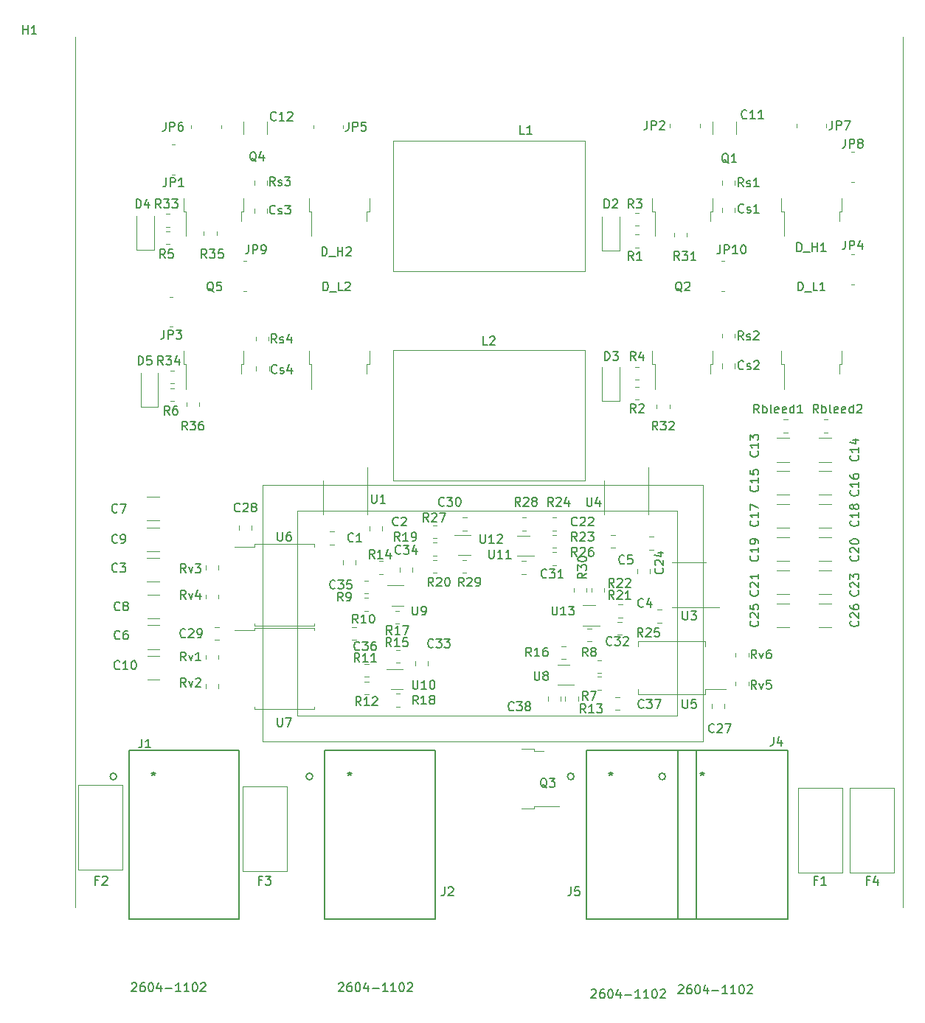
<source format=gto>
G04 #@! TF.GenerationSoftware,KiCad,Pcbnew,5.1.7-a382d34a8~88~ubuntu20.04.1*
G04 #@! TF.CreationDate,2021-06-18T16:25:46+02:00*
G04 #@! TF.ProjectId,Power,506f7765-722e-46b6-9963-61645f706362,rev?*
G04 #@! TF.SameCoordinates,Original*
G04 #@! TF.FileFunction,Legend,Top*
G04 #@! TF.FilePolarity,Positive*
%FSLAX46Y46*%
G04 Gerber Fmt 4.6, Leading zero omitted, Abs format (unit mm)*
G04 Created by KiCad (PCBNEW 5.1.7-a382d34a8~88~ubuntu20.04.1) date 2021-06-18 16:25:46*
%MOMM*%
%LPD*%
G01*
G04 APERTURE LIST*
%ADD10C,0.120000*%
%ADD11C,0.152400*%
%ADD12C,0.150000*%
G04 APERTURE END LIST*
D10*
X139500000Y-42000000D02*
X139500000Y-142000000D01*
X44500000Y-42000000D02*
X44500000Y-142000000D01*
X116600000Y-123000000D02*
X66000000Y-123000000D01*
X113600000Y-120000000D02*
X113600000Y-96500000D01*
X70000000Y-120000000D02*
X113600000Y-120000000D01*
X70000000Y-96500000D02*
X70000000Y-120000000D01*
X113600000Y-96500000D02*
X70000000Y-96500000D01*
X66000000Y-93500000D02*
X66000000Y-123000000D01*
X116600000Y-93500000D02*
X66000000Y-93500000D01*
X116600000Y-123000000D02*
X116600000Y-93500000D01*
G04 #@! TO.C,U4*
X110310000Y-94950000D02*
X110310000Y-91500000D01*
X110310000Y-94950000D02*
X110310000Y-96900000D01*
X105190000Y-94950000D02*
X105190000Y-93000000D01*
X105190000Y-94950000D02*
X105190000Y-96900000D01*
G04 #@! TO.C,U1*
X78060000Y-94950000D02*
X78060000Y-91500000D01*
X78060000Y-94950000D02*
X78060000Y-96900000D01*
X72940000Y-94950000D02*
X72940000Y-93000000D01*
X72940000Y-94950000D02*
X72940000Y-96900000D01*
G04 #@! TO.C,U7*
X68500000Y-119285000D02*
X71920000Y-119285000D01*
X71920000Y-119285000D02*
X71920000Y-118995000D01*
X68500000Y-119285000D02*
X65080000Y-119285000D01*
X65080000Y-119285000D02*
X65080000Y-118995000D01*
X68500000Y-109915000D02*
X71920000Y-109915000D01*
X71920000Y-109915000D02*
X71920000Y-110205000D01*
X68500000Y-109915000D02*
X65080000Y-109915000D01*
X65080000Y-109915000D02*
X65080000Y-110205000D01*
X65080000Y-110205000D02*
X62800000Y-110205000D01*
G04 #@! TO.C,U6*
X68505001Y-109685000D02*
X71925001Y-109685000D01*
X71925001Y-109685000D02*
X71925001Y-109395000D01*
X68505001Y-109685000D02*
X65085001Y-109685000D01*
X65085001Y-109685000D02*
X65085001Y-109395000D01*
X68505001Y-100315000D02*
X71925001Y-100315000D01*
X71925001Y-100315000D02*
X71925001Y-100605000D01*
X68505001Y-100315000D02*
X65085001Y-100315000D01*
X65085001Y-100315000D02*
X65085001Y-100605000D01*
X65085001Y-100605000D02*
X62805001Y-100605000D01*
G04 #@! TO.C,F4*
X133460000Y-138055000D02*
X133460000Y-128325000D01*
X133460000Y-128325000D02*
X138540000Y-128325000D01*
X138540000Y-128325000D02*
X138540000Y-138055000D01*
X133460000Y-138055000D02*
X138540000Y-138055000D01*
G04 #@! TO.C,F3*
X68840000Y-128135000D02*
X68840000Y-137865000D01*
X68840000Y-137865000D02*
X63760000Y-137865000D01*
X63760000Y-137865000D02*
X63760000Y-128135000D01*
X68840000Y-128135000D02*
X63760000Y-128135000D01*
G04 #@! TO.C,F2*
X49940000Y-127945000D02*
X49940000Y-137675000D01*
X49940000Y-137675000D02*
X44860000Y-137675000D01*
X44860000Y-137675000D02*
X44860000Y-127945000D01*
X49940000Y-127945000D02*
X44860000Y-127945000D01*
G04 #@! TO.C,F1*
X127460000Y-138055000D02*
X127460000Y-128325000D01*
X127460000Y-128325000D02*
X132540000Y-128325000D01*
X132540000Y-128325000D02*
X132540000Y-138055000D01*
X127460000Y-138055000D02*
X132540000Y-138055000D01*
G04 #@! TO.C,U5*
X116860000Y-116965000D02*
X119225000Y-116965000D01*
X116860000Y-117535000D02*
X116860000Y-116965000D01*
X113000000Y-117535000D02*
X116860000Y-117535000D01*
X109140000Y-117535000D02*
X109140000Y-116965000D01*
X113000000Y-117535000D02*
X109140000Y-117535000D01*
X116860000Y-111465000D02*
X116860000Y-112035000D01*
X113000000Y-111465000D02*
X116860000Y-111465000D01*
X109140000Y-111465000D02*
X109140000Y-112035000D01*
X113000000Y-111465000D02*
X109140000Y-111465000D01*
G04 #@! TO.C,L1*
X81000000Y-69000000D02*
X81000000Y-54000000D01*
X103000000Y-69000000D02*
X81000000Y-69000000D01*
X103000000Y-54000000D02*
X103000000Y-69000000D01*
X81000000Y-54000000D02*
X103000000Y-54000000D01*
G04 #@! TO.C,L2*
X103000000Y-78000000D02*
X103000000Y-93000000D01*
X81000000Y-78000000D02*
X103000000Y-78000000D01*
X81000000Y-93000000D02*
X81000000Y-78000000D01*
X103000000Y-93000000D02*
X81000000Y-93000000D01*
D11*
G04 #@! TO.C,J1*
X50672998Y-143429400D02*
X63326998Y-143429400D01*
X63326998Y-143429400D02*
X63326998Y-123973000D01*
X63326998Y-123973000D02*
X50672998Y-123973000D01*
X50672998Y-123973000D02*
X50672998Y-143429400D01*
X49275997Y-127000000D02*
G75*
G03*
X49275997Y-127000000I-381000J0D01*
G01*
G04 #@! TO.C,J2*
X73172998Y-143429400D02*
X85826998Y-143429400D01*
X85826998Y-143429400D02*
X85826998Y-123973000D01*
X85826998Y-123973000D02*
X73172998Y-123973000D01*
X73172998Y-123973000D02*
X73172998Y-143429400D01*
X71775997Y-127000000D02*
G75*
G03*
X71775997Y-127000000I-381000J0D01*
G01*
G04 #@! TO.C,J4*
X113672998Y-143429400D02*
X126326998Y-143429400D01*
X126326998Y-143429400D02*
X126326998Y-123973000D01*
X126326998Y-123973000D02*
X113672998Y-123973000D01*
X113672998Y-123973000D02*
X113672998Y-143429400D01*
X112275997Y-127000000D02*
G75*
G03*
X112275997Y-127000000I-381000J0D01*
G01*
G04 #@! TO.C,J5*
X103172998Y-143429400D02*
X115826998Y-143429400D01*
X115826998Y-143429400D02*
X115826998Y-123973000D01*
X115826998Y-123973000D02*
X103172998Y-123973000D01*
X103172998Y-123973000D02*
X103172998Y-143429400D01*
X101775997Y-127000000D02*
G75*
G03*
X101775997Y-127000000I-381000J0D01*
G01*
D10*
G04 #@! TO.C,JP10*
X118667017Y-71210000D02*
X119032983Y-71210000D01*
X118667017Y-67790000D02*
X119032983Y-67790000D01*
G04 #@! TO.C,JP9*
X63817017Y-71210000D02*
X64182983Y-71210000D01*
X63817017Y-67790000D02*
X64182983Y-67790000D01*
G04 #@! TO.C,JP8*
X133567017Y-58710000D02*
X133932983Y-58710000D01*
X133567017Y-55290000D02*
X133932983Y-55290000D01*
G04 #@! TO.C,JP7*
X130710000Y-52432983D02*
X130710000Y-52067017D01*
X127290000Y-52432983D02*
X127290000Y-52067017D01*
G04 #@! TO.C,C38*
X98765000Y-117788748D02*
X98765000Y-118311252D01*
X100235000Y-117788748D02*
X100235000Y-118311252D01*
G04 #@! TO.C,C34*
X83235000Y-103511252D02*
X83235000Y-102988748D01*
X81765000Y-103511252D02*
X81765000Y-102988748D01*
G04 #@! TO.C,C33*
X84985000Y-114261252D02*
X84985000Y-113738748D01*
X83515000Y-114261252D02*
X83515000Y-113738748D01*
G04 #@! TO.C,C32*
X103238748Y-111485000D02*
X103761252Y-111485000D01*
X103238748Y-110015000D02*
X103761252Y-110015000D01*
G04 #@! TO.C,C31*
X95738748Y-103735000D02*
X96261252Y-103735000D01*
X95738748Y-102265000D02*
X96261252Y-102265000D01*
G04 #@! TO.C,C30*
X89461252Y-97265000D02*
X88938748Y-97265000D01*
X89461252Y-98735000D02*
X88938748Y-98735000D01*
G04 #@! TO.C,Q3*
X97220000Y-124070000D02*
X98320000Y-124070000D01*
X97220000Y-123800000D02*
X97220000Y-124070000D01*
X95720000Y-123800000D02*
X97220000Y-123800000D01*
X97220000Y-130430000D02*
X100050000Y-130430000D01*
X97220000Y-130700000D02*
X97220000Y-130430000D01*
X95720000Y-130700000D02*
X97220000Y-130700000D01*
G04 #@! TO.C,U13*
X104200000Y-107340000D02*
X102800000Y-107340000D01*
X102800000Y-109660000D02*
X104700000Y-109660000D01*
G04 #@! TO.C,U3*
X115000000Y-107560000D02*
X118450000Y-107560000D01*
X115000000Y-107560000D02*
X113050000Y-107560000D01*
X115000000Y-102440000D02*
X116950000Y-102440000D01*
X115000000Y-102440000D02*
X113050000Y-102440000D01*
G04 #@! TO.C,R30*
X103235000Y-105814564D02*
X103235000Y-105360436D01*
X101765000Y-105814564D02*
X101765000Y-105360436D01*
G04 #@! TO.C,R25*
X106772936Y-110735000D02*
X107227064Y-110735000D01*
X106772936Y-109265000D02*
X107227064Y-109265000D01*
G04 #@! TO.C,R22*
X103765000Y-105360436D02*
X103765000Y-105814564D01*
X105235000Y-105360436D02*
X105235000Y-105814564D01*
G04 #@! TO.C,R21*
X107314564Y-107265000D02*
X106860436Y-107265000D01*
X107314564Y-108735000D02*
X106860436Y-108735000D01*
G04 #@! TO.C,C5*
X109015000Y-103188748D02*
X109015000Y-103711252D01*
X110485000Y-103188748D02*
X110485000Y-103711252D01*
G04 #@! TO.C,C4*
X111288748Y-109335000D02*
X111811252Y-109335000D01*
X111288748Y-107865000D02*
X111811252Y-107865000D01*
G04 #@! TO.C,R27*
X86014564Y-98165000D02*
X85560436Y-98165000D01*
X86014564Y-99635000D02*
X85560436Y-99635000D01*
G04 #@! TO.C,R29*
X88972936Y-103635000D02*
X89427064Y-103635000D01*
X88972936Y-102165000D02*
X89427064Y-102165000D01*
G04 #@! TO.C,U12*
X88500000Y-101560000D02*
X89900000Y-101560000D01*
X89900000Y-99240000D02*
X88000000Y-99240000D01*
G04 #@! TO.C,U11*
X96650000Y-99340000D02*
X95250000Y-99340000D01*
X95250000Y-101660000D02*
X97150000Y-101660000D01*
G04 #@! TO.C,R28*
X96264564Y-97265000D02*
X95810436Y-97265000D01*
X96264564Y-98735000D02*
X95810436Y-98735000D01*
G04 #@! TO.C,R26*
X99310436Y-102735000D02*
X99764564Y-102735000D01*
X99310436Y-101265000D02*
X99764564Y-101265000D01*
G04 #@! TO.C,R24*
X99764564Y-97265000D02*
X99310436Y-97265000D01*
X99764564Y-98735000D02*
X99310436Y-98735000D01*
G04 #@! TO.C,R23*
X99764564Y-99265000D02*
X99310436Y-99265000D01*
X99764564Y-100735000D02*
X99310436Y-100735000D01*
G04 #@! TO.C,R20*
X85560436Y-103635000D02*
X86014564Y-103635000D01*
X85560436Y-102165000D02*
X86014564Y-102165000D01*
G04 #@! TO.C,R19*
X85560436Y-101635000D02*
X86014564Y-101635000D01*
X85560436Y-100165000D02*
X86014564Y-100165000D01*
G04 #@! TO.C,U10*
X80750000Y-116990000D02*
X82150000Y-116990000D01*
X82150000Y-114670000D02*
X80250000Y-114670000D01*
G04 #@! TO.C,U9*
X80800000Y-107390000D02*
X82200000Y-107390000D01*
X82200000Y-105070000D02*
X80300000Y-105070000D01*
G04 #@! TO.C,U8*
X101275000Y-114140000D02*
X99875000Y-114140000D01*
X99875000Y-116460000D02*
X101775000Y-116460000D01*
G04 #@! TO.C,R18*
X81335436Y-118965000D02*
X81789564Y-118965000D01*
X81335436Y-117495000D02*
X81789564Y-117495000D01*
G04 #@! TO.C,R17*
X81272936Y-109465000D02*
X81727064Y-109465000D01*
X81272936Y-107995000D02*
X81727064Y-107995000D01*
G04 #@! TO.C,R16*
X100802064Y-112065000D02*
X100347936Y-112065000D01*
X100802064Y-113535000D02*
X100347936Y-113535000D01*
G04 #@! TO.C,R15*
X81764564Y-112490000D02*
X81310436Y-112490000D01*
X81764564Y-113960000D02*
X81310436Y-113960000D01*
G04 #@! TO.C,R14*
X79360436Y-103735000D02*
X79814564Y-103735000D01*
X79360436Y-102265000D02*
X79814564Y-102265000D01*
G04 #@! TO.C,R13*
X102235000Y-118314564D02*
X102235000Y-117860436D01*
X100765000Y-118314564D02*
X100765000Y-117860436D01*
G04 #@! TO.C,R12*
X77722936Y-117565000D02*
X78177064Y-117565000D01*
X77722936Y-116095000D02*
X78177064Y-116095000D01*
G04 #@! TO.C,R11*
X77735436Y-115565000D02*
X78189564Y-115565000D01*
X77735436Y-114095000D02*
X78189564Y-114095000D01*
G04 #@! TO.C,R10*
X77685436Y-107965000D02*
X78139564Y-107965000D01*
X77685436Y-106495000D02*
X78139564Y-106495000D01*
G04 #@! TO.C,R9*
X77685436Y-105965000D02*
X78139564Y-105965000D01*
X77685436Y-104495000D02*
X78139564Y-104495000D01*
G04 #@! TO.C,R8*
X104889564Y-113659999D02*
X104435436Y-113659999D01*
X104889564Y-115129999D02*
X104435436Y-115129999D01*
G04 #@! TO.C,R7*
X104889564Y-115565000D02*
X104435436Y-115565000D01*
X104889564Y-117035000D02*
X104435436Y-117035000D01*
G04 #@! TO.C,C37*
X107011252Y-117865000D02*
X106488748Y-117865000D01*
X107011252Y-119335000D02*
X106488748Y-119335000D01*
G04 #@! TO.C,C36*
X76238748Y-111335000D02*
X76761252Y-111335000D01*
X76238748Y-109865000D02*
X76761252Y-109865000D01*
G04 #@! TO.C,C35*
X75265000Y-102138748D02*
X75265000Y-102661252D01*
X76735000Y-102138748D02*
X76735000Y-102661252D01*
G04 #@! TO.C,C29*
X61061252Y-109865000D02*
X60538748Y-109865000D01*
X61061252Y-111335000D02*
X60538748Y-111335000D01*
G04 #@! TO.C,C28*
X64785000Y-98711252D02*
X64785000Y-98188748D01*
X63315000Y-98711252D02*
X63315000Y-98188748D01*
G04 #@! TO.C,C27*
X117565000Y-118688748D02*
X117565000Y-119211252D01*
X119035000Y-118688748D02*
X119035000Y-119211252D01*
G04 #@! TO.C,JP6*
X61250000Y-52567983D02*
X61250000Y-52202017D01*
X57830000Y-52567983D02*
X57830000Y-52202017D01*
G04 #@! TO.C,JP5*
X75250000Y-52567983D02*
X75250000Y-52202017D01*
X71830000Y-52567983D02*
X71830000Y-52202017D01*
G04 #@! TO.C,JP4*
X133567017Y-70460000D02*
X133932983Y-70460000D01*
X133567017Y-67040000D02*
X133932983Y-67040000D01*
G04 #@! TO.C,JP3*
X55722983Y-71925000D02*
X55357017Y-71925000D01*
X55722983Y-75345000D02*
X55357017Y-75345000D01*
G04 #@! TO.C,JP2*
X116210000Y-52432983D02*
X116210000Y-52067017D01*
X112790000Y-52432983D02*
X112790000Y-52067017D01*
G04 #@! TO.C,JP1*
X55972983Y-54425000D02*
X55607017Y-54425000D01*
X55972983Y-57845000D02*
X55607017Y-57845000D01*
G04 #@! TO.C,R31*
X114735000Y-65027064D02*
X114735000Y-64572936D01*
X113265000Y-65027064D02*
X113265000Y-64572936D01*
G04 #@! TO.C,C1*
X73738748Y-100335000D02*
X74261252Y-100335000D01*
X73738748Y-98865000D02*
X74261252Y-98865000D01*
G04 #@! TO.C,C2*
X79735000Y-98761252D02*
X79735000Y-98238748D01*
X78265000Y-98761252D02*
X78265000Y-98238748D01*
G04 #@! TO.C,C11*
X120360000Y-53236252D02*
X120360000Y-51813748D01*
X117640000Y-53236252D02*
X117640000Y-51813748D01*
G04 #@! TO.C,C12*
X66510000Y-53236252D02*
X66510000Y-51813748D01*
X63790000Y-53236252D02*
X63790000Y-51813748D01*
G04 #@! TO.C,C13*
X125048748Y-90860000D02*
X126471252Y-90860000D01*
X125048748Y-88140000D02*
X126471252Y-88140000D01*
G04 #@! TO.C,C22*
X105988748Y-100735000D02*
X106511252Y-100735000D01*
X105988748Y-99265000D02*
X106511252Y-99265000D01*
G04 #@! TO.C,C24*
X110911252Y-99465000D02*
X110388748Y-99465000D01*
X110911252Y-100935000D02*
X110388748Y-100935000D01*
G04 #@! TO.C,Cs1*
X118765000Y-61688748D02*
X118765000Y-62211252D01*
X120235000Y-61688748D02*
X120235000Y-62211252D01*
G04 #@! TO.C,Cs3*
X65080000Y-61773748D02*
X65080000Y-62296252D01*
X66550000Y-61773748D02*
X66550000Y-62296252D01*
G04 #@! TO.C,Cs2*
X118765000Y-79588748D02*
X118765000Y-80111252D01*
X120235000Y-79588748D02*
X120235000Y-80111252D01*
G04 #@! TO.C,Cs4*
X65280000Y-79873748D02*
X65280000Y-80396252D01*
X66750000Y-79873748D02*
X66750000Y-80396252D01*
G04 #@! TO.C,D2*
X105000000Y-66600000D02*
X105000000Y-62700000D01*
X107000000Y-66600000D02*
X107000000Y-62700000D01*
X105000000Y-66600000D02*
X107000000Y-66600000D01*
G04 #@! TO.C,D3*
X105000000Y-83900000D02*
X105000000Y-80000000D01*
X107000000Y-83900000D02*
X107000000Y-80000000D01*
X105000000Y-83900000D02*
X107000000Y-83900000D01*
G04 #@! TO.C,D4*
X51540000Y-66535000D02*
X51540000Y-62635000D01*
X53540000Y-66535000D02*
X53540000Y-62635000D01*
X51540000Y-66535000D02*
X53540000Y-66535000D01*
G04 #@! TO.C,D5*
X52040000Y-84535000D02*
X52040000Y-80635000D01*
X54040000Y-84535000D02*
X54040000Y-80635000D01*
X52040000Y-84535000D02*
X54040000Y-84535000D01*
G04 #@! TO.C,D_H1*
X132205000Y-62085000D02*
X132205000Y-63185000D01*
X132475000Y-62085000D02*
X132205000Y-62085000D01*
X132475000Y-60585000D02*
X132475000Y-62085000D01*
X125845000Y-62085000D02*
X125845000Y-64915000D01*
X125575000Y-62085000D02*
X125845000Y-62085000D01*
X125575000Y-60585000D02*
X125575000Y-62085000D01*
G04 #@! TO.C,D_H2*
X78005000Y-62085000D02*
X78005000Y-63185000D01*
X78275000Y-62085000D02*
X78005000Y-62085000D01*
X78275000Y-60585000D02*
X78275000Y-62085000D01*
X71645000Y-62085000D02*
X71645000Y-64915000D01*
X71375000Y-62085000D02*
X71645000Y-62085000D01*
X71375000Y-60585000D02*
X71375000Y-62085000D01*
G04 #@! TO.C,D_L1*
X132205000Y-79645000D02*
X132205000Y-80745000D01*
X132475000Y-79645000D02*
X132205000Y-79645000D01*
X132475000Y-78145000D02*
X132475000Y-79645000D01*
X125845000Y-79645000D02*
X125845000Y-82475000D01*
X125575000Y-79645000D02*
X125845000Y-79645000D01*
X125575000Y-78145000D02*
X125575000Y-79645000D01*
G04 #@! TO.C,D_L2*
X78005000Y-79645000D02*
X78005000Y-80745000D01*
X78275000Y-79645000D02*
X78005000Y-79645000D01*
X78275000Y-78145000D02*
X78275000Y-79645000D01*
X71645000Y-79645000D02*
X71645000Y-82475000D01*
X71375000Y-79645000D02*
X71645000Y-79645000D01*
X71375000Y-78145000D02*
X71375000Y-79645000D01*
G04 #@! TO.C,Q1*
X117395000Y-62085000D02*
X117395000Y-63185000D01*
X117665000Y-62085000D02*
X117395000Y-62085000D01*
X117665000Y-60585000D02*
X117665000Y-62085000D01*
X111035000Y-62085000D02*
X111035000Y-64915000D01*
X110765000Y-62085000D02*
X111035000Y-62085000D01*
X110765000Y-60585000D02*
X110765000Y-62085000D01*
G04 #@! TO.C,Q2*
X117395000Y-79645000D02*
X117395000Y-80745000D01*
X117665000Y-79645000D02*
X117395000Y-79645000D01*
X117665000Y-78145000D02*
X117665000Y-79645000D01*
X111035000Y-79645000D02*
X111035000Y-82475000D01*
X110765000Y-79645000D02*
X111035000Y-79645000D01*
X110765000Y-78145000D02*
X110765000Y-79645000D01*
G04 #@! TO.C,Q4*
X63585000Y-62085000D02*
X63585000Y-63185000D01*
X63855000Y-62085000D02*
X63585000Y-62085000D01*
X63855000Y-60585000D02*
X63855000Y-62085000D01*
X57225000Y-62085000D02*
X57225000Y-64915000D01*
X56955000Y-62085000D02*
X57225000Y-62085000D01*
X56955000Y-60585000D02*
X56955000Y-62085000D01*
G04 #@! TO.C,Q5*
X63585000Y-79645000D02*
X63585000Y-80745000D01*
X63855000Y-79645000D02*
X63585000Y-79645000D01*
X63855000Y-78145000D02*
X63855000Y-79645000D01*
X57225000Y-79645000D02*
X57225000Y-82475000D01*
X56955000Y-79645000D02*
X57225000Y-79645000D01*
X56955000Y-78145000D02*
X56955000Y-79645000D01*
G04 #@! TO.C,Rs1*
X118740000Y-58585436D02*
X118740000Y-59039564D01*
X120210000Y-58585436D02*
X120210000Y-59039564D01*
G04 #@! TO.C,Rs3*
X65055000Y-58585436D02*
X65055000Y-59039564D01*
X66525000Y-58585436D02*
X66525000Y-59039564D01*
G04 #@! TO.C,Rs2*
X118740000Y-76172936D02*
X118740000Y-76627064D01*
X120210000Y-76172936D02*
X120210000Y-76627064D01*
G04 #@! TO.C,Rs4*
X65255000Y-76495436D02*
X65255000Y-76949564D01*
X66725000Y-76495436D02*
X66725000Y-76949564D01*
G04 #@! TO.C,R1*
X108772936Y-66235000D02*
X109227064Y-66235000D01*
X108772936Y-64765000D02*
X109227064Y-64765000D01*
G04 #@! TO.C,R5*
X54900436Y-65870000D02*
X55354564Y-65870000D01*
X54900436Y-64400000D02*
X55354564Y-64400000D01*
G04 #@! TO.C,R3*
X108772936Y-63735000D02*
X109227064Y-63735000D01*
X108772936Y-62265000D02*
X109227064Y-62265000D01*
G04 #@! TO.C,R4*
X108772936Y-81410000D02*
X109227064Y-81410000D01*
X108772936Y-79940000D02*
X109227064Y-79940000D01*
G04 #@! TO.C,R33*
X54900436Y-63870000D02*
X55354564Y-63870000D01*
X54900436Y-62400000D02*
X55354564Y-62400000D01*
G04 #@! TO.C,R34*
X55400436Y-81870000D02*
X55854564Y-81870000D01*
X55400436Y-80400000D02*
X55854564Y-80400000D01*
G04 #@! TO.C,R2*
X108772936Y-83735000D02*
X109227064Y-83735000D01*
X108772936Y-82265000D02*
X109227064Y-82265000D01*
G04 #@! TO.C,R6*
X55400436Y-83870000D02*
X55854564Y-83870000D01*
X55400436Y-82400000D02*
X55854564Y-82400000D01*
G04 #@! TO.C,R35*
X60735000Y-64827064D02*
X60735000Y-64372936D01*
X59265000Y-64827064D02*
X59265000Y-64372936D01*
G04 #@! TO.C,R32*
X112735000Y-84727064D02*
X112735000Y-84272936D01*
X111265000Y-84727064D02*
X111265000Y-84272936D01*
G04 #@! TO.C,R36*
X58775000Y-84449564D02*
X58775000Y-83995436D01*
X57305000Y-84449564D02*
X57305000Y-83995436D01*
G04 #@! TO.C,Rv1*
X59515000Y-113043436D02*
X59515000Y-113497564D01*
X60985000Y-113043436D02*
X60985000Y-113497564D01*
G04 #@! TO.C,Rv2*
X59515000Y-116418436D02*
X59515000Y-116872564D01*
X60985000Y-116418436D02*
X60985000Y-116872564D01*
G04 #@! TO.C,Rv3*
X59515000Y-102760436D02*
X59515000Y-103214564D01*
X60985000Y-102760436D02*
X60985000Y-103214564D01*
G04 #@! TO.C,Rv4*
X59515000Y-106110436D02*
X59515000Y-106564564D01*
X60985000Y-106110436D02*
X60985000Y-106564564D01*
G04 #@! TO.C,Rv5*
X121785000Y-116571564D02*
X121785000Y-116117436D01*
X120315000Y-116571564D02*
X120315000Y-116117436D01*
G04 #@! TO.C,Rv6*
X121785000Y-113246564D02*
X121785000Y-112792436D01*
X120315000Y-113246564D02*
X120315000Y-112792436D01*
G04 #@! TO.C,Rbleed1*
X125835436Y-87485000D02*
X126289564Y-87485000D01*
X125835436Y-86015000D02*
X126289564Y-86015000D01*
G04 #@! TO.C,Rbleed2*
X130460436Y-87485000D02*
X130914564Y-87485000D01*
X130460436Y-86015000D02*
X130914564Y-86015000D01*
G04 #@! TO.C,C3*
X54186251Y-101890000D02*
X52763747Y-101890000D01*
X54186251Y-104610000D02*
X52763747Y-104610000D01*
G04 #@! TO.C,C6*
X54206251Y-109640000D02*
X52783747Y-109640000D01*
X54206251Y-112360000D02*
X52783747Y-112360000D01*
G04 #@! TO.C,C7*
X54186251Y-94890000D02*
X52763747Y-94890000D01*
X54186251Y-97610000D02*
X52763747Y-97610000D01*
G04 #@! TO.C,C8*
X54206251Y-106114999D02*
X52783747Y-106114999D01*
X54206251Y-108834999D02*
X52783747Y-108834999D01*
G04 #@! TO.C,C9*
X54186251Y-98390000D02*
X52763747Y-98390000D01*
X54186251Y-101110000D02*
X52763747Y-101110000D01*
G04 #@! TO.C,C10*
X54206251Y-113140000D02*
X52783747Y-113140000D01*
X54206251Y-115860000D02*
X52783747Y-115860000D01*
G04 #@! TO.C,C14*
X129888748Y-90860000D02*
X131311252Y-90860000D01*
X129888748Y-88140000D02*
X131311252Y-88140000D01*
G04 #@! TO.C,C15*
X125048748Y-94660000D02*
X126471252Y-94660000D01*
X125048748Y-91940000D02*
X126471252Y-91940000D01*
G04 #@! TO.C,C16*
X129888748Y-94660000D02*
X131311252Y-94660000D01*
X129888748Y-91940000D02*
X131311252Y-91940000D01*
G04 #@! TO.C,C17*
X125048748Y-98460000D02*
X126471252Y-98460000D01*
X125048748Y-95740000D02*
X126471252Y-95740000D01*
G04 #@! TO.C,C18*
X129888748Y-98460000D02*
X131311252Y-98460000D01*
X129888748Y-95740000D02*
X131311252Y-95740000D01*
G04 #@! TO.C,C19*
X125048748Y-102260000D02*
X126471252Y-102260000D01*
X125048748Y-99540000D02*
X126471252Y-99540000D01*
G04 #@! TO.C,C20*
X129888748Y-102260000D02*
X131311252Y-102260000D01*
X129888748Y-99540000D02*
X131311252Y-99540000D01*
G04 #@! TO.C,C21*
X125048748Y-106060000D02*
X126471252Y-106060000D01*
X125048748Y-103340000D02*
X126471252Y-103340000D01*
G04 #@! TO.C,C23*
X129888748Y-106060000D02*
X131311252Y-106060000D01*
X129888748Y-103340000D02*
X131311252Y-103340000D01*
G04 #@! TO.C,C25*
X125048748Y-109860000D02*
X126471252Y-109860000D01*
X125048748Y-107140000D02*
X126471252Y-107140000D01*
G04 #@! TO.C,C26*
X129888748Y-109860000D02*
X131311252Y-109860000D01*
X129888748Y-107140000D02*
X131311252Y-107140000D01*
G04 #@! TO.C,U4*
D12*
X103238095Y-94952380D02*
X103238095Y-95761904D01*
X103285714Y-95857142D01*
X103333333Y-95904761D01*
X103428571Y-95952380D01*
X103619047Y-95952380D01*
X103714285Y-95904761D01*
X103761904Y-95857142D01*
X103809523Y-95761904D01*
X103809523Y-94952380D01*
X104714285Y-95285714D02*
X104714285Y-95952380D01*
X104476190Y-94904761D02*
X104238095Y-95619047D01*
X104857142Y-95619047D01*
G04 #@! TO.C,U1*
X78538095Y-94602380D02*
X78538095Y-95411904D01*
X78585714Y-95507142D01*
X78633333Y-95554761D01*
X78728571Y-95602380D01*
X78919047Y-95602380D01*
X79014285Y-95554761D01*
X79061904Y-95507142D01*
X79109523Y-95411904D01*
X79109523Y-94602380D01*
X80109523Y-95602380D02*
X79538095Y-95602380D01*
X79823809Y-95602380D02*
X79823809Y-94602380D01*
X79728571Y-94745238D01*
X79633333Y-94840476D01*
X79538095Y-94888095D01*
G04 #@! TO.C,U7*
X67738095Y-120252380D02*
X67738095Y-121061904D01*
X67785714Y-121157142D01*
X67833333Y-121204761D01*
X67928571Y-121252380D01*
X68119047Y-121252380D01*
X68214285Y-121204761D01*
X68261904Y-121157142D01*
X68309523Y-121061904D01*
X68309523Y-120252380D01*
X68690476Y-120252380D02*
X69357142Y-120252380D01*
X68928571Y-121252380D01*
G04 #@! TO.C,U6*
X67743096Y-98932380D02*
X67743096Y-99741904D01*
X67790715Y-99837142D01*
X67838334Y-99884761D01*
X67933572Y-99932380D01*
X68124048Y-99932380D01*
X68219286Y-99884761D01*
X68266905Y-99837142D01*
X68314524Y-99741904D01*
X68314524Y-98932380D01*
X69219286Y-98932380D02*
X69028810Y-98932380D01*
X68933572Y-98980000D01*
X68885953Y-99027619D01*
X68790715Y-99170476D01*
X68743096Y-99360952D01*
X68743096Y-99741904D01*
X68790715Y-99837142D01*
X68838334Y-99884761D01*
X68933572Y-99932380D01*
X69124048Y-99932380D01*
X69219286Y-99884761D01*
X69266905Y-99837142D01*
X69314524Y-99741904D01*
X69314524Y-99503809D01*
X69266905Y-99408571D01*
X69219286Y-99360952D01*
X69124048Y-99313333D01*
X68933572Y-99313333D01*
X68838334Y-99360952D01*
X68790715Y-99408571D01*
X68743096Y-99503809D01*
G04 #@! TO.C,F4*
X135666666Y-138928571D02*
X135333333Y-138928571D01*
X135333333Y-139452380D02*
X135333333Y-138452380D01*
X135809523Y-138452380D01*
X136619047Y-138785714D02*
X136619047Y-139452380D01*
X136380952Y-138404761D02*
X136142857Y-139119047D01*
X136761904Y-139119047D01*
G04 #@! TO.C,F3*
X65916666Y-138928571D02*
X65583333Y-138928571D01*
X65583333Y-139452380D02*
X65583333Y-138452380D01*
X66059523Y-138452380D01*
X66345238Y-138452380D02*
X66964285Y-138452380D01*
X66630952Y-138833333D01*
X66773809Y-138833333D01*
X66869047Y-138880952D01*
X66916666Y-138928571D01*
X66964285Y-139023809D01*
X66964285Y-139261904D01*
X66916666Y-139357142D01*
X66869047Y-139404761D01*
X66773809Y-139452380D01*
X66488095Y-139452380D01*
X66392857Y-139404761D01*
X66345238Y-139357142D01*
G04 #@! TO.C,F2*
X47166666Y-138928571D02*
X46833333Y-138928571D01*
X46833333Y-139452380D02*
X46833333Y-138452380D01*
X47309523Y-138452380D01*
X47642857Y-138547619D02*
X47690476Y-138500000D01*
X47785714Y-138452380D01*
X48023809Y-138452380D01*
X48119047Y-138500000D01*
X48166666Y-138547619D01*
X48214285Y-138642857D01*
X48214285Y-138738095D01*
X48166666Y-138880952D01*
X47595238Y-139452380D01*
X48214285Y-139452380D01*
G04 #@! TO.C,F1*
X129666666Y-138928571D02*
X129333333Y-138928571D01*
X129333333Y-139452380D02*
X129333333Y-138452380D01*
X129809523Y-138452380D01*
X130714285Y-139452380D02*
X130142857Y-139452380D01*
X130428571Y-139452380D02*
X130428571Y-138452380D01*
X130333333Y-138595238D01*
X130238095Y-138690476D01*
X130142857Y-138738095D01*
G04 #@! TO.C,H1*
X38488095Y-41702380D02*
X38488095Y-40702380D01*
X38488095Y-41178571D02*
X39059523Y-41178571D01*
X39059523Y-41702380D02*
X39059523Y-40702380D01*
X40059523Y-41702380D02*
X39488095Y-41702380D01*
X39773809Y-41702380D02*
X39773809Y-40702380D01*
X39678571Y-40845238D01*
X39583333Y-40940476D01*
X39488095Y-40988095D01*
G04 #@! TO.C,U5*
X114238095Y-118152380D02*
X114238095Y-118961904D01*
X114285714Y-119057142D01*
X114333333Y-119104761D01*
X114428571Y-119152380D01*
X114619047Y-119152380D01*
X114714285Y-119104761D01*
X114761904Y-119057142D01*
X114809523Y-118961904D01*
X114809523Y-118152380D01*
X115761904Y-118152380D02*
X115285714Y-118152380D01*
X115238095Y-118628571D01*
X115285714Y-118580952D01*
X115380952Y-118533333D01*
X115619047Y-118533333D01*
X115714285Y-118580952D01*
X115761904Y-118628571D01*
X115809523Y-118723809D01*
X115809523Y-118961904D01*
X115761904Y-119057142D01*
X115714285Y-119104761D01*
X115619047Y-119152380D01*
X115380952Y-119152380D01*
X115285714Y-119104761D01*
X115238095Y-119057142D01*
G04 #@! TO.C,L1*
X96083333Y-53202380D02*
X95607142Y-53202380D01*
X95607142Y-52202380D01*
X96940476Y-53202380D02*
X96369047Y-53202380D01*
X96654761Y-53202380D02*
X96654761Y-52202380D01*
X96559523Y-52345238D01*
X96464285Y-52440476D01*
X96369047Y-52488095D01*
G04 #@! TO.C,L2*
X91833333Y-77452380D02*
X91357142Y-77452380D01*
X91357142Y-76452380D01*
X92119047Y-76547619D02*
X92166666Y-76500000D01*
X92261904Y-76452380D01*
X92500000Y-76452380D01*
X92595238Y-76500000D01*
X92642857Y-76547619D01*
X92690476Y-76642857D01*
X92690476Y-76738095D01*
X92642857Y-76880952D01*
X92071428Y-77452380D01*
X92690476Y-77452380D01*
G04 #@! TO.C,J1*
X52166666Y-122702380D02*
X52166666Y-123416666D01*
X52119047Y-123559523D01*
X52023809Y-123654761D01*
X51880952Y-123702380D01*
X51785714Y-123702380D01*
X53166666Y-123702380D02*
X52595238Y-123702380D01*
X52880952Y-123702380D02*
X52880952Y-122702380D01*
X52785714Y-122845238D01*
X52690476Y-122940476D01*
X52595238Y-122988095D01*
X51011904Y-150797619D02*
X51059523Y-150750000D01*
X51154761Y-150702380D01*
X51392857Y-150702380D01*
X51488095Y-150750000D01*
X51535714Y-150797619D01*
X51583333Y-150892857D01*
X51583333Y-150988095D01*
X51535714Y-151130952D01*
X50964285Y-151702380D01*
X51583333Y-151702380D01*
X52440476Y-150702380D02*
X52249999Y-150702380D01*
X52154761Y-150750000D01*
X52107142Y-150797619D01*
X52011904Y-150940476D01*
X51964285Y-151130952D01*
X51964285Y-151511904D01*
X52011904Y-151607142D01*
X52059523Y-151654761D01*
X52154761Y-151702380D01*
X52345238Y-151702380D01*
X52440476Y-151654761D01*
X52488095Y-151607142D01*
X52535714Y-151511904D01*
X52535714Y-151273809D01*
X52488095Y-151178571D01*
X52440476Y-151130952D01*
X52345238Y-151083333D01*
X52154761Y-151083333D01*
X52059523Y-151130952D01*
X52011904Y-151178571D01*
X51964285Y-151273809D01*
X53154761Y-150702380D02*
X53249999Y-150702380D01*
X53345238Y-150750000D01*
X53392857Y-150797619D01*
X53440476Y-150892857D01*
X53488095Y-151083333D01*
X53488095Y-151321428D01*
X53440476Y-151511904D01*
X53392857Y-151607142D01*
X53345238Y-151654761D01*
X53249999Y-151702380D01*
X53154761Y-151702380D01*
X53059523Y-151654761D01*
X53011904Y-151607142D01*
X52964285Y-151511904D01*
X52916666Y-151321428D01*
X52916666Y-151083333D01*
X52964285Y-150892857D01*
X53011904Y-150797619D01*
X53059523Y-150750000D01*
X53154761Y-150702380D01*
X54345238Y-151035714D02*
X54345238Y-151702380D01*
X54107142Y-150654761D02*
X53869047Y-151369047D01*
X54488095Y-151369047D01*
X54869047Y-151321428D02*
X55630952Y-151321428D01*
X56630952Y-151702380D02*
X56059523Y-151702380D01*
X56345238Y-151702380D02*
X56345238Y-150702380D01*
X56249999Y-150845238D01*
X56154761Y-150940476D01*
X56059523Y-150988095D01*
X57583333Y-151702380D02*
X57011904Y-151702380D01*
X57297619Y-151702380D02*
X57297619Y-150702380D01*
X57202380Y-150845238D01*
X57107142Y-150940476D01*
X57011904Y-150988095D01*
X58202380Y-150702380D02*
X58297619Y-150702380D01*
X58392857Y-150750000D01*
X58440476Y-150797619D01*
X58488095Y-150892857D01*
X58535714Y-151083333D01*
X58535714Y-151321428D01*
X58488095Y-151511904D01*
X58440476Y-151607142D01*
X58392857Y-151654761D01*
X58297619Y-151702380D01*
X58202380Y-151702380D01*
X58107142Y-151654761D01*
X58059523Y-151607142D01*
X58011904Y-151511904D01*
X57964285Y-151321428D01*
X57964285Y-151083333D01*
X58011904Y-150892857D01*
X58059523Y-150797619D01*
X58107142Y-150750000D01*
X58202380Y-150702380D01*
X58916666Y-150797619D02*
X58964285Y-150750000D01*
X59059523Y-150702380D01*
X59297619Y-150702380D01*
X59392857Y-150750000D01*
X59440476Y-150797619D01*
X59488095Y-150892857D01*
X59488095Y-150988095D01*
X59440476Y-151130952D01*
X58869047Y-151702380D01*
X59488095Y-151702380D01*
X53500000Y-126452380D02*
X53500000Y-126690476D01*
X53261904Y-126595238D02*
X53500000Y-126690476D01*
X53738095Y-126595238D01*
X53357142Y-126880952D02*
X53500000Y-126690476D01*
X53642857Y-126880952D01*
G04 #@! TO.C,J2*
X86916666Y-139702380D02*
X86916666Y-140416666D01*
X86869047Y-140559523D01*
X86773809Y-140654761D01*
X86630952Y-140702380D01*
X86535714Y-140702380D01*
X87345238Y-139797619D02*
X87392857Y-139750000D01*
X87488095Y-139702380D01*
X87726190Y-139702380D01*
X87821428Y-139750000D01*
X87869047Y-139797619D01*
X87916666Y-139892857D01*
X87916666Y-139988095D01*
X87869047Y-140130952D01*
X87297619Y-140702380D01*
X87916666Y-140702380D01*
X74761904Y-150797619D02*
X74809523Y-150750000D01*
X74904761Y-150702380D01*
X75142857Y-150702380D01*
X75238095Y-150750000D01*
X75285714Y-150797619D01*
X75333333Y-150892857D01*
X75333333Y-150988095D01*
X75285714Y-151130952D01*
X74714285Y-151702380D01*
X75333333Y-151702380D01*
X76190476Y-150702380D02*
X76000000Y-150702380D01*
X75904761Y-150750000D01*
X75857142Y-150797619D01*
X75761904Y-150940476D01*
X75714285Y-151130952D01*
X75714285Y-151511904D01*
X75761904Y-151607142D01*
X75809523Y-151654761D01*
X75904761Y-151702380D01*
X76095238Y-151702380D01*
X76190476Y-151654761D01*
X76238095Y-151607142D01*
X76285714Y-151511904D01*
X76285714Y-151273809D01*
X76238095Y-151178571D01*
X76190476Y-151130952D01*
X76095238Y-151083333D01*
X75904761Y-151083333D01*
X75809523Y-151130952D01*
X75761904Y-151178571D01*
X75714285Y-151273809D01*
X76904761Y-150702380D02*
X77000000Y-150702380D01*
X77095238Y-150750000D01*
X77142857Y-150797619D01*
X77190476Y-150892857D01*
X77238095Y-151083333D01*
X77238095Y-151321428D01*
X77190476Y-151511904D01*
X77142857Y-151607142D01*
X77095238Y-151654761D01*
X77000000Y-151702380D01*
X76904761Y-151702380D01*
X76809523Y-151654761D01*
X76761904Y-151607142D01*
X76714285Y-151511904D01*
X76666666Y-151321428D01*
X76666666Y-151083333D01*
X76714285Y-150892857D01*
X76761904Y-150797619D01*
X76809523Y-150750000D01*
X76904761Y-150702380D01*
X78095238Y-151035714D02*
X78095238Y-151702380D01*
X77857142Y-150654761D02*
X77619047Y-151369047D01*
X78238095Y-151369047D01*
X78619047Y-151321428D02*
X79380952Y-151321428D01*
X80380952Y-151702380D02*
X79809523Y-151702380D01*
X80095238Y-151702380D02*
X80095238Y-150702380D01*
X80000000Y-150845238D01*
X79904761Y-150940476D01*
X79809523Y-150988095D01*
X81333333Y-151702380D02*
X80761904Y-151702380D01*
X81047619Y-151702380D02*
X81047619Y-150702380D01*
X80952380Y-150845238D01*
X80857142Y-150940476D01*
X80761904Y-150988095D01*
X81952380Y-150702380D02*
X82047619Y-150702380D01*
X82142857Y-150750000D01*
X82190476Y-150797619D01*
X82238095Y-150892857D01*
X82285714Y-151083333D01*
X82285714Y-151321428D01*
X82238095Y-151511904D01*
X82190476Y-151607142D01*
X82142857Y-151654761D01*
X82047619Y-151702380D01*
X81952380Y-151702380D01*
X81857142Y-151654761D01*
X81809523Y-151607142D01*
X81761904Y-151511904D01*
X81714285Y-151321428D01*
X81714285Y-151083333D01*
X81761904Y-150892857D01*
X81809523Y-150797619D01*
X81857142Y-150750000D01*
X81952380Y-150702380D01*
X82666666Y-150797619D02*
X82714285Y-150750000D01*
X82809523Y-150702380D01*
X83047619Y-150702380D01*
X83142857Y-150750000D01*
X83190476Y-150797619D01*
X83238095Y-150892857D01*
X83238095Y-150988095D01*
X83190476Y-151130952D01*
X82619047Y-151702380D01*
X83238095Y-151702380D01*
X76000000Y-126452380D02*
X76000000Y-126690476D01*
X75761904Y-126595238D02*
X76000000Y-126690476D01*
X76238095Y-126595238D01*
X75857142Y-126880952D02*
X76000000Y-126690476D01*
X76142857Y-126880952D01*
G04 #@! TO.C,J4*
X124666666Y-122452380D02*
X124666666Y-123166666D01*
X124619047Y-123309523D01*
X124523809Y-123404761D01*
X124380952Y-123452380D01*
X124285714Y-123452380D01*
X125571428Y-122785714D02*
X125571428Y-123452380D01*
X125333333Y-122404761D02*
X125095238Y-123119047D01*
X125714285Y-123119047D01*
X113761904Y-151047619D02*
X113809523Y-151000000D01*
X113904761Y-150952380D01*
X114142857Y-150952380D01*
X114238095Y-151000000D01*
X114285714Y-151047619D01*
X114333333Y-151142857D01*
X114333333Y-151238095D01*
X114285714Y-151380952D01*
X113714285Y-151952380D01*
X114333333Y-151952380D01*
X115190476Y-150952380D02*
X115000000Y-150952380D01*
X114904761Y-151000000D01*
X114857142Y-151047619D01*
X114761904Y-151190476D01*
X114714285Y-151380952D01*
X114714285Y-151761904D01*
X114761904Y-151857142D01*
X114809523Y-151904761D01*
X114904761Y-151952380D01*
X115095238Y-151952380D01*
X115190476Y-151904761D01*
X115238095Y-151857142D01*
X115285714Y-151761904D01*
X115285714Y-151523809D01*
X115238095Y-151428571D01*
X115190476Y-151380952D01*
X115095238Y-151333333D01*
X114904761Y-151333333D01*
X114809523Y-151380952D01*
X114761904Y-151428571D01*
X114714285Y-151523809D01*
X115904761Y-150952380D02*
X116000000Y-150952380D01*
X116095238Y-151000000D01*
X116142857Y-151047619D01*
X116190476Y-151142857D01*
X116238095Y-151333333D01*
X116238095Y-151571428D01*
X116190476Y-151761904D01*
X116142857Y-151857142D01*
X116095238Y-151904761D01*
X116000000Y-151952380D01*
X115904761Y-151952380D01*
X115809523Y-151904761D01*
X115761904Y-151857142D01*
X115714285Y-151761904D01*
X115666666Y-151571428D01*
X115666666Y-151333333D01*
X115714285Y-151142857D01*
X115761904Y-151047619D01*
X115809523Y-151000000D01*
X115904761Y-150952380D01*
X117095238Y-151285714D02*
X117095238Y-151952380D01*
X116857142Y-150904761D02*
X116619047Y-151619047D01*
X117238095Y-151619047D01*
X117619047Y-151571428D02*
X118380952Y-151571428D01*
X119380952Y-151952380D02*
X118809523Y-151952380D01*
X119095238Y-151952380D02*
X119095238Y-150952380D01*
X119000000Y-151095238D01*
X118904761Y-151190476D01*
X118809523Y-151238095D01*
X120333333Y-151952380D02*
X119761904Y-151952380D01*
X120047619Y-151952380D02*
X120047619Y-150952380D01*
X119952380Y-151095238D01*
X119857142Y-151190476D01*
X119761904Y-151238095D01*
X120952380Y-150952380D02*
X121047619Y-150952380D01*
X121142857Y-151000000D01*
X121190476Y-151047619D01*
X121238095Y-151142857D01*
X121285714Y-151333333D01*
X121285714Y-151571428D01*
X121238095Y-151761904D01*
X121190476Y-151857142D01*
X121142857Y-151904761D01*
X121047619Y-151952380D01*
X120952380Y-151952380D01*
X120857142Y-151904761D01*
X120809523Y-151857142D01*
X120761904Y-151761904D01*
X120714285Y-151571428D01*
X120714285Y-151333333D01*
X120761904Y-151142857D01*
X120809523Y-151047619D01*
X120857142Y-151000000D01*
X120952380Y-150952380D01*
X121666666Y-151047619D02*
X121714285Y-151000000D01*
X121809523Y-150952380D01*
X122047619Y-150952380D01*
X122142857Y-151000000D01*
X122190476Y-151047619D01*
X122238095Y-151142857D01*
X122238095Y-151238095D01*
X122190476Y-151380952D01*
X121619047Y-151952380D01*
X122238095Y-151952380D01*
X116500000Y-126452380D02*
X116500000Y-126690476D01*
X116261904Y-126595238D02*
X116500000Y-126690476D01*
X116738095Y-126595238D01*
X116357142Y-126880952D02*
X116500000Y-126690476D01*
X116642857Y-126880952D01*
G04 #@! TO.C,J5*
X101416666Y-139702380D02*
X101416666Y-140416666D01*
X101369047Y-140559523D01*
X101273809Y-140654761D01*
X101130952Y-140702380D01*
X101035714Y-140702380D01*
X102369047Y-139702380D02*
X101892857Y-139702380D01*
X101845238Y-140178571D01*
X101892857Y-140130952D01*
X101988095Y-140083333D01*
X102226190Y-140083333D01*
X102321428Y-140130952D01*
X102369047Y-140178571D01*
X102416666Y-140273809D01*
X102416666Y-140511904D01*
X102369047Y-140607142D01*
X102321428Y-140654761D01*
X102226190Y-140702380D01*
X101988095Y-140702380D01*
X101892857Y-140654761D01*
X101845238Y-140607142D01*
X103761904Y-151547619D02*
X103809523Y-151500000D01*
X103904761Y-151452380D01*
X104142857Y-151452380D01*
X104238095Y-151500000D01*
X104285714Y-151547619D01*
X104333333Y-151642857D01*
X104333333Y-151738095D01*
X104285714Y-151880952D01*
X103714285Y-152452380D01*
X104333333Y-152452380D01*
X105190476Y-151452380D02*
X105000000Y-151452380D01*
X104904761Y-151500000D01*
X104857142Y-151547619D01*
X104761904Y-151690476D01*
X104714285Y-151880952D01*
X104714285Y-152261904D01*
X104761904Y-152357142D01*
X104809523Y-152404761D01*
X104904761Y-152452380D01*
X105095238Y-152452380D01*
X105190476Y-152404761D01*
X105238095Y-152357142D01*
X105285714Y-152261904D01*
X105285714Y-152023809D01*
X105238095Y-151928571D01*
X105190476Y-151880952D01*
X105095238Y-151833333D01*
X104904761Y-151833333D01*
X104809523Y-151880952D01*
X104761904Y-151928571D01*
X104714285Y-152023809D01*
X105904761Y-151452380D02*
X106000000Y-151452380D01*
X106095238Y-151500000D01*
X106142857Y-151547619D01*
X106190476Y-151642857D01*
X106238095Y-151833333D01*
X106238095Y-152071428D01*
X106190476Y-152261904D01*
X106142857Y-152357142D01*
X106095238Y-152404761D01*
X106000000Y-152452380D01*
X105904761Y-152452380D01*
X105809523Y-152404761D01*
X105761904Y-152357142D01*
X105714285Y-152261904D01*
X105666666Y-152071428D01*
X105666666Y-151833333D01*
X105714285Y-151642857D01*
X105761904Y-151547619D01*
X105809523Y-151500000D01*
X105904761Y-151452380D01*
X107095238Y-151785714D02*
X107095238Y-152452380D01*
X106857142Y-151404761D02*
X106619047Y-152119047D01*
X107238095Y-152119047D01*
X107619047Y-152071428D02*
X108380952Y-152071428D01*
X109380952Y-152452380D02*
X108809523Y-152452380D01*
X109095238Y-152452380D02*
X109095238Y-151452380D01*
X109000000Y-151595238D01*
X108904761Y-151690476D01*
X108809523Y-151738095D01*
X110333333Y-152452380D02*
X109761904Y-152452380D01*
X110047619Y-152452380D02*
X110047619Y-151452380D01*
X109952380Y-151595238D01*
X109857142Y-151690476D01*
X109761904Y-151738095D01*
X110952380Y-151452380D02*
X111047619Y-151452380D01*
X111142857Y-151500000D01*
X111190476Y-151547619D01*
X111238095Y-151642857D01*
X111285714Y-151833333D01*
X111285714Y-152071428D01*
X111238095Y-152261904D01*
X111190476Y-152357142D01*
X111142857Y-152404761D01*
X111047619Y-152452380D01*
X110952380Y-152452380D01*
X110857142Y-152404761D01*
X110809523Y-152357142D01*
X110761904Y-152261904D01*
X110714285Y-152071428D01*
X110714285Y-151833333D01*
X110761904Y-151642857D01*
X110809523Y-151547619D01*
X110857142Y-151500000D01*
X110952380Y-151452380D01*
X111666666Y-151547619D02*
X111714285Y-151500000D01*
X111809523Y-151452380D01*
X112047619Y-151452380D01*
X112142857Y-151500000D01*
X112190476Y-151547619D01*
X112238095Y-151642857D01*
X112238095Y-151738095D01*
X112190476Y-151880952D01*
X111619047Y-152452380D01*
X112238095Y-152452380D01*
X106000000Y-126452380D02*
X106000000Y-126690476D01*
X105761904Y-126595238D02*
X106000000Y-126690476D01*
X106238095Y-126595238D01*
X105857142Y-126880952D02*
X106000000Y-126690476D01*
X106142857Y-126880952D01*
G04 #@! TO.C,JP10*
X118540476Y-65952380D02*
X118540476Y-66666666D01*
X118492857Y-66809523D01*
X118397619Y-66904761D01*
X118254761Y-66952380D01*
X118159523Y-66952380D01*
X119016666Y-66952380D02*
X119016666Y-65952380D01*
X119397619Y-65952380D01*
X119492857Y-66000000D01*
X119540476Y-66047619D01*
X119588095Y-66142857D01*
X119588095Y-66285714D01*
X119540476Y-66380952D01*
X119492857Y-66428571D01*
X119397619Y-66476190D01*
X119016666Y-66476190D01*
X120540476Y-66952380D02*
X119969047Y-66952380D01*
X120254761Y-66952380D02*
X120254761Y-65952380D01*
X120159523Y-66095238D01*
X120064285Y-66190476D01*
X119969047Y-66238095D01*
X121159523Y-65952380D02*
X121254761Y-65952380D01*
X121350000Y-66000000D01*
X121397619Y-66047619D01*
X121445238Y-66142857D01*
X121492857Y-66333333D01*
X121492857Y-66571428D01*
X121445238Y-66761904D01*
X121397619Y-66857142D01*
X121350000Y-66904761D01*
X121254761Y-66952380D01*
X121159523Y-66952380D01*
X121064285Y-66904761D01*
X121016666Y-66857142D01*
X120969047Y-66761904D01*
X120921428Y-66571428D01*
X120921428Y-66333333D01*
X120969047Y-66142857D01*
X121016666Y-66047619D01*
X121064285Y-66000000D01*
X121159523Y-65952380D01*
G04 #@! TO.C,JP9*
X64416666Y-65952380D02*
X64416666Y-66666666D01*
X64369047Y-66809523D01*
X64273809Y-66904761D01*
X64130952Y-66952380D01*
X64035714Y-66952380D01*
X64892857Y-66952380D02*
X64892857Y-65952380D01*
X65273809Y-65952380D01*
X65369047Y-66000000D01*
X65416666Y-66047619D01*
X65464285Y-66142857D01*
X65464285Y-66285714D01*
X65416666Y-66380952D01*
X65369047Y-66428571D01*
X65273809Y-66476190D01*
X64892857Y-66476190D01*
X65940476Y-66952380D02*
X66130952Y-66952380D01*
X66226190Y-66904761D01*
X66273809Y-66857142D01*
X66369047Y-66714285D01*
X66416666Y-66523809D01*
X66416666Y-66142857D01*
X66369047Y-66047619D01*
X66321428Y-66000000D01*
X66226190Y-65952380D01*
X66035714Y-65952380D01*
X65940476Y-66000000D01*
X65892857Y-66047619D01*
X65845238Y-66142857D01*
X65845238Y-66380952D01*
X65892857Y-66476190D01*
X65940476Y-66523809D01*
X66035714Y-66571428D01*
X66226190Y-66571428D01*
X66321428Y-66523809D01*
X66369047Y-66476190D01*
X66416666Y-66380952D01*
G04 #@! TO.C,JP8*
X132916666Y-53802380D02*
X132916666Y-54516666D01*
X132869047Y-54659523D01*
X132773809Y-54754761D01*
X132630952Y-54802380D01*
X132535714Y-54802380D01*
X133392857Y-54802380D02*
X133392857Y-53802380D01*
X133773809Y-53802380D01*
X133869047Y-53850000D01*
X133916666Y-53897619D01*
X133964285Y-53992857D01*
X133964285Y-54135714D01*
X133916666Y-54230952D01*
X133869047Y-54278571D01*
X133773809Y-54326190D01*
X133392857Y-54326190D01*
X134535714Y-54230952D02*
X134440476Y-54183333D01*
X134392857Y-54135714D01*
X134345238Y-54040476D01*
X134345238Y-53992857D01*
X134392857Y-53897619D01*
X134440476Y-53850000D01*
X134535714Y-53802380D01*
X134726190Y-53802380D01*
X134821428Y-53850000D01*
X134869047Y-53897619D01*
X134916666Y-53992857D01*
X134916666Y-54040476D01*
X134869047Y-54135714D01*
X134821428Y-54183333D01*
X134726190Y-54230952D01*
X134535714Y-54230952D01*
X134440476Y-54278571D01*
X134392857Y-54326190D01*
X134345238Y-54421428D01*
X134345238Y-54611904D01*
X134392857Y-54707142D01*
X134440476Y-54754761D01*
X134535714Y-54802380D01*
X134726190Y-54802380D01*
X134821428Y-54754761D01*
X134869047Y-54707142D01*
X134916666Y-54611904D01*
X134916666Y-54421428D01*
X134869047Y-54326190D01*
X134821428Y-54278571D01*
X134726190Y-54230952D01*
G04 #@! TO.C,JP7*
X131416666Y-51702380D02*
X131416666Y-52416666D01*
X131369047Y-52559523D01*
X131273809Y-52654761D01*
X131130952Y-52702380D01*
X131035714Y-52702380D01*
X131892857Y-52702380D02*
X131892857Y-51702380D01*
X132273809Y-51702380D01*
X132369047Y-51750000D01*
X132416666Y-51797619D01*
X132464285Y-51892857D01*
X132464285Y-52035714D01*
X132416666Y-52130952D01*
X132369047Y-52178571D01*
X132273809Y-52226190D01*
X131892857Y-52226190D01*
X132797619Y-51702380D02*
X133464285Y-51702380D01*
X133035714Y-52702380D01*
G04 #@! TO.C,C38*
X94857142Y-119357142D02*
X94809523Y-119404761D01*
X94666666Y-119452380D01*
X94571428Y-119452380D01*
X94428571Y-119404761D01*
X94333333Y-119309523D01*
X94285714Y-119214285D01*
X94238095Y-119023809D01*
X94238095Y-118880952D01*
X94285714Y-118690476D01*
X94333333Y-118595238D01*
X94428571Y-118500000D01*
X94571428Y-118452380D01*
X94666666Y-118452380D01*
X94809523Y-118500000D01*
X94857142Y-118547619D01*
X95190476Y-118452380D02*
X95809523Y-118452380D01*
X95476190Y-118833333D01*
X95619047Y-118833333D01*
X95714285Y-118880952D01*
X95761904Y-118928571D01*
X95809523Y-119023809D01*
X95809523Y-119261904D01*
X95761904Y-119357142D01*
X95714285Y-119404761D01*
X95619047Y-119452380D01*
X95333333Y-119452380D01*
X95238095Y-119404761D01*
X95190476Y-119357142D01*
X96380952Y-118880952D02*
X96285714Y-118833333D01*
X96238095Y-118785714D01*
X96190476Y-118690476D01*
X96190476Y-118642857D01*
X96238095Y-118547619D01*
X96285714Y-118500000D01*
X96380952Y-118452380D01*
X96571428Y-118452380D01*
X96666666Y-118500000D01*
X96714285Y-118547619D01*
X96761904Y-118642857D01*
X96761904Y-118690476D01*
X96714285Y-118785714D01*
X96666666Y-118833333D01*
X96571428Y-118880952D01*
X96380952Y-118880952D01*
X96285714Y-118928571D01*
X96238095Y-118976190D01*
X96190476Y-119071428D01*
X96190476Y-119261904D01*
X96238095Y-119357142D01*
X96285714Y-119404761D01*
X96380952Y-119452380D01*
X96571428Y-119452380D01*
X96666666Y-119404761D01*
X96714285Y-119357142D01*
X96761904Y-119261904D01*
X96761904Y-119071428D01*
X96714285Y-118976190D01*
X96666666Y-118928571D01*
X96571428Y-118880952D01*
G04 #@! TO.C,C34*
X81857142Y-101357142D02*
X81809523Y-101404761D01*
X81666666Y-101452380D01*
X81571428Y-101452380D01*
X81428571Y-101404761D01*
X81333333Y-101309523D01*
X81285714Y-101214285D01*
X81238095Y-101023809D01*
X81238095Y-100880952D01*
X81285714Y-100690476D01*
X81333333Y-100595238D01*
X81428571Y-100500000D01*
X81571428Y-100452380D01*
X81666666Y-100452380D01*
X81809523Y-100500000D01*
X81857142Y-100547619D01*
X82190476Y-100452380D02*
X82809523Y-100452380D01*
X82476190Y-100833333D01*
X82619047Y-100833333D01*
X82714285Y-100880952D01*
X82761904Y-100928571D01*
X82809523Y-101023809D01*
X82809523Y-101261904D01*
X82761904Y-101357142D01*
X82714285Y-101404761D01*
X82619047Y-101452380D01*
X82333333Y-101452380D01*
X82238095Y-101404761D01*
X82190476Y-101357142D01*
X83666666Y-100785714D02*
X83666666Y-101452380D01*
X83428571Y-100404761D02*
X83190476Y-101119047D01*
X83809523Y-101119047D01*
G04 #@! TO.C,C33*
X85607142Y-112107142D02*
X85559523Y-112154761D01*
X85416666Y-112202380D01*
X85321428Y-112202380D01*
X85178571Y-112154761D01*
X85083333Y-112059523D01*
X85035714Y-111964285D01*
X84988095Y-111773809D01*
X84988095Y-111630952D01*
X85035714Y-111440476D01*
X85083333Y-111345238D01*
X85178571Y-111250000D01*
X85321428Y-111202380D01*
X85416666Y-111202380D01*
X85559523Y-111250000D01*
X85607142Y-111297619D01*
X85940476Y-111202380D02*
X86559523Y-111202380D01*
X86226190Y-111583333D01*
X86369047Y-111583333D01*
X86464285Y-111630952D01*
X86511904Y-111678571D01*
X86559523Y-111773809D01*
X86559523Y-112011904D01*
X86511904Y-112107142D01*
X86464285Y-112154761D01*
X86369047Y-112202380D01*
X86083333Y-112202380D01*
X85988095Y-112154761D01*
X85940476Y-112107142D01*
X86892857Y-111202380D02*
X87511904Y-111202380D01*
X87178571Y-111583333D01*
X87321428Y-111583333D01*
X87416666Y-111630952D01*
X87464285Y-111678571D01*
X87511904Y-111773809D01*
X87511904Y-112011904D01*
X87464285Y-112107142D01*
X87416666Y-112154761D01*
X87321428Y-112202380D01*
X87035714Y-112202380D01*
X86940476Y-112154761D01*
X86892857Y-112107142D01*
G04 #@! TO.C,C32*
X106107142Y-111857142D02*
X106059523Y-111904761D01*
X105916666Y-111952380D01*
X105821428Y-111952380D01*
X105678571Y-111904761D01*
X105583333Y-111809523D01*
X105535714Y-111714285D01*
X105488095Y-111523809D01*
X105488095Y-111380952D01*
X105535714Y-111190476D01*
X105583333Y-111095238D01*
X105678571Y-111000000D01*
X105821428Y-110952380D01*
X105916666Y-110952380D01*
X106059523Y-111000000D01*
X106107142Y-111047619D01*
X106440476Y-110952380D02*
X107059523Y-110952380D01*
X106726190Y-111333333D01*
X106869047Y-111333333D01*
X106964285Y-111380952D01*
X107011904Y-111428571D01*
X107059523Y-111523809D01*
X107059523Y-111761904D01*
X107011904Y-111857142D01*
X106964285Y-111904761D01*
X106869047Y-111952380D01*
X106583333Y-111952380D01*
X106488095Y-111904761D01*
X106440476Y-111857142D01*
X107440476Y-111047619D02*
X107488095Y-111000000D01*
X107583333Y-110952380D01*
X107821428Y-110952380D01*
X107916666Y-111000000D01*
X107964285Y-111047619D01*
X108011904Y-111142857D01*
X108011904Y-111238095D01*
X107964285Y-111380952D01*
X107392857Y-111952380D01*
X108011904Y-111952380D01*
G04 #@! TO.C,C31*
X98607142Y-104107142D02*
X98559523Y-104154761D01*
X98416666Y-104202380D01*
X98321428Y-104202380D01*
X98178571Y-104154761D01*
X98083333Y-104059523D01*
X98035714Y-103964285D01*
X97988095Y-103773809D01*
X97988095Y-103630952D01*
X98035714Y-103440476D01*
X98083333Y-103345238D01*
X98178571Y-103250000D01*
X98321428Y-103202380D01*
X98416666Y-103202380D01*
X98559523Y-103250000D01*
X98607142Y-103297619D01*
X98940476Y-103202380D02*
X99559523Y-103202380D01*
X99226190Y-103583333D01*
X99369047Y-103583333D01*
X99464285Y-103630952D01*
X99511904Y-103678571D01*
X99559523Y-103773809D01*
X99559523Y-104011904D01*
X99511904Y-104107142D01*
X99464285Y-104154761D01*
X99369047Y-104202380D01*
X99083333Y-104202380D01*
X98988095Y-104154761D01*
X98940476Y-104107142D01*
X100511904Y-104202380D02*
X99940476Y-104202380D01*
X100226190Y-104202380D02*
X100226190Y-103202380D01*
X100130952Y-103345238D01*
X100035714Y-103440476D01*
X99940476Y-103488095D01*
G04 #@! TO.C,C30*
X86857142Y-95857142D02*
X86809523Y-95904761D01*
X86666666Y-95952380D01*
X86571428Y-95952380D01*
X86428571Y-95904761D01*
X86333333Y-95809523D01*
X86285714Y-95714285D01*
X86238095Y-95523809D01*
X86238095Y-95380952D01*
X86285714Y-95190476D01*
X86333333Y-95095238D01*
X86428571Y-95000000D01*
X86571428Y-94952380D01*
X86666666Y-94952380D01*
X86809523Y-95000000D01*
X86857142Y-95047619D01*
X87190476Y-94952380D02*
X87809523Y-94952380D01*
X87476190Y-95333333D01*
X87619047Y-95333333D01*
X87714285Y-95380952D01*
X87761904Y-95428571D01*
X87809523Y-95523809D01*
X87809523Y-95761904D01*
X87761904Y-95857142D01*
X87714285Y-95904761D01*
X87619047Y-95952380D01*
X87333333Y-95952380D01*
X87238095Y-95904761D01*
X87190476Y-95857142D01*
X88428571Y-94952380D02*
X88523809Y-94952380D01*
X88619047Y-95000000D01*
X88666666Y-95047619D01*
X88714285Y-95142857D01*
X88761904Y-95333333D01*
X88761904Y-95571428D01*
X88714285Y-95761904D01*
X88666666Y-95857142D01*
X88619047Y-95904761D01*
X88523809Y-95952380D01*
X88428571Y-95952380D01*
X88333333Y-95904761D01*
X88285714Y-95857142D01*
X88238095Y-95761904D01*
X88190476Y-95571428D01*
X88190476Y-95333333D01*
X88238095Y-95142857D01*
X88285714Y-95047619D01*
X88333333Y-95000000D01*
X88428571Y-94952380D01*
G04 #@! TO.C,Q3*
X98654761Y-128297619D02*
X98559523Y-128250000D01*
X98464285Y-128154761D01*
X98321428Y-128011904D01*
X98226190Y-127964285D01*
X98130952Y-127964285D01*
X98178571Y-128202380D02*
X98083333Y-128154761D01*
X97988095Y-128059523D01*
X97940476Y-127869047D01*
X97940476Y-127535714D01*
X97988095Y-127345238D01*
X98083333Y-127250000D01*
X98178571Y-127202380D01*
X98369047Y-127202380D01*
X98464285Y-127250000D01*
X98559523Y-127345238D01*
X98607142Y-127535714D01*
X98607142Y-127869047D01*
X98559523Y-128059523D01*
X98464285Y-128154761D01*
X98369047Y-128202380D01*
X98178571Y-128202380D01*
X98940476Y-127202380D02*
X99559523Y-127202380D01*
X99226190Y-127583333D01*
X99369047Y-127583333D01*
X99464285Y-127630952D01*
X99511904Y-127678571D01*
X99559523Y-127773809D01*
X99559523Y-128011904D01*
X99511904Y-128107142D01*
X99464285Y-128154761D01*
X99369047Y-128202380D01*
X99083333Y-128202380D01*
X98988095Y-128154761D01*
X98940476Y-128107142D01*
G04 #@! TO.C,U13*
X99261904Y-107452380D02*
X99261904Y-108261904D01*
X99309523Y-108357142D01*
X99357142Y-108404761D01*
X99452380Y-108452380D01*
X99642857Y-108452380D01*
X99738095Y-108404761D01*
X99785714Y-108357142D01*
X99833333Y-108261904D01*
X99833333Y-107452380D01*
X100833333Y-108452380D02*
X100261904Y-108452380D01*
X100547619Y-108452380D02*
X100547619Y-107452380D01*
X100452380Y-107595238D01*
X100357142Y-107690476D01*
X100261904Y-107738095D01*
X101166666Y-107452380D02*
X101785714Y-107452380D01*
X101452380Y-107833333D01*
X101595238Y-107833333D01*
X101690476Y-107880952D01*
X101738095Y-107928571D01*
X101785714Y-108023809D01*
X101785714Y-108261904D01*
X101738095Y-108357142D01*
X101690476Y-108404761D01*
X101595238Y-108452380D01*
X101309523Y-108452380D01*
X101214285Y-108404761D01*
X101166666Y-108357142D01*
G04 #@! TO.C,U3*
X114238095Y-108002380D02*
X114238095Y-108811904D01*
X114285714Y-108907142D01*
X114333333Y-108954761D01*
X114428571Y-109002380D01*
X114619047Y-109002380D01*
X114714285Y-108954761D01*
X114761904Y-108907142D01*
X114809523Y-108811904D01*
X114809523Y-108002380D01*
X115190476Y-108002380D02*
X115809523Y-108002380D01*
X115476190Y-108383333D01*
X115619047Y-108383333D01*
X115714285Y-108430952D01*
X115761904Y-108478571D01*
X115809523Y-108573809D01*
X115809523Y-108811904D01*
X115761904Y-108907142D01*
X115714285Y-108954761D01*
X115619047Y-109002380D01*
X115333333Y-109002380D01*
X115238095Y-108954761D01*
X115190476Y-108907142D01*
G04 #@! TO.C,R30*
X103202380Y-103642857D02*
X102726190Y-103976190D01*
X103202380Y-104214285D02*
X102202380Y-104214285D01*
X102202380Y-103833333D01*
X102250000Y-103738095D01*
X102297619Y-103690476D01*
X102392857Y-103642857D01*
X102535714Y-103642857D01*
X102630952Y-103690476D01*
X102678571Y-103738095D01*
X102726190Y-103833333D01*
X102726190Y-104214285D01*
X102202380Y-103309523D02*
X102202380Y-102690476D01*
X102583333Y-103023809D01*
X102583333Y-102880952D01*
X102630952Y-102785714D01*
X102678571Y-102738095D01*
X102773809Y-102690476D01*
X103011904Y-102690476D01*
X103107142Y-102738095D01*
X103154761Y-102785714D01*
X103202380Y-102880952D01*
X103202380Y-103166666D01*
X103154761Y-103261904D01*
X103107142Y-103309523D01*
X102202380Y-102071428D02*
X102202380Y-101976190D01*
X102250000Y-101880952D01*
X102297619Y-101833333D01*
X102392857Y-101785714D01*
X102583333Y-101738095D01*
X102821428Y-101738095D01*
X103011904Y-101785714D01*
X103107142Y-101833333D01*
X103154761Y-101880952D01*
X103202380Y-101976190D01*
X103202380Y-102071428D01*
X103154761Y-102166666D01*
X103107142Y-102214285D01*
X103011904Y-102261904D01*
X102821428Y-102309523D01*
X102583333Y-102309523D01*
X102392857Y-102261904D01*
X102297619Y-102214285D01*
X102250000Y-102166666D01*
X102202380Y-102071428D01*
G04 #@! TO.C,R25*
X109657142Y-110952380D02*
X109323809Y-110476190D01*
X109085714Y-110952380D02*
X109085714Y-109952380D01*
X109466666Y-109952380D01*
X109561904Y-110000000D01*
X109609523Y-110047619D01*
X109657142Y-110142857D01*
X109657142Y-110285714D01*
X109609523Y-110380952D01*
X109561904Y-110428571D01*
X109466666Y-110476190D01*
X109085714Y-110476190D01*
X110038095Y-110047619D02*
X110085714Y-110000000D01*
X110180952Y-109952380D01*
X110419047Y-109952380D01*
X110514285Y-110000000D01*
X110561904Y-110047619D01*
X110609523Y-110142857D01*
X110609523Y-110238095D01*
X110561904Y-110380952D01*
X109990476Y-110952380D01*
X110609523Y-110952380D01*
X111514285Y-109952380D02*
X111038095Y-109952380D01*
X110990476Y-110428571D01*
X111038095Y-110380952D01*
X111133333Y-110333333D01*
X111371428Y-110333333D01*
X111466666Y-110380952D01*
X111514285Y-110428571D01*
X111561904Y-110523809D01*
X111561904Y-110761904D01*
X111514285Y-110857142D01*
X111466666Y-110904761D01*
X111371428Y-110952380D01*
X111133333Y-110952380D01*
X111038095Y-110904761D01*
X110990476Y-110857142D01*
G04 #@! TO.C,R22*
X106357142Y-105252380D02*
X106023809Y-104776190D01*
X105785714Y-105252380D02*
X105785714Y-104252380D01*
X106166666Y-104252380D01*
X106261904Y-104300000D01*
X106309523Y-104347619D01*
X106357142Y-104442857D01*
X106357142Y-104585714D01*
X106309523Y-104680952D01*
X106261904Y-104728571D01*
X106166666Y-104776190D01*
X105785714Y-104776190D01*
X106738095Y-104347619D02*
X106785714Y-104300000D01*
X106880952Y-104252380D01*
X107119047Y-104252380D01*
X107214285Y-104300000D01*
X107261904Y-104347619D01*
X107309523Y-104442857D01*
X107309523Y-104538095D01*
X107261904Y-104680952D01*
X106690476Y-105252380D01*
X107309523Y-105252380D01*
X107690476Y-104347619D02*
X107738095Y-104300000D01*
X107833333Y-104252380D01*
X108071428Y-104252380D01*
X108166666Y-104300000D01*
X108214285Y-104347619D01*
X108261904Y-104442857D01*
X108261904Y-104538095D01*
X108214285Y-104680952D01*
X107642857Y-105252380D01*
X108261904Y-105252380D01*
G04 #@! TO.C,R21*
X106357142Y-106652380D02*
X106023809Y-106176190D01*
X105785714Y-106652380D02*
X105785714Y-105652380D01*
X106166666Y-105652380D01*
X106261904Y-105700000D01*
X106309523Y-105747619D01*
X106357142Y-105842857D01*
X106357142Y-105985714D01*
X106309523Y-106080952D01*
X106261904Y-106128571D01*
X106166666Y-106176190D01*
X105785714Y-106176190D01*
X106738095Y-105747619D02*
X106785714Y-105700000D01*
X106880952Y-105652380D01*
X107119047Y-105652380D01*
X107214285Y-105700000D01*
X107261904Y-105747619D01*
X107309523Y-105842857D01*
X107309523Y-105938095D01*
X107261904Y-106080952D01*
X106690476Y-106652380D01*
X107309523Y-106652380D01*
X108261904Y-106652380D02*
X107690476Y-106652380D01*
X107976190Y-106652380D02*
X107976190Y-105652380D01*
X107880952Y-105795238D01*
X107785714Y-105890476D01*
X107690476Y-105938095D01*
G04 #@! TO.C,C5*
X107533333Y-102492142D02*
X107485714Y-102539761D01*
X107342857Y-102587380D01*
X107247619Y-102587380D01*
X107104761Y-102539761D01*
X107009523Y-102444523D01*
X106961904Y-102349285D01*
X106914285Y-102158809D01*
X106914285Y-102015952D01*
X106961904Y-101825476D01*
X107009523Y-101730238D01*
X107104761Y-101635000D01*
X107247619Y-101587380D01*
X107342857Y-101587380D01*
X107485714Y-101635000D01*
X107533333Y-101682619D01*
X108438095Y-101587380D02*
X107961904Y-101587380D01*
X107914285Y-102063571D01*
X107961904Y-102015952D01*
X108057142Y-101968333D01*
X108295238Y-101968333D01*
X108390476Y-102015952D01*
X108438095Y-102063571D01*
X108485714Y-102158809D01*
X108485714Y-102396904D01*
X108438095Y-102492142D01*
X108390476Y-102539761D01*
X108295238Y-102587380D01*
X108057142Y-102587380D01*
X107961904Y-102539761D01*
X107914285Y-102492142D01*
G04 #@! TO.C,C4*
X109733333Y-107457142D02*
X109685714Y-107504761D01*
X109542857Y-107552380D01*
X109447619Y-107552380D01*
X109304761Y-107504761D01*
X109209523Y-107409523D01*
X109161904Y-107314285D01*
X109114285Y-107123809D01*
X109114285Y-106980952D01*
X109161904Y-106790476D01*
X109209523Y-106695238D01*
X109304761Y-106600000D01*
X109447619Y-106552380D01*
X109542857Y-106552380D01*
X109685714Y-106600000D01*
X109733333Y-106647619D01*
X110590476Y-106885714D02*
X110590476Y-107552380D01*
X110352380Y-106504761D02*
X110114285Y-107219047D01*
X110733333Y-107219047D01*
G04 #@! TO.C,R27*
X85057142Y-97752380D02*
X84723809Y-97276190D01*
X84485714Y-97752380D02*
X84485714Y-96752380D01*
X84866666Y-96752380D01*
X84961904Y-96800000D01*
X85009523Y-96847619D01*
X85057142Y-96942857D01*
X85057142Y-97085714D01*
X85009523Y-97180952D01*
X84961904Y-97228571D01*
X84866666Y-97276190D01*
X84485714Y-97276190D01*
X85438095Y-96847619D02*
X85485714Y-96800000D01*
X85580952Y-96752380D01*
X85819047Y-96752380D01*
X85914285Y-96800000D01*
X85961904Y-96847619D01*
X86009523Y-96942857D01*
X86009523Y-97038095D01*
X85961904Y-97180952D01*
X85390476Y-97752380D01*
X86009523Y-97752380D01*
X86342857Y-96752380D02*
X87009523Y-96752380D01*
X86580952Y-97752380D01*
G04 #@! TO.C,R29*
X89107142Y-105152380D02*
X88773809Y-104676190D01*
X88535714Y-105152380D02*
X88535714Y-104152380D01*
X88916666Y-104152380D01*
X89011904Y-104200000D01*
X89059523Y-104247619D01*
X89107142Y-104342857D01*
X89107142Y-104485714D01*
X89059523Y-104580952D01*
X89011904Y-104628571D01*
X88916666Y-104676190D01*
X88535714Y-104676190D01*
X89488095Y-104247619D02*
X89535714Y-104200000D01*
X89630952Y-104152380D01*
X89869047Y-104152380D01*
X89964285Y-104200000D01*
X90011904Y-104247619D01*
X90059523Y-104342857D01*
X90059523Y-104438095D01*
X90011904Y-104580952D01*
X89440476Y-105152380D01*
X90059523Y-105152380D01*
X90535714Y-105152380D02*
X90726190Y-105152380D01*
X90821428Y-105104761D01*
X90869047Y-105057142D01*
X90964285Y-104914285D01*
X91011904Y-104723809D01*
X91011904Y-104342857D01*
X90964285Y-104247619D01*
X90916666Y-104200000D01*
X90821428Y-104152380D01*
X90630952Y-104152380D01*
X90535714Y-104200000D01*
X90488095Y-104247619D01*
X90440476Y-104342857D01*
X90440476Y-104580952D01*
X90488095Y-104676190D01*
X90535714Y-104723809D01*
X90630952Y-104771428D01*
X90821428Y-104771428D01*
X90916666Y-104723809D01*
X90964285Y-104676190D01*
X91011904Y-104580952D01*
G04 #@! TO.C,U12*
X91011904Y-99202380D02*
X91011904Y-100011904D01*
X91059523Y-100107142D01*
X91107142Y-100154761D01*
X91202380Y-100202380D01*
X91392857Y-100202380D01*
X91488095Y-100154761D01*
X91535714Y-100107142D01*
X91583333Y-100011904D01*
X91583333Y-99202380D01*
X92583333Y-100202380D02*
X92011904Y-100202380D01*
X92297619Y-100202380D02*
X92297619Y-99202380D01*
X92202380Y-99345238D01*
X92107142Y-99440476D01*
X92011904Y-99488095D01*
X92964285Y-99297619D02*
X93011904Y-99250000D01*
X93107142Y-99202380D01*
X93345238Y-99202380D01*
X93440476Y-99250000D01*
X93488095Y-99297619D01*
X93535714Y-99392857D01*
X93535714Y-99488095D01*
X93488095Y-99630952D01*
X92916666Y-100202380D01*
X93535714Y-100202380D01*
G04 #@! TO.C,U11*
X92011904Y-100952380D02*
X92011904Y-101761904D01*
X92059523Y-101857142D01*
X92107142Y-101904761D01*
X92202380Y-101952380D01*
X92392857Y-101952380D01*
X92488095Y-101904761D01*
X92535714Y-101857142D01*
X92583333Y-101761904D01*
X92583333Y-100952380D01*
X93583333Y-101952380D02*
X93011904Y-101952380D01*
X93297619Y-101952380D02*
X93297619Y-100952380D01*
X93202380Y-101095238D01*
X93107142Y-101190476D01*
X93011904Y-101238095D01*
X94535714Y-101952380D02*
X93964285Y-101952380D01*
X94250000Y-101952380D02*
X94250000Y-100952380D01*
X94154761Y-101095238D01*
X94059523Y-101190476D01*
X93964285Y-101238095D01*
G04 #@! TO.C,R28*
X95607142Y-95952380D02*
X95273809Y-95476190D01*
X95035714Y-95952380D02*
X95035714Y-94952380D01*
X95416666Y-94952380D01*
X95511904Y-95000000D01*
X95559523Y-95047619D01*
X95607142Y-95142857D01*
X95607142Y-95285714D01*
X95559523Y-95380952D01*
X95511904Y-95428571D01*
X95416666Y-95476190D01*
X95035714Y-95476190D01*
X95988095Y-95047619D02*
X96035714Y-95000000D01*
X96130952Y-94952380D01*
X96369047Y-94952380D01*
X96464285Y-95000000D01*
X96511904Y-95047619D01*
X96559523Y-95142857D01*
X96559523Y-95238095D01*
X96511904Y-95380952D01*
X95940476Y-95952380D01*
X96559523Y-95952380D01*
X97130952Y-95380952D02*
X97035714Y-95333333D01*
X96988095Y-95285714D01*
X96940476Y-95190476D01*
X96940476Y-95142857D01*
X96988095Y-95047619D01*
X97035714Y-95000000D01*
X97130952Y-94952380D01*
X97321428Y-94952380D01*
X97416666Y-95000000D01*
X97464285Y-95047619D01*
X97511904Y-95142857D01*
X97511904Y-95190476D01*
X97464285Y-95285714D01*
X97416666Y-95333333D01*
X97321428Y-95380952D01*
X97130952Y-95380952D01*
X97035714Y-95428571D01*
X96988095Y-95476190D01*
X96940476Y-95571428D01*
X96940476Y-95761904D01*
X96988095Y-95857142D01*
X97035714Y-95904761D01*
X97130952Y-95952380D01*
X97321428Y-95952380D01*
X97416666Y-95904761D01*
X97464285Y-95857142D01*
X97511904Y-95761904D01*
X97511904Y-95571428D01*
X97464285Y-95476190D01*
X97416666Y-95428571D01*
X97321428Y-95380952D01*
G04 #@! TO.C,R26*
X102107142Y-101702380D02*
X101773809Y-101226190D01*
X101535714Y-101702380D02*
X101535714Y-100702380D01*
X101916666Y-100702380D01*
X102011904Y-100750000D01*
X102059523Y-100797619D01*
X102107142Y-100892857D01*
X102107142Y-101035714D01*
X102059523Y-101130952D01*
X102011904Y-101178571D01*
X101916666Y-101226190D01*
X101535714Y-101226190D01*
X102488095Y-100797619D02*
X102535714Y-100750000D01*
X102630952Y-100702380D01*
X102869047Y-100702380D01*
X102964285Y-100750000D01*
X103011904Y-100797619D01*
X103059523Y-100892857D01*
X103059523Y-100988095D01*
X103011904Y-101130952D01*
X102440476Y-101702380D01*
X103059523Y-101702380D01*
X103916666Y-100702380D02*
X103726190Y-100702380D01*
X103630952Y-100750000D01*
X103583333Y-100797619D01*
X103488095Y-100940476D01*
X103440476Y-101130952D01*
X103440476Y-101511904D01*
X103488095Y-101607142D01*
X103535714Y-101654761D01*
X103630952Y-101702380D01*
X103821428Y-101702380D01*
X103916666Y-101654761D01*
X103964285Y-101607142D01*
X104011904Y-101511904D01*
X104011904Y-101273809D01*
X103964285Y-101178571D01*
X103916666Y-101130952D01*
X103821428Y-101083333D01*
X103630952Y-101083333D01*
X103535714Y-101130952D01*
X103488095Y-101178571D01*
X103440476Y-101273809D01*
G04 #@! TO.C,R24*
X99357142Y-95952380D02*
X99023809Y-95476190D01*
X98785714Y-95952380D02*
X98785714Y-94952380D01*
X99166666Y-94952380D01*
X99261904Y-95000000D01*
X99309523Y-95047619D01*
X99357142Y-95142857D01*
X99357142Y-95285714D01*
X99309523Y-95380952D01*
X99261904Y-95428571D01*
X99166666Y-95476190D01*
X98785714Y-95476190D01*
X99738095Y-95047619D02*
X99785714Y-95000000D01*
X99880952Y-94952380D01*
X100119047Y-94952380D01*
X100214285Y-95000000D01*
X100261904Y-95047619D01*
X100309523Y-95142857D01*
X100309523Y-95238095D01*
X100261904Y-95380952D01*
X99690476Y-95952380D01*
X100309523Y-95952380D01*
X101166666Y-95285714D02*
X101166666Y-95952380D01*
X100928571Y-94904761D02*
X100690476Y-95619047D01*
X101309523Y-95619047D01*
G04 #@! TO.C,R23*
X102107142Y-99952380D02*
X101773809Y-99476190D01*
X101535714Y-99952380D02*
X101535714Y-98952380D01*
X101916666Y-98952380D01*
X102011904Y-99000000D01*
X102059523Y-99047619D01*
X102107142Y-99142857D01*
X102107142Y-99285714D01*
X102059523Y-99380952D01*
X102011904Y-99428571D01*
X101916666Y-99476190D01*
X101535714Y-99476190D01*
X102488095Y-99047619D02*
X102535714Y-99000000D01*
X102630952Y-98952380D01*
X102869047Y-98952380D01*
X102964285Y-99000000D01*
X103011904Y-99047619D01*
X103059523Y-99142857D01*
X103059523Y-99238095D01*
X103011904Y-99380952D01*
X102440476Y-99952380D01*
X103059523Y-99952380D01*
X103392857Y-98952380D02*
X104011904Y-98952380D01*
X103678571Y-99333333D01*
X103821428Y-99333333D01*
X103916666Y-99380952D01*
X103964285Y-99428571D01*
X104011904Y-99523809D01*
X104011904Y-99761904D01*
X103964285Y-99857142D01*
X103916666Y-99904761D01*
X103821428Y-99952380D01*
X103535714Y-99952380D01*
X103440476Y-99904761D01*
X103392857Y-99857142D01*
G04 #@! TO.C,R20*
X85607142Y-105152380D02*
X85273809Y-104676190D01*
X85035714Y-105152380D02*
X85035714Y-104152380D01*
X85416666Y-104152380D01*
X85511904Y-104200000D01*
X85559523Y-104247619D01*
X85607142Y-104342857D01*
X85607142Y-104485714D01*
X85559523Y-104580952D01*
X85511904Y-104628571D01*
X85416666Y-104676190D01*
X85035714Y-104676190D01*
X85988095Y-104247619D02*
X86035714Y-104200000D01*
X86130952Y-104152380D01*
X86369047Y-104152380D01*
X86464285Y-104200000D01*
X86511904Y-104247619D01*
X86559523Y-104342857D01*
X86559523Y-104438095D01*
X86511904Y-104580952D01*
X85940476Y-105152380D01*
X86559523Y-105152380D01*
X87178571Y-104152380D02*
X87273809Y-104152380D01*
X87369047Y-104200000D01*
X87416666Y-104247619D01*
X87464285Y-104342857D01*
X87511904Y-104533333D01*
X87511904Y-104771428D01*
X87464285Y-104961904D01*
X87416666Y-105057142D01*
X87369047Y-105104761D01*
X87273809Y-105152380D01*
X87178571Y-105152380D01*
X87083333Y-105104761D01*
X87035714Y-105057142D01*
X86988095Y-104961904D01*
X86940476Y-104771428D01*
X86940476Y-104533333D01*
X86988095Y-104342857D01*
X87035714Y-104247619D01*
X87083333Y-104200000D01*
X87178571Y-104152380D01*
G04 #@! TO.C,R19*
X81757142Y-99952380D02*
X81423809Y-99476190D01*
X81185714Y-99952380D02*
X81185714Y-98952380D01*
X81566666Y-98952380D01*
X81661904Y-99000000D01*
X81709523Y-99047619D01*
X81757142Y-99142857D01*
X81757142Y-99285714D01*
X81709523Y-99380952D01*
X81661904Y-99428571D01*
X81566666Y-99476190D01*
X81185714Y-99476190D01*
X82709523Y-99952380D02*
X82138095Y-99952380D01*
X82423809Y-99952380D02*
X82423809Y-98952380D01*
X82328571Y-99095238D01*
X82233333Y-99190476D01*
X82138095Y-99238095D01*
X83185714Y-99952380D02*
X83376190Y-99952380D01*
X83471428Y-99904761D01*
X83519047Y-99857142D01*
X83614285Y-99714285D01*
X83661904Y-99523809D01*
X83661904Y-99142857D01*
X83614285Y-99047619D01*
X83566666Y-99000000D01*
X83471428Y-98952380D01*
X83280952Y-98952380D01*
X83185714Y-99000000D01*
X83138095Y-99047619D01*
X83090476Y-99142857D01*
X83090476Y-99380952D01*
X83138095Y-99476190D01*
X83185714Y-99523809D01*
X83280952Y-99571428D01*
X83471428Y-99571428D01*
X83566666Y-99523809D01*
X83614285Y-99476190D01*
X83661904Y-99380952D01*
G04 #@! TO.C,U10*
X83261904Y-115952380D02*
X83261904Y-116761904D01*
X83309523Y-116857142D01*
X83357142Y-116904761D01*
X83452380Y-116952380D01*
X83642857Y-116952380D01*
X83738095Y-116904761D01*
X83785714Y-116857142D01*
X83833333Y-116761904D01*
X83833333Y-115952380D01*
X84833333Y-116952380D02*
X84261904Y-116952380D01*
X84547619Y-116952380D02*
X84547619Y-115952380D01*
X84452380Y-116095238D01*
X84357142Y-116190476D01*
X84261904Y-116238095D01*
X85452380Y-115952380D02*
X85547619Y-115952380D01*
X85642857Y-116000000D01*
X85690476Y-116047619D01*
X85738095Y-116142857D01*
X85785714Y-116333333D01*
X85785714Y-116571428D01*
X85738095Y-116761904D01*
X85690476Y-116857142D01*
X85642857Y-116904761D01*
X85547619Y-116952380D01*
X85452380Y-116952380D01*
X85357142Y-116904761D01*
X85309523Y-116857142D01*
X85261904Y-116761904D01*
X85214285Y-116571428D01*
X85214285Y-116333333D01*
X85261904Y-116142857D01*
X85309523Y-116047619D01*
X85357142Y-116000000D01*
X85452380Y-115952380D01*
G04 #@! TO.C,U9*
X83238095Y-107452380D02*
X83238095Y-108261904D01*
X83285714Y-108357142D01*
X83333333Y-108404761D01*
X83428571Y-108452380D01*
X83619047Y-108452380D01*
X83714285Y-108404761D01*
X83761904Y-108357142D01*
X83809523Y-108261904D01*
X83809523Y-107452380D01*
X84333333Y-108452380D02*
X84523809Y-108452380D01*
X84619047Y-108404761D01*
X84666666Y-108357142D01*
X84761904Y-108214285D01*
X84809523Y-108023809D01*
X84809523Y-107642857D01*
X84761904Y-107547619D01*
X84714285Y-107500000D01*
X84619047Y-107452380D01*
X84428571Y-107452380D01*
X84333333Y-107500000D01*
X84285714Y-107547619D01*
X84238095Y-107642857D01*
X84238095Y-107880952D01*
X84285714Y-107976190D01*
X84333333Y-108023809D01*
X84428571Y-108071428D01*
X84619047Y-108071428D01*
X84714285Y-108023809D01*
X84761904Y-107976190D01*
X84809523Y-107880952D01*
G04 #@! TO.C,U8*
X97238095Y-114952380D02*
X97238095Y-115761904D01*
X97285714Y-115857142D01*
X97333333Y-115904761D01*
X97428571Y-115952380D01*
X97619047Y-115952380D01*
X97714285Y-115904761D01*
X97761904Y-115857142D01*
X97809523Y-115761904D01*
X97809523Y-114952380D01*
X98428571Y-115380952D02*
X98333333Y-115333333D01*
X98285714Y-115285714D01*
X98238095Y-115190476D01*
X98238095Y-115142857D01*
X98285714Y-115047619D01*
X98333333Y-115000000D01*
X98428571Y-114952380D01*
X98619047Y-114952380D01*
X98714285Y-115000000D01*
X98761904Y-115047619D01*
X98809523Y-115142857D01*
X98809523Y-115190476D01*
X98761904Y-115285714D01*
X98714285Y-115333333D01*
X98619047Y-115380952D01*
X98428571Y-115380952D01*
X98333333Y-115428571D01*
X98285714Y-115476190D01*
X98238095Y-115571428D01*
X98238095Y-115761904D01*
X98285714Y-115857142D01*
X98333333Y-115904761D01*
X98428571Y-115952380D01*
X98619047Y-115952380D01*
X98714285Y-115904761D01*
X98761904Y-115857142D01*
X98809523Y-115761904D01*
X98809523Y-115571428D01*
X98761904Y-115476190D01*
X98714285Y-115428571D01*
X98619047Y-115380952D01*
G04 #@! TO.C,R18*
X83857142Y-118702380D02*
X83523809Y-118226190D01*
X83285714Y-118702380D02*
X83285714Y-117702380D01*
X83666666Y-117702380D01*
X83761904Y-117750000D01*
X83809523Y-117797619D01*
X83857142Y-117892857D01*
X83857142Y-118035714D01*
X83809523Y-118130952D01*
X83761904Y-118178571D01*
X83666666Y-118226190D01*
X83285714Y-118226190D01*
X84809523Y-118702380D02*
X84238095Y-118702380D01*
X84523809Y-118702380D02*
X84523809Y-117702380D01*
X84428571Y-117845238D01*
X84333333Y-117940476D01*
X84238095Y-117988095D01*
X85380952Y-118130952D02*
X85285714Y-118083333D01*
X85238095Y-118035714D01*
X85190476Y-117940476D01*
X85190476Y-117892857D01*
X85238095Y-117797619D01*
X85285714Y-117750000D01*
X85380952Y-117702380D01*
X85571428Y-117702380D01*
X85666666Y-117750000D01*
X85714285Y-117797619D01*
X85761904Y-117892857D01*
X85761904Y-117940476D01*
X85714285Y-118035714D01*
X85666666Y-118083333D01*
X85571428Y-118130952D01*
X85380952Y-118130952D01*
X85285714Y-118178571D01*
X85238095Y-118226190D01*
X85190476Y-118321428D01*
X85190476Y-118511904D01*
X85238095Y-118607142D01*
X85285714Y-118654761D01*
X85380952Y-118702380D01*
X85571428Y-118702380D01*
X85666666Y-118654761D01*
X85714285Y-118607142D01*
X85761904Y-118511904D01*
X85761904Y-118321428D01*
X85714285Y-118226190D01*
X85666666Y-118178571D01*
X85571428Y-118130952D01*
G04 #@! TO.C,R17*
X80857142Y-110682380D02*
X80523809Y-110206190D01*
X80285714Y-110682380D02*
X80285714Y-109682380D01*
X80666666Y-109682380D01*
X80761904Y-109730000D01*
X80809523Y-109777619D01*
X80857142Y-109872857D01*
X80857142Y-110015714D01*
X80809523Y-110110952D01*
X80761904Y-110158571D01*
X80666666Y-110206190D01*
X80285714Y-110206190D01*
X81809523Y-110682380D02*
X81238095Y-110682380D01*
X81523809Y-110682380D02*
X81523809Y-109682380D01*
X81428571Y-109825238D01*
X81333333Y-109920476D01*
X81238095Y-109968095D01*
X82142857Y-109682380D02*
X82809523Y-109682380D01*
X82380952Y-110682380D01*
G04 #@! TO.C,R16*
X96857142Y-113202380D02*
X96523809Y-112726190D01*
X96285714Y-113202380D02*
X96285714Y-112202380D01*
X96666666Y-112202380D01*
X96761904Y-112250000D01*
X96809523Y-112297619D01*
X96857142Y-112392857D01*
X96857142Y-112535714D01*
X96809523Y-112630952D01*
X96761904Y-112678571D01*
X96666666Y-112726190D01*
X96285714Y-112726190D01*
X97809523Y-113202380D02*
X97238095Y-113202380D01*
X97523809Y-113202380D02*
X97523809Y-112202380D01*
X97428571Y-112345238D01*
X97333333Y-112440476D01*
X97238095Y-112488095D01*
X98666666Y-112202380D02*
X98476190Y-112202380D01*
X98380952Y-112250000D01*
X98333333Y-112297619D01*
X98238095Y-112440476D01*
X98190476Y-112630952D01*
X98190476Y-113011904D01*
X98238095Y-113107142D01*
X98285714Y-113154761D01*
X98380952Y-113202380D01*
X98571428Y-113202380D01*
X98666666Y-113154761D01*
X98714285Y-113107142D01*
X98761904Y-113011904D01*
X98761904Y-112773809D01*
X98714285Y-112678571D01*
X98666666Y-112630952D01*
X98571428Y-112583333D01*
X98380952Y-112583333D01*
X98285714Y-112630952D01*
X98238095Y-112678571D01*
X98190476Y-112773809D01*
G04 #@! TO.C,R15*
X80794642Y-112077380D02*
X80461309Y-111601190D01*
X80223214Y-112077380D02*
X80223214Y-111077380D01*
X80604166Y-111077380D01*
X80699404Y-111125000D01*
X80747023Y-111172619D01*
X80794642Y-111267857D01*
X80794642Y-111410714D01*
X80747023Y-111505952D01*
X80699404Y-111553571D01*
X80604166Y-111601190D01*
X80223214Y-111601190D01*
X81747023Y-112077380D02*
X81175595Y-112077380D01*
X81461309Y-112077380D02*
X81461309Y-111077380D01*
X81366071Y-111220238D01*
X81270833Y-111315476D01*
X81175595Y-111363095D01*
X82651785Y-111077380D02*
X82175595Y-111077380D01*
X82127976Y-111553571D01*
X82175595Y-111505952D01*
X82270833Y-111458333D01*
X82508928Y-111458333D01*
X82604166Y-111505952D01*
X82651785Y-111553571D01*
X82699404Y-111648809D01*
X82699404Y-111886904D01*
X82651785Y-111982142D01*
X82604166Y-112029761D01*
X82508928Y-112077380D01*
X82270833Y-112077380D01*
X82175595Y-112029761D01*
X82127976Y-111982142D01*
G04 #@! TO.C,R14*
X78857142Y-101952380D02*
X78523809Y-101476190D01*
X78285714Y-101952380D02*
X78285714Y-100952380D01*
X78666666Y-100952380D01*
X78761904Y-101000000D01*
X78809523Y-101047619D01*
X78857142Y-101142857D01*
X78857142Y-101285714D01*
X78809523Y-101380952D01*
X78761904Y-101428571D01*
X78666666Y-101476190D01*
X78285714Y-101476190D01*
X79809523Y-101952380D02*
X79238095Y-101952380D01*
X79523809Y-101952380D02*
X79523809Y-100952380D01*
X79428571Y-101095238D01*
X79333333Y-101190476D01*
X79238095Y-101238095D01*
X80666666Y-101285714D02*
X80666666Y-101952380D01*
X80428571Y-100904761D02*
X80190476Y-101619047D01*
X80809523Y-101619047D01*
G04 #@! TO.C,R13*
X103107142Y-119702380D02*
X102773809Y-119226190D01*
X102535714Y-119702380D02*
X102535714Y-118702380D01*
X102916666Y-118702380D01*
X103011904Y-118750000D01*
X103059523Y-118797619D01*
X103107142Y-118892857D01*
X103107142Y-119035714D01*
X103059523Y-119130952D01*
X103011904Y-119178571D01*
X102916666Y-119226190D01*
X102535714Y-119226190D01*
X104059523Y-119702380D02*
X103488095Y-119702380D01*
X103773809Y-119702380D02*
X103773809Y-118702380D01*
X103678571Y-118845238D01*
X103583333Y-118940476D01*
X103488095Y-118988095D01*
X104392857Y-118702380D02*
X105011904Y-118702380D01*
X104678571Y-119083333D01*
X104821428Y-119083333D01*
X104916666Y-119130952D01*
X104964285Y-119178571D01*
X105011904Y-119273809D01*
X105011904Y-119511904D01*
X104964285Y-119607142D01*
X104916666Y-119654761D01*
X104821428Y-119702380D01*
X104535714Y-119702380D01*
X104440476Y-119654761D01*
X104392857Y-119607142D01*
G04 #@! TO.C,R12*
X77307142Y-118852380D02*
X76973809Y-118376190D01*
X76735714Y-118852380D02*
X76735714Y-117852380D01*
X77116666Y-117852380D01*
X77211904Y-117900000D01*
X77259523Y-117947619D01*
X77307142Y-118042857D01*
X77307142Y-118185714D01*
X77259523Y-118280952D01*
X77211904Y-118328571D01*
X77116666Y-118376190D01*
X76735714Y-118376190D01*
X78259523Y-118852380D02*
X77688095Y-118852380D01*
X77973809Y-118852380D02*
X77973809Y-117852380D01*
X77878571Y-117995238D01*
X77783333Y-118090476D01*
X77688095Y-118138095D01*
X78640476Y-117947619D02*
X78688095Y-117900000D01*
X78783333Y-117852380D01*
X79021428Y-117852380D01*
X79116666Y-117900000D01*
X79164285Y-117947619D01*
X79211904Y-118042857D01*
X79211904Y-118138095D01*
X79164285Y-118280952D01*
X78592857Y-118852380D01*
X79211904Y-118852380D01*
G04 #@! TO.C,R11*
X77157142Y-113852380D02*
X76823809Y-113376190D01*
X76585714Y-113852380D02*
X76585714Y-112852380D01*
X76966666Y-112852380D01*
X77061904Y-112900000D01*
X77109523Y-112947619D01*
X77157142Y-113042857D01*
X77157142Y-113185714D01*
X77109523Y-113280952D01*
X77061904Y-113328571D01*
X76966666Y-113376190D01*
X76585714Y-113376190D01*
X78109523Y-113852380D02*
X77538095Y-113852380D01*
X77823809Y-113852380D02*
X77823809Y-112852380D01*
X77728571Y-112995238D01*
X77633333Y-113090476D01*
X77538095Y-113138095D01*
X79061904Y-113852380D02*
X78490476Y-113852380D01*
X78776190Y-113852380D02*
X78776190Y-112852380D01*
X78680952Y-112995238D01*
X78585714Y-113090476D01*
X78490476Y-113138095D01*
G04 #@! TO.C,R10*
X76957142Y-109382380D02*
X76623809Y-108906190D01*
X76385714Y-109382380D02*
X76385714Y-108382380D01*
X76766666Y-108382380D01*
X76861904Y-108430000D01*
X76909523Y-108477619D01*
X76957142Y-108572857D01*
X76957142Y-108715714D01*
X76909523Y-108810952D01*
X76861904Y-108858571D01*
X76766666Y-108906190D01*
X76385714Y-108906190D01*
X77909523Y-109382380D02*
X77338095Y-109382380D01*
X77623809Y-109382380D02*
X77623809Y-108382380D01*
X77528571Y-108525238D01*
X77433333Y-108620476D01*
X77338095Y-108668095D01*
X78528571Y-108382380D02*
X78623809Y-108382380D01*
X78719047Y-108430000D01*
X78766666Y-108477619D01*
X78814285Y-108572857D01*
X78861904Y-108763333D01*
X78861904Y-109001428D01*
X78814285Y-109191904D01*
X78766666Y-109287142D01*
X78719047Y-109334761D01*
X78623809Y-109382380D01*
X78528571Y-109382380D01*
X78433333Y-109334761D01*
X78385714Y-109287142D01*
X78338095Y-109191904D01*
X78290476Y-109001428D01*
X78290476Y-108763333D01*
X78338095Y-108572857D01*
X78385714Y-108477619D01*
X78433333Y-108430000D01*
X78528571Y-108382380D01*
G04 #@! TO.C,R9*
X75233333Y-106852380D02*
X74900000Y-106376190D01*
X74661904Y-106852380D02*
X74661904Y-105852380D01*
X75042857Y-105852380D01*
X75138095Y-105900000D01*
X75185714Y-105947619D01*
X75233333Y-106042857D01*
X75233333Y-106185714D01*
X75185714Y-106280952D01*
X75138095Y-106328571D01*
X75042857Y-106376190D01*
X74661904Y-106376190D01*
X75709523Y-106852380D02*
X75900000Y-106852380D01*
X75995238Y-106804761D01*
X76042857Y-106757142D01*
X76138095Y-106614285D01*
X76185714Y-106423809D01*
X76185714Y-106042857D01*
X76138095Y-105947619D01*
X76090476Y-105900000D01*
X75995238Y-105852380D01*
X75804761Y-105852380D01*
X75709523Y-105900000D01*
X75661904Y-105947619D01*
X75614285Y-106042857D01*
X75614285Y-106280952D01*
X75661904Y-106376190D01*
X75709523Y-106423809D01*
X75804761Y-106471428D01*
X75995238Y-106471428D01*
X76090476Y-106423809D01*
X76138095Y-106376190D01*
X76185714Y-106280952D01*
G04 #@! TO.C,R8*
X103333333Y-113202380D02*
X103000000Y-112726190D01*
X102761904Y-113202380D02*
X102761904Y-112202380D01*
X103142857Y-112202380D01*
X103238095Y-112250000D01*
X103285714Y-112297619D01*
X103333333Y-112392857D01*
X103333333Y-112535714D01*
X103285714Y-112630952D01*
X103238095Y-112678571D01*
X103142857Y-112726190D01*
X102761904Y-112726190D01*
X103904761Y-112630952D02*
X103809523Y-112583333D01*
X103761904Y-112535714D01*
X103714285Y-112440476D01*
X103714285Y-112392857D01*
X103761904Y-112297619D01*
X103809523Y-112250000D01*
X103904761Y-112202380D01*
X104095238Y-112202380D01*
X104190476Y-112250000D01*
X104238095Y-112297619D01*
X104285714Y-112392857D01*
X104285714Y-112440476D01*
X104238095Y-112535714D01*
X104190476Y-112583333D01*
X104095238Y-112630952D01*
X103904761Y-112630952D01*
X103809523Y-112678571D01*
X103761904Y-112726190D01*
X103714285Y-112821428D01*
X103714285Y-113011904D01*
X103761904Y-113107142D01*
X103809523Y-113154761D01*
X103904761Y-113202380D01*
X104095238Y-113202380D01*
X104190476Y-113154761D01*
X104238095Y-113107142D01*
X104285714Y-113011904D01*
X104285714Y-112821428D01*
X104238095Y-112726190D01*
X104190476Y-112678571D01*
X104095238Y-112630952D01*
G04 #@! TO.C,R7*
X103333333Y-118202380D02*
X103000000Y-117726190D01*
X102761904Y-118202380D02*
X102761904Y-117202380D01*
X103142857Y-117202380D01*
X103238095Y-117250000D01*
X103285714Y-117297619D01*
X103333333Y-117392857D01*
X103333333Y-117535714D01*
X103285714Y-117630952D01*
X103238095Y-117678571D01*
X103142857Y-117726190D01*
X102761904Y-117726190D01*
X103666666Y-117202380D02*
X104333333Y-117202380D01*
X103904761Y-118202380D01*
G04 #@! TO.C,C37*
X109757142Y-119057142D02*
X109709523Y-119104761D01*
X109566666Y-119152380D01*
X109471428Y-119152380D01*
X109328571Y-119104761D01*
X109233333Y-119009523D01*
X109185714Y-118914285D01*
X109138095Y-118723809D01*
X109138095Y-118580952D01*
X109185714Y-118390476D01*
X109233333Y-118295238D01*
X109328571Y-118200000D01*
X109471428Y-118152380D01*
X109566666Y-118152380D01*
X109709523Y-118200000D01*
X109757142Y-118247619D01*
X110090476Y-118152380D02*
X110709523Y-118152380D01*
X110376190Y-118533333D01*
X110519047Y-118533333D01*
X110614285Y-118580952D01*
X110661904Y-118628571D01*
X110709523Y-118723809D01*
X110709523Y-118961904D01*
X110661904Y-119057142D01*
X110614285Y-119104761D01*
X110519047Y-119152380D01*
X110233333Y-119152380D01*
X110138095Y-119104761D01*
X110090476Y-119057142D01*
X111042857Y-118152380D02*
X111709523Y-118152380D01*
X111280952Y-119152380D01*
G04 #@! TO.C,C36*
X77157142Y-112427142D02*
X77109523Y-112474761D01*
X76966666Y-112522380D01*
X76871428Y-112522380D01*
X76728571Y-112474761D01*
X76633333Y-112379523D01*
X76585714Y-112284285D01*
X76538095Y-112093809D01*
X76538095Y-111950952D01*
X76585714Y-111760476D01*
X76633333Y-111665238D01*
X76728571Y-111570000D01*
X76871428Y-111522380D01*
X76966666Y-111522380D01*
X77109523Y-111570000D01*
X77157142Y-111617619D01*
X77490476Y-111522380D02*
X78109523Y-111522380D01*
X77776190Y-111903333D01*
X77919047Y-111903333D01*
X78014285Y-111950952D01*
X78061904Y-111998571D01*
X78109523Y-112093809D01*
X78109523Y-112331904D01*
X78061904Y-112427142D01*
X78014285Y-112474761D01*
X77919047Y-112522380D01*
X77633333Y-112522380D01*
X77538095Y-112474761D01*
X77490476Y-112427142D01*
X78966666Y-111522380D02*
X78776190Y-111522380D01*
X78680952Y-111570000D01*
X78633333Y-111617619D01*
X78538095Y-111760476D01*
X78490476Y-111950952D01*
X78490476Y-112331904D01*
X78538095Y-112427142D01*
X78585714Y-112474761D01*
X78680952Y-112522380D01*
X78871428Y-112522380D01*
X78966666Y-112474761D01*
X79014285Y-112427142D01*
X79061904Y-112331904D01*
X79061904Y-112093809D01*
X79014285Y-111998571D01*
X78966666Y-111950952D01*
X78871428Y-111903333D01*
X78680952Y-111903333D01*
X78585714Y-111950952D01*
X78538095Y-111998571D01*
X78490476Y-112093809D01*
G04 #@! TO.C,C35*
X74357142Y-105357142D02*
X74309523Y-105404761D01*
X74166666Y-105452380D01*
X74071428Y-105452380D01*
X73928571Y-105404761D01*
X73833333Y-105309523D01*
X73785714Y-105214285D01*
X73738095Y-105023809D01*
X73738095Y-104880952D01*
X73785714Y-104690476D01*
X73833333Y-104595238D01*
X73928571Y-104500000D01*
X74071428Y-104452380D01*
X74166666Y-104452380D01*
X74309523Y-104500000D01*
X74357142Y-104547619D01*
X74690476Y-104452380D02*
X75309523Y-104452380D01*
X74976190Y-104833333D01*
X75119047Y-104833333D01*
X75214285Y-104880952D01*
X75261904Y-104928571D01*
X75309523Y-105023809D01*
X75309523Y-105261904D01*
X75261904Y-105357142D01*
X75214285Y-105404761D01*
X75119047Y-105452380D01*
X74833333Y-105452380D01*
X74738095Y-105404761D01*
X74690476Y-105357142D01*
X76214285Y-104452380D02*
X75738095Y-104452380D01*
X75690476Y-104928571D01*
X75738095Y-104880952D01*
X75833333Y-104833333D01*
X76071428Y-104833333D01*
X76166666Y-104880952D01*
X76214285Y-104928571D01*
X76261904Y-105023809D01*
X76261904Y-105261904D01*
X76214285Y-105357142D01*
X76166666Y-105404761D01*
X76071428Y-105452380D01*
X75833333Y-105452380D01*
X75738095Y-105404761D01*
X75690476Y-105357142D01*
G04 #@! TO.C,C29*
X57157142Y-110957142D02*
X57109523Y-111004761D01*
X56966666Y-111052380D01*
X56871428Y-111052380D01*
X56728571Y-111004761D01*
X56633333Y-110909523D01*
X56585714Y-110814285D01*
X56538095Y-110623809D01*
X56538095Y-110480952D01*
X56585714Y-110290476D01*
X56633333Y-110195238D01*
X56728571Y-110100000D01*
X56871428Y-110052380D01*
X56966666Y-110052380D01*
X57109523Y-110100000D01*
X57157142Y-110147619D01*
X57538095Y-110147619D02*
X57585714Y-110100000D01*
X57680952Y-110052380D01*
X57919047Y-110052380D01*
X58014285Y-110100000D01*
X58061904Y-110147619D01*
X58109523Y-110242857D01*
X58109523Y-110338095D01*
X58061904Y-110480952D01*
X57490476Y-111052380D01*
X58109523Y-111052380D01*
X58585714Y-111052380D02*
X58776190Y-111052380D01*
X58871428Y-111004761D01*
X58919047Y-110957142D01*
X59014285Y-110814285D01*
X59061904Y-110623809D01*
X59061904Y-110242857D01*
X59014285Y-110147619D01*
X58966666Y-110100000D01*
X58871428Y-110052380D01*
X58680952Y-110052380D01*
X58585714Y-110100000D01*
X58538095Y-110147619D01*
X58490476Y-110242857D01*
X58490476Y-110480952D01*
X58538095Y-110576190D01*
X58585714Y-110623809D01*
X58680952Y-110671428D01*
X58871428Y-110671428D01*
X58966666Y-110623809D01*
X59014285Y-110576190D01*
X59061904Y-110480952D01*
G04 #@! TO.C,C28*
X63407142Y-96507142D02*
X63359523Y-96554761D01*
X63216666Y-96602380D01*
X63121428Y-96602380D01*
X62978571Y-96554761D01*
X62883333Y-96459523D01*
X62835714Y-96364285D01*
X62788095Y-96173809D01*
X62788095Y-96030952D01*
X62835714Y-95840476D01*
X62883333Y-95745238D01*
X62978571Y-95650000D01*
X63121428Y-95602380D01*
X63216666Y-95602380D01*
X63359523Y-95650000D01*
X63407142Y-95697619D01*
X63788095Y-95697619D02*
X63835714Y-95650000D01*
X63930952Y-95602380D01*
X64169047Y-95602380D01*
X64264285Y-95650000D01*
X64311904Y-95697619D01*
X64359523Y-95792857D01*
X64359523Y-95888095D01*
X64311904Y-96030952D01*
X63740476Y-96602380D01*
X64359523Y-96602380D01*
X64930952Y-96030952D02*
X64835714Y-95983333D01*
X64788095Y-95935714D01*
X64740476Y-95840476D01*
X64740476Y-95792857D01*
X64788095Y-95697619D01*
X64835714Y-95650000D01*
X64930952Y-95602380D01*
X65121428Y-95602380D01*
X65216666Y-95650000D01*
X65264285Y-95697619D01*
X65311904Y-95792857D01*
X65311904Y-95840476D01*
X65264285Y-95935714D01*
X65216666Y-95983333D01*
X65121428Y-96030952D01*
X64930952Y-96030952D01*
X64835714Y-96078571D01*
X64788095Y-96126190D01*
X64740476Y-96221428D01*
X64740476Y-96411904D01*
X64788095Y-96507142D01*
X64835714Y-96554761D01*
X64930952Y-96602380D01*
X65121428Y-96602380D01*
X65216666Y-96554761D01*
X65264285Y-96507142D01*
X65311904Y-96411904D01*
X65311904Y-96221428D01*
X65264285Y-96126190D01*
X65216666Y-96078571D01*
X65121428Y-96030952D01*
G04 #@! TO.C,C27*
X117851142Y-121857142D02*
X117803523Y-121904761D01*
X117660666Y-121952380D01*
X117565428Y-121952380D01*
X117422571Y-121904761D01*
X117327333Y-121809523D01*
X117279714Y-121714285D01*
X117232095Y-121523809D01*
X117232095Y-121380952D01*
X117279714Y-121190476D01*
X117327333Y-121095238D01*
X117422571Y-121000000D01*
X117565428Y-120952380D01*
X117660666Y-120952380D01*
X117803523Y-121000000D01*
X117851142Y-121047619D01*
X118232095Y-121047619D02*
X118279714Y-121000000D01*
X118374952Y-120952380D01*
X118613047Y-120952380D01*
X118708285Y-121000000D01*
X118755904Y-121047619D01*
X118803523Y-121142857D01*
X118803523Y-121238095D01*
X118755904Y-121380952D01*
X118184476Y-121952380D01*
X118803523Y-121952380D01*
X119136857Y-120952380D02*
X119803523Y-120952380D01*
X119374952Y-121952380D01*
G04 #@! TO.C,JP6*
X54906666Y-51837380D02*
X54906666Y-52551666D01*
X54859047Y-52694523D01*
X54763809Y-52789761D01*
X54620952Y-52837380D01*
X54525714Y-52837380D01*
X55382857Y-52837380D02*
X55382857Y-51837380D01*
X55763809Y-51837380D01*
X55859047Y-51885000D01*
X55906666Y-51932619D01*
X55954285Y-52027857D01*
X55954285Y-52170714D01*
X55906666Y-52265952D01*
X55859047Y-52313571D01*
X55763809Y-52361190D01*
X55382857Y-52361190D01*
X56811428Y-51837380D02*
X56620952Y-51837380D01*
X56525714Y-51885000D01*
X56478095Y-51932619D01*
X56382857Y-52075476D01*
X56335238Y-52265952D01*
X56335238Y-52646904D01*
X56382857Y-52742142D01*
X56430476Y-52789761D01*
X56525714Y-52837380D01*
X56716190Y-52837380D01*
X56811428Y-52789761D01*
X56859047Y-52742142D01*
X56906666Y-52646904D01*
X56906666Y-52408809D01*
X56859047Y-52313571D01*
X56811428Y-52265952D01*
X56716190Y-52218333D01*
X56525714Y-52218333D01*
X56430476Y-52265952D01*
X56382857Y-52313571D01*
X56335238Y-52408809D01*
G04 #@! TO.C,JP5*
X75906666Y-51837380D02*
X75906666Y-52551666D01*
X75859047Y-52694523D01*
X75763809Y-52789761D01*
X75620952Y-52837380D01*
X75525714Y-52837380D01*
X76382857Y-52837380D02*
X76382857Y-51837380D01*
X76763809Y-51837380D01*
X76859047Y-51885000D01*
X76906666Y-51932619D01*
X76954285Y-52027857D01*
X76954285Y-52170714D01*
X76906666Y-52265952D01*
X76859047Y-52313571D01*
X76763809Y-52361190D01*
X76382857Y-52361190D01*
X77859047Y-51837380D02*
X77382857Y-51837380D01*
X77335238Y-52313571D01*
X77382857Y-52265952D01*
X77478095Y-52218333D01*
X77716190Y-52218333D01*
X77811428Y-52265952D01*
X77859047Y-52313571D01*
X77906666Y-52408809D01*
X77906666Y-52646904D01*
X77859047Y-52742142D01*
X77811428Y-52789761D01*
X77716190Y-52837380D01*
X77478095Y-52837380D01*
X77382857Y-52789761D01*
X77335238Y-52742142D01*
G04 #@! TO.C,JP4*
X132916666Y-65452380D02*
X132916666Y-66166666D01*
X132869047Y-66309523D01*
X132773809Y-66404761D01*
X132630952Y-66452380D01*
X132535714Y-66452380D01*
X133392857Y-66452380D02*
X133392857Y-65452380D01*
X133773809Y-65452380D01*
X133869047Y-65500000D01*
X133916666Y-65547619D01*
X133964285Y-65642857D01*
X133964285Y-65785714D01*
X133916666Y-65880952D01*
X133869047Y-65928571D01*
X133773809Y-65976190D01*
X133392857Y-65976190D01*
X134821428Y-65785714D02*
X134821428Y-66452380D01*
X134583333Y-65404761D02*
X134345238Y-66119047D01*
X134964285Y-66119047D01*
G04 #@! TO.C,JP3*
X54706666Y-75737380D02*
X54706666Y-76451666D01*
X54659047Y-76594523D01*
X54563809Y-76689761D01*
X54420952Y-76737380D01*
X54325714Y-76737380D01*
X55182857Y-76737380D02*
X55182857Y-75737380D01*
X55563809Y-75737380D01*
X55659047Y-75785000D01*
X55706666Y-75832619D01*
X55754285Y-75927857D01*
X55754285Y-76070714D01*
X55706666Y-76165952D01*
X55659047Y-76213571D01*
X55563809Y-76261190D01*
X55182857Y-76261190D01*
X56087619Y-75737380D02*
X56706666Y-75737380D01*
X56373333Y-76118333D01*
X56516190Y-76118333D01*
X56611428Y-76165952D01*
X56659047Y-76213571D01*
X56706666Y-76308809D01*
X56706666Y-76546904D01*
X56659047Y-76642142D01*
X56611428Y-76689761D01*
X56516190Y-76737380D01*
X56230476Y-76737380D01*
X56135238Y-76689761D01*
X56087619Y-76642142D01*
G04 #@! TO.C,JP2*
X110166666Y-51702380D02*
X110166666Y-52416666D01*
X110119047Y-52559523D01*
X110023809Y-52654761D01*
X109880952Y-52702380D01*
X109785714Y-52702380D01*
X110642857Y-52702380D02*
X110642857Y-51702380D01*
X111023809Y-51702380D01*
X111119047Y-51750000D01*
X111166666Y-51797619D01*
X111214285Y-51892857D01*
X111214285Y-52035714D01*
X111166666Y-52130952D01*
X111119047Y-52178571D01*
X111023809Y-52226190D01*
X110642857Y-52226190D01*
X111595238Y-51797619D02*
X111642857Y-51750000D01*
X111738095Y-51702380D01*
X111976190Y-51702380D01*
X112071428Y-51750000D01*
X112119047Y-51797619D01*
X112166666Y-51892857D01*
X112166666Y-51988095D01*
X112119047Y-52130952D01*
X111547619Y-52702380D01*
X112166666Y-52702380D01*
G04 #@! TO.C,JP1*
X54956666Y-58237380D02*
X54956666Y-58951666D01*
X54909047Y-59094523D01*
X54813809Y-59189761D01*
X54670952Y-59237380D01*
X54575714Y-59237380D01*
X55432857Y-59237380D02*
X55432857Y-58237380D01*
X55813809Y-58237380D01*
X55909047Y-58285000D01*
X55956666Y-58332619D01*
X56004285Y-58427857D01*
X56004285Y-58570714D01*
X55956666Y-58665952D01*
X55909047Y-58713571D01*
X55813809Y-58761190D01*
X55432857Y-58761190D01*
X56956666Y-59237380D02*
X56385238Y-59237380D01*
X56670952Y-59237380D02*
X56670952Y-58237380D01*
X56575714Y-58380238D01*
X56480476Y-58475476D01*
X56385238Y-58523095D01*
G04 #@! TO.C,R31*
X113857142Y-67702380D02*
X113523809Y-67226190D01*
X113285714Y-67702380D02*
X113285714Y-66702380D01*
X113666666Y-66702380D01*
X113761904Y-66750000D01*
X113809523Y-66797619D01*
X113857142Y-66892857D01*
X113857142Y-67035714D01*
X113809523Y-67130952D01*
X113761904Y-67178571D01*
X113666666Y-67226190D01*
X113285714Y-67226190D01*
X114190476Y-66702380D02*
X114809523Y-66702380D01*
X114476190Y-67083333D01*
X114619047Y-67083333D01*
X114714285Y-67130952D01*
X114761904Y-67178571D01*
X114809523Y-67273809D01*
X114809523Y-67511904D01*
X114761904Y-67607142D01*
X114714285Y-67654761D01*
X114619047Y-67702380D01*
X114333333Y-67702380D01*
X114238095Y-67654761D01*
X114190476Y-67607142D01*
X115761904Y-67702380D02*
X115190476Y-67702380D01*
X115476190Y-67702380D02*
X115476190Y-66702380D01*
X115380952Y-66845238D01*
X115285714Y-66940476D01*
X115190476Y-66988095D01*
G04 #@! TO.C,C1*
X76433333Y-99957142D02*
X76385714Y-100004761D01*
X76242857Y-100052380D01*
X76147619Y-100052380D01*
X76004761Y-100004761D01*
X75909523Y-99909523D01*
X75861904Y-99814285D01*
X75814285Y-99623809D01*
X75814285Y-99480952D01*
X75861904Y-99290476D01*
X75909523Y-99195238D01*
X76004761Y-99100000D01*
X76147619Y-99052380D01*
X76242857Y-99052380D01*
X76385714Y-99100000D01*
X76433333Y-99147619D01*
X77385714Y-100052380D02*
X76814285Y-100052380D01*
X77100000Y-100052380D02*
X77100000Y-99052380D01*
X77004761Y-99195238D01*
X76909523Y-99290476D01*
X76814285Y-99338095D01*
G04 #@! TO.C,C2*
X81583333Y-98107142D02*
X81535714Y-98154761D01*
X81392857Y-98202380D01*
X81297619Y-98202380D01*
X81154761Y-98154761D01*
X81059523Y-98059523D01*
X81011904Y-97964285D01*
X80964285Y-97773809D01*
X80964285Y-97630952D01*
X81011904Y-97440476D01*
X81059523Y-97345238D01*
X81154761Y-97250000D01*
X81297619Y-97202380D01*
X81392857Y-97202380D01*
X81535714Y-97250000D01*
X81583333Y-97297619D01*
X81964285Y-97297619D02*
X82011904Y-97250000D01*
X82107142Y-97202380D01*
X82345238Y-97202380D01*
X82440476Y-97250000D01*
X82488095Y-97297619D01*
X82535714Y-97392857D01*
X82535714Y-97488095D01*
X82488095Y-97630952D01*
X81916666Y-98202380D01*
X82535714Y-98202380D01*
G04 #@! TO.C,C11*
X121607142Y-51357142D02*
X121559523Y-51404761D01*
X121416666Y-51452380D01*
X121321428Y-51452380D01*
X121178571Y-51404761D01*
X121083333Y-51309523D01*
X121035714Y-51214285D01*
X120988095Y-51023809D01*
X120988095Y-50880952D01*
X121035714Y-50690476D01*
X121083333Y-50595238D01*
X121178571Y-50500000D01*
X121321428Y-50452380D01*
X121416666Y-50452380D01*
X121559523Y-50500000D01*
X121607142Y-50547619D01*
X122559523Y-51452380D02*
X121988095Y-51452380D01*
X122273809Y-51452380D02*
X122273809Y-50452380D01*
X122178571Y-50595238D01*
X122083333Y-50690476D01*
X121988095Y-50738095D01*
X123511904Y-51452380D02*
X122940476Y-51452380D01*
X123226190Y-51452380D02*
X123226190Y-50452380D01*
X123130952Y-50595238D01*
X123035714Y-50690476D01*
X122940476Y-50738095D01*
G04 #@! TO.C,C12*
X67557142Y-51557142D02*
X67509523Y-51604761D01*
X67366666Y-51652380D01*
X67271428Y-51652380D01*
X67128571Y-51604761D01*
X67033333Y-51509523D01*
X66985714Y-51414285D01*
X66938095Y-51223809D01*
X66938095Y-51080952D01*
X66985714Y-50890476D01*
X67033333Y-50795238D01*
X67128571Y-50700000D01*
X67271428Y-50652380D01*
X67366666Y-50652380D01*
X67509523Y-50700000D01*
X67557142Y-50747619D01*
X68509523Y-51652380D02*
X67938095Y-51652380D01*
X68223809Y-51652380D02*
X68223809Y-50652380D01*
X68128571Y-50795238D01*
X68033333Y-50890476D01*
X67938095Y-50938095D01*
X68890476Y-50747619D02*
X68938095Y-50700000D01*
X69033333Y-50652380D01*
X69271428Y-50652380D01*
X69366666Y-50700000D01*
X69414285Y-50747619D01*
X69461904Y-50842857D01*
X69461904Y-50938095D01*
X69414285Y-51080952D01*
X68842857Y-51652380D01*
X69461904Y-51652380D01*
G04 #@! TO.C,C13*
X122857142Y-89642857D02*
X122904761Y-89690476D01*
X122952380Y-89833333D01*
X122952380Y-89928571D01*
X122904761Y-90071428D01*
X122809523Y-90166666D01*
X122714285Y-90214285D01*
X122523809Y-90261904D01*
X122380952Y-90261904D01*
X122190476Y-90214285D01*
X122095238Y-90166666D01*
X122000000Y-90071428D01*
X121952380Y-89928571D01*
X121952380Y-89833333D01*
X122000000Y-89690476D01*
X122047619Y-89642857D01*
X122952380Y-88690476D02*
X122952380Y-89261904D01*
X122952380Y-88976190D02*
X121952380Y-88976190D01*
X122095238Y-89071428D01*
X122190476Y-89166666D01*
X122238095Y-89261904D01*
X121952380Y-88357142D02*
X121952380Y-87738095D01*
X122333333Y-88071428D01*
X122333333Y-87928571D01*
X122380952Y-87833333D01*
X122428571Y-87785714D01*
X122523809Y-87738095D01*
X122761904Y-87738095D01*
X122857142Y-87785714D01*
X122904761Y-87833333D01*
X122952380Y-87928571D01*
X122952380Y-88214285D01*
X122904761Y-88309523D01*
X122857142Y-88357142D01*
G04 #@! TO.C,C22*
X102107142Y-98107142D02*
X102059523Y-98154761D01*
X101916666Y-98202380D01*
X101821428Y-98202380D01*
X101678571Y-98154761D01*
X101583333Y-98059523D01*
X101535714Y-97964285D01*
X101488095Y-97773809D01*
X101488095Y-97630952D01*
X101535714Y-97440476D01*
X101583333Y-97345238D01*
X101678571Y-97250000D01*
X101821428Y-97202380D01*
X101916666Y-97202380D01*
X102059523Y-97250000D01*
X102107142Y-97297619D01*
X102488095Y-97297619D02*
X102535714Y-97250000D01*
X102630952Y-97202380D01*
X102869047Y-97202380D01*
X102964285Y-97250000D01*
X103011904Y-97297619D01*
X103059523Y-97392857D01*
X103059523Y-97488095D01*
X103011904Y-97630952D01*
X102440476Y-98202380D01*
X103059523Y-98202380D01*
X103440476Y-97297619D02*
X103488095Y-97250000D01*
X103583333Y-97202380D01*
X103821428Y-97202380D01*
X103916666Y-97250000D01*
X103964285Y-97297619D01*
X104011904Y-97392857D01*
X104011904Y-97488095D01*
X103964285Y-97630952D01*
X103392857Y-98202380D01*
X104011904Y-98202380D01*
G04 #@! TO.C,C24*
X111944642Y-103092857D02*
X111992261Y-103140476D01*
X112039880Y-103283333D01*
X112039880Y-103378571D01*
X111992261Y-103521428D01*
X111897023Y-103616666D01*
X111801785Y-103664285D01*
X111611309Y-103711904D01*
X111468452Y-103711904D01*
X111277976Y-103664285D01*
X111182738Y-103616666D01*
X111087500Y-103521428D01*
X111039880Y-103378571D01*
X111039880Y-103283333D01*
X111087500Y-103140476D01*
X111135119Y-103092857D01*
X111135119Y-102711904D02*
X111087500Y-102664285D01*
X111039880Y-102569047D01*
X111039880Y-102330952D01*
X111087500Y-102235714D01*
X111135119Y-102188095D01*
X111230357Y-102140476D01*
X111325595Y-102140476D01*
X111468452Y-102188095D01*
X112039880Y-102759523D01*
X112039880Y-102140476D01*
X111373214Y-101283333D02*
X112039880Y-101283333D01*
X110992261Y-101521428D02*
X111706547Y-101759523D01*
X111706547Y-101140476D01*
G04 #@! TO.C,Cs1*
X121228571Y-62157142D02*
X121180952Y-62204761D01*
X121038095Y-62252380D01*
X120942857Y-62252380D01*
X120800000Y-62204761D01*
X120704761Y-62109523D01*
X120657142Y-62014285D01*
X120609523Y-61823809D01*
X120609523Y-61680952D01*
X120657142Y-61490476D01*
X120704761Y-61395238D01*
X120800000Y-61300000D01*
X120942857Y-61252380D01*
X121038095Y-61252380D01*
X121180952Y-61300000D01*
X121228571Y-61347619D01*
X121609523Y-62204761D02*
X121704761Y-62252380D01*
X121895238Y-62252380D01*
X121990476Y-62204761D01*
X122038095Y-62109523D01*
X122038095Y-62061904D01*
X121990476Y-61966666D01*
X121895238Y-61919047D01*
X121752380Y-61919047D01*
X121657142Y-61871428D01*
X121609523Y-61776190D01*
X121609523Y-61728571D01*
X121657142Y-61633333D01*
X121752380Y-61585714D01*
X121895238Y-61585714D01*
X121990476Y-61633333D01*
X122990476Y-62252380D02*
X122419047Y-62252380D01*
X122704761Y-62252380D02*
X122704761Y-61252380D01*
X122609523Y-61395238D01*
X122514285Y-61490476D01*
X122419047Y-61538095D01*
G04 #@! TO.C,Cs3*
X67453571Y-62307142D02*
X67405952Y-62354761D01*
X67263095Y-62402380D01*
X67167857Y-62402380D01*
X67025000Y-62354761D01*
X66929761Y-62259523D01*
X66882142Y-62164285D01*
X66834523Y-61973809D01*
X66834523Y-61830952D01*
X66882142Y-61640476D01*
X66929761Y-61545238D01*
X67025000Y-61450000D01*
X67167857Y-61402380D01*
X67263095Y-61402380D01*
X67405952Y-61450000D01*
X67453571Y-61497619D01*
X67834523Y-62354761D02*
X67929761Y-62402380D01*
X68120238Y-62402380D01*
X68215476Y-62354761D01*
X68263095Y-62259523D01*
X68263095Y-62211904D01*
X68215476Y-62116666D01*
X68120238Y-62069047D01*
X67977380Y-62069047D01*
X67882142Y-62021428D01*
X67834523Y-61926190D01*
X67834523Y-61878571D01*
X67882142Y-61783333D01*
X67977380Y-61735714D01*
X68120238Y-61735714D01*
X68215476Y-61783333D01*
X68596428Y-61402380D02*
X69215476Y-61402380D01*
X68882142Y-61783333D01*
X69025000Y-61783333D01*
X69120238Y-61830952D01*
X69167857Y-61878571D01*
X69215476Y-61973809D01*
X69215476Y-62211904D01*
X69167857Y-62307142D01*
X69120238Y-62354761D01*
X69025000Y-62402380D01*
X68739285Y-62402380D01*
X68644047Y-62354761D01*
X68596428Y-62307142D01*
G04 #@! TO.C,Cs2*
X121228571Y-80157142D02*
X121180952Y-80204761D01*
X121038095Y-80252380D01*
X120942857Y-80252380D01*
X120800000Y-80204761D01*
X120704761Y-80109523D01*
X120657142Y-80014285D01*
X120609523Y-79823809D01*
X120609523Y-79680952D01*
X120657142Y-79490476D01*
X120704761Y-79395238D01*
X120800000Y-79300000D01*
X120942857Y-79252380D01*
X121038095Y-79252380D01*
X121180952Y-79300000D01*
X121228571Y-79347619D01*
X121609523Y-80204761D02*
X121704761Y-80252380D01*
X121895238Y-80252380D01*
X121990476Y-80204761D01*
X122038095Y-80109523D01*
X122038095Y-80061904D01*
X121990476Y-79966666D01*
X121895238Y-79919047D01*
X121752380Y-79919047D01*
X121657142Y-79871428D01*
X121609523Y-79776190D01*
X121609523Y-79728571D01*
X121657142Y-79633333D01*
X121752380Y-79585714D01*
X121895238Y-79585714D01*
X121990476Y-79633333D01*
X122419047Y-79347619D02*
X122466666Y-79300000D01*
X122561904Y-79252380D01*
X122800000Y-79252380D01*
X122895238Y-79300000D01*
X122942857Y-79347619D01*
X122990476Y-79442857D01*
X122990476Y-79538095D01*
X122942857Y-79680952D01*
X122371428Y-80252380D01*
X122990476Y-80252380D01*
G04 #@! TO.C,Cs4*
X67653571Y-80607142D02*
X67605952Y-80654761D01*
X67463095Y-80702380D01*
X67367857Y-80702380D01*
X67225000Y-80654761D01*
X67129761Y-80559523D01*
X67082142Y-80464285D01*
X67034523Y-80273809D01*
X67034523Y-80130952D01*
X67082142Y-79940476D01*
X67129761Y-79845238D01*
X67225000Y-79750000D01*
X67367857Y-79702380D01*
X67463095Y-79702380D01*
X67605952Y-79750000D01*
X67653571Y-79797619D01*
X68034523Y-80654761D02*
X68129761Y-80702380D01*
X68320238Y-80702380D01*
X68415476Y-80654761D01*
X68463095Y-80559523D01*
X68463095Y-80511904D01*
X68415476Y-80416666D01*
X68320238Y-80369047D01*
X68177380Y-80369047D01*
X68082142Y-80321428D01*
X68034523Y-80226190D01*
X68034523Y-80178571D01*
X68082142Y-80083333D01*
X68177380Y-80035714D01*
X68320238Y-80035714D01*
X68415476Y-80083333D01*
X69320238Y-80035714D02*
X69320238Y-80702380D01*
X69082142Y-79654761D02*
X68844047Y-80369047D01*
X69463095Y-80369047D01*
G04 #@! TO.C,D2*
X105266904Y-61702380D02*
X105266904Y-60702380D01*
X105505000Y-60702380D01*
X105647857Y-60750000D01*
X105743095Y-60845238D01*
X105790714Y-60940476D01*
X105838333Y-61130952D01*
X105838333Y-61273809D01*
X105790714Y-61464285D01*
X105743095Y-61559523D01*
X105647857Y-61654761D01*
X105505000Y-61702380D01*
X105266904Y-61702380D01*
X106219285Y-60797619D02*
X106266904Y-60750000D01*
X106362142Y-60702380D01*
X106600238Y-60702380D01*
X106695476Y-60750000D01*
X106743095Y-60797619D01*
X106790714Y-60892857D01*
X106790714Y-60988095D01*
X106743095Y-61130952D01*
X106171666Y-61702380D01*
X106790714Y-61702380D01*
G04 #@! TO.C,D3*
X105296904Y-79202380D02*
X105296904Y-78202380D01*
X105535000Y-78202380D01*
X105677857Y-78250000D01*
X105773095Y-78345238D01*
X105820714Y-78440476D01*
X105868333Y-78630952D01*
X105868333Y-78773809D01*
X105820714Y-78964285D01*
X105773095Y-79059523D01*
X105677857Y-79154761D01*
X105535000Y-79202380D01*
X105296904Y-79202380D01*
X106201666Y-78202380D02*
X106820714Y-78202380D01*
X106487380Y-78583333D01*
X106630238Y-78583333D01*
X106725476Y-78630952D01*
X106773095Y-78678571D01*
X106820714Y-78773809D01*
X106820714Y-79011904D01*
X106773095Y-79107142D01*
X106725476Y-79154761D01*
X106630238Y-79202380D01*
X106344523Y-79202380D01*
X106249285Y-79154761D01*
X106201666Y-79107142D01*
G04 #@! TO.C,D4*
X51511904Y-61702380D02*
X51511904Y-60702380D01*
X51750000Y-60702380D01*
X51892857Y-60750000D01*
X51988095Y-60845238D01*
X52035714Y-60940476D01*
X52083333Y-61130952D01*
X52083333Y-61273809D01*
X52035714Y-61464285D01*
X51988095Y-61559523D01*
X51892857Y-61654761D01*
X51750000Y-61702380D01*
X51511904Y-61702380D01*
X52940476Y-61035714D02*
X52940476Y-61702380D01*
X52702380Y-60654761D02*
X52464285Y-61369047D01*
X53083333Y-61369047D01*
G04 #@! TO.C,D5*
X51761904Y-79702380D02*
X51761904Y-78702380D01*
X52000000Y-78702380D01*
X52142857Y-78750000D01*
X52238095Y-78845238D01*
X52285714Y-78940476D01*
X52333333Y-79130952D01*
X52333333Y-79273809D01*
X52285714Y-79464285D01*
X52238095Y-79559523D01*
X52142857Y-79654761D01*
X52000000Y-79702380D01*
X51761904Y-79702380D01*
X53238095Y-78702380D02*
X52761904Y-78702380D01*
X52714285Y-79178571D01*
X52761904Y-79130952D01*
X52857142Y-79083333D01*
X53095238Y-79083333D01*
X53190476Y-79130952D01*
X53238095Y-79178571D01*
X53285714Y-79273809D01*
X53285714Y-79511904D01*
X53238095Y-79607142D01*
X53190476Y-79654761D01*
X53095238Y-79702380D01*
X52857142Y-79702380D01*
X52761904Y-79654761D01*
X52714285Y-79607142D01*
G04 #@! TO.C,D_H1*
X127357142Y-66702380D02*
X127357142Y-65702380D01*
X127595238Y-65702380D01*
X127738095Y-65750000D01*
X127833333Y-65845238D01*
X127880952Y-65940476D01*
X127928571Y-66130952D01*
X127928571Y-66273809D01*
X127880952Y-66464285D01*
X127833333Y-66559523D01*
X127738095Y-66654761D01*
X127595238Y-66702380D01*
X127357142Y-66702380D01*
X128119047Y-66797619D02*
X128880952Y-66797619D01*
X129119047Y-66702380D02*
X129119047Y-65702380D01*
X129119047Y-66178571D02*
X129690476Y-66178571D01*
X129690476Y-66702380D02*
X129690476Y-65702380D01*
X130690476Y-66702380D02*
X130119047Y-66702380D01*
X130404761Y-66702380D02*
X130404761Y-65702380D01*
X130309523Y-65845238D01*
X130214285Y-65940476D01*
X130119047Y-65988095D01*
G04 #@! TO.C,D_H2*
X72857142Y-67202380D02*
X72857142Y-66202380D01*
X73095238Y-66202380D01*
X73238095Y-66250000D01*
X73333333Y-66345238D01*
X73380952Y-66440476D01*
X73428571Y-66630952D01*
X73428571Y-66773809D01*
X73380952Y-66964285D01*
X73333333Y-67059523D01*
X73238095Y-67154761D01*
X73095238Y-67202380D01*
X72857142Y-67202380D01*
X73619047Y-67297619D02*
X74380952Y-67297619D01*
X74619047Y-67202380D02*
X74619047Y-66202380D01*
X74619047Y-66678571D02*
X75190476Y-66678571D01*
X75190476Y-67202380D02*
X75190476Y-66202380D01*
X75619047Y-66297619D02*
X75666666Y-66250000D01*
X75761904Y-66202380D01*
X76000000Y-66202380D01*
X76095238Y-66250000D01*
X76142857Y-66297619D01*
X76190476Y-66392857D01*
X76190476Y-66488095D01*
X76142857Y-66630952D01*
X75571428Y-67202380D01*
X76190476Y-67202380D01*
G04 #@! TO.C,D_L1*
X127476190Y-71202380D02*
X127476190Y-70202380D01*
X127714285Y-70202380D01*
X127857142Y-70250000D01*
X127952380Y-70345238D01*
X128000000Y-70440476D01*
X128047619Y-70630952D01*
X128047619Y-70773809D01*
X128000000Y-70964285D01*
X127952380Y-71059523D01*
X127857142Y-71154761D01*
X127714285Y-71202380D01*
X127476190Y-71202380D01*
X128238095Y-71297619D02*
X129000000Y-71297619D01*
X129714285Y-71202380D02*
X129238095Y-71202380D01*
X129238095Y-70202380D01*
X130571428Y-71202380D02*
X130000000Y-71202380D01*
X130285714Y-71202380D02*
X130285714Y-70202380D01*
X130190476Y-70345238D01*
X130095238Y-70440476D01*
X130000000Y-70488095D01*
G04 #@! TO.C,D_L2*
X72976190Y-71202380D02*
X72976190Y-70202380D01*
X73214285Y-70202380D01*
X73357142Y-70250000D01*
X73452380Y-70345238D01*
X73500000Y-70440476D01*
X73547619Y-70630952D01*
X73547619Y-70773809D01*
X73500000Y-70964285D01*
X73452380Y-71059523D01*
X73357142Y-71154761D01*
X73214285Y-71202380D01*
X72976190Y-71202380D01*
X73738095Y-71297619D02*
X74500000Y-71297619D01*
X75214285Y-71202380D02*
X74738095Y-71202380D01*
X74738095Y-70202380D01*
X75500000Y-70297619D02*
X75547619Y-70250000D01*
X75642857Y-70202380D01*
X75880952Y-70202380D01*
X75976190Y-70250000D01*
X76023809Y-70297619D01*
X76071428Y-70392857D01*
X76071428Y-70488095D01*
X76023809Y-70630952D01*
X75452380Y-71202380D01*
X76071428Y-71202380D01*
G04 #@! TO.C,Q1*
X119504761Y-56547619D02*
X119409523Y-56500000D01*
X119314285Y-56404761D01*
X119171428Y-56261904D01*
X119076190Y-56214285D01*
X118980952Y-56214285D01*
X119028571Y-56452380D02*
X118933333Y-56404761D01*
X118838095Y-56309523D01*
X118790476Y-56119047D01*
X118790476Y-55785714D01*
X118838095Y-55595238D01*
X118933333Y-55500000D01*
X119028571Y-55452380D01*
X119219047Y-55452380D01*
X119314285Y-55500000D01*
X119409523Y-55595238D01*
X119457142Y-55785714D01*
X119457142Y-56119047D01*
X119409523Y-56309523D01*
X119314285Y-56404761D01*
X119219047Y-56452380D01*
X119028571Y-56452380D01*
X120409523Y-56452380D02*
X119838095Y-56452380D01*
X120123809Y-56452380D02*
X120123809Y-55452380D01*
X120028571Y-55595238D01*
X119933333Y-55690476D01*
X119838095Y-55738095D01*
G04 #@! TO.C,Q2*
X114154761Y-71297619D02*
X114059523Y-71250000D01*
X113964285Y-71154761D01*
X113821428Y-71011904D01*
X113726190Y-70964285D01*
X113630952Y-70964285D01*
X113678571Y-71202380D02*
X113583333Y-71154761D01*
X113488095Y-71059523D01*
X113440476Y-70869047D01*
X113440476Y-70535714D01*
X113488095Y-70345238D01*
X113583333Y-70250000D01*
X113678571Y-70202380D01*
X113869047Y-70202380D01*
X113964285Y-70250000D01*
X114059523Y-70345238D01*
X114107142Y-70535714D01*
X114107142Y-70869047D01*
X114059523Y-71059523D01*
X113964285Y-71154761D01*
X113869047Y-71202380D01*
X113678571Y-71202380D01*
X114488095Y-70297619D02*
X114535714Y-70250000D01*
X114630952Y-70202380D01*
X114869047Y-70202380D01*
X114964285Y-70250000D01*
X115011904Y-70297619D01*
X115059523Y-70392857D01*
X115059523Y-70488095D01*
X115011904Y-70630952D01*
X114440476Y-71202380D01*
X115059523Y-71202380D01*
G04 #@! TO.C,Q4*
X65304761Y-56347619D02*
X65209523Y-56300000D01*
X65114285Y-56204761D01*
X64971428Y-56061904D01*
X64876190Y-56014285D01*
X64780952Y-56014285D01*
X64828571Y-56252380D02*
X64733333Y-56204761D01*
X64638095Y-56109523D01*
X64590476Y-55919047D01*
X64590476Y-55585714D01*
X64638095Y-55395238D01*
X64733333Y-55300000D01*
X64828571Y-55252380D01*
X65019047Y-55252380D01*
X65114285Y-55300000D01*
X65209523Y-55395238D01*
X65257142Y-55585714D01*
X65257142Y-55919047D01*
X65209523Y-56109523D01*
X65114285Y-56204761D01*
X65019047Y-56252380D01*
X64828571Y-56252380D01*
X66114285Y-55585714D02*
X66114285Y-56252380D01*
X65876190Y-55204761D02*
X65638095Y-55919047D01*
X66257142Y-55919047D01*
G04 #@! TO.C,Q5*
X60404761Y-71297619D02*
X60309523Y-71250000D01*
X60214285Y-71154761D01*
X60071428Y-71011904D01*
X59976190Y-70964285D01*
X59880952Y-70964285D01*
X59928571Y-71202380D02*
X59833333Y-71154761D01*
X59738095Y-71059523D01*
X59690476Y-70869047D01*
X59690476Y-70535714D01*
X59738095Y-70345238D01*
X59833333Y-70250000D01*
X59928571Y-70202380D01*
X60119047Y-70202380D01*
X60214285Y-70250000D01*
X60309523Y-70345238D01*
X60357142Y-70535714D01*
X60357142Y-70869047D01*
X60309523Y-71059523D01*
X60214285Y-71154761D01*
X60119047Y-71202380D01*
X59928571Y-71202380D01*
X61261904Y-70202380D02*
X60785714Y-70202380D01*
X60738095Y-70678571D01*
X60785714Y-70630952D01*
X60880952Y-70583333D01*
X61119047Y-70583333D01*
X61214285Y-70630952D01*
X61261904Y-70678571D01*
X61309523Y-70773809D01*
X61309523Y-71011904D01*
X61261904Y-71107142D01*
X61214285Y-71154761D01*
X61119047Y-71202380D01*
X60880952Y-71202380D01*
X60785714Y-71154761D01*
X60738095Y-71107142D01*
G04 #@! TO.C,Rs1*
X121203571Y-59252380D02*
X120870238Y-58776190D01*
X120632142Y-59252380D02*
X120632142Y-58252380D01*
X121013095Y-58252380D01*
X121108333Y-58300000D01*
X121155952Y-58347619D01*
X121203571Y-58442857D01*
X121203571Y-58585714D01*
X121155952Y-58680952D01*
X121108333Y-58728571D01*
X121013095Y-58776190D01*
X120632142Y-58776190D01*
X121584523Y-59204761D02*
X121679761Y-59252380D01*
X121870238Y-59252380D01*
X121965476Y-59204761D01*
X122013095Y-59109523D01*
X122013095Y-59061904D01*
X121965476Y-58966666D01*
X121870238Y-58919047D01*
X121727380Y-58919047D01*
X121632142Y-58871428D01*
X121584523Y-58776190D01*
X121584523Y-58728571D01*
X121632142Y-58633333D01*
X121727380Y-58585714D01*
X121870238Y-58585714D01*
X121965476Y-58633333D01*
X122965476Y-59252380D02*
X122394047Y-59252380D01*
X122679761Y-59252380D02*
X122679761Y-58252380D01*
X122584523Y-58395238D01*
X122489285Y-58490476D01*
X122394047Y-58538095D01*
G04 #@! TO.C,Rs3*
X67428571Y-59129880D02*
X67095238Y-58653690D01*
X66857142Y-59129880D02*
X66857142Y-58129880D01*
X67238095Y-58129880D01*
X67333333Y-58177500D01*
X67380952Y-58225119D01*
X67428571Y-58320357D01*
X67428571Y-58463214D01*
X67380952Y-58558452D01*
X67333333Y-58606071D01*
X67238095Y-58653690D01*
X66857142Y-58653690D01*
X67809523Y-59082261D02*
X67904761Y-59129880D01*
X68095238Y-59129880D01*
X68190476Y-59082261D01*
X68238095Y-58987023D01*
X68238095Y-58939404D01*
X68190476Y-58844166D01*
X68095238Y-58796547D01*
X67952380Y-58796547D01*
X67857142Y-58748928D01*
X67809523Y-58653690D01*
X67809523Y-58606071D01*
X67857142Y-58510833D01*
X67952380Y-58463214D01*
X68095238Y-58463214D01*
X68190476Y-58510833D01*
X68571428Y-58129880D02*
X69190476Y-58129880D01*
X68857142Y-58510833D01*
X69000000Y-58510833D01*
X69095238Y-58558452D01*
X69142857Y-58606071D01*
X69190476Y-58701309D01*
X69190476Y-58939404D01*
X69142857Y-59034642D01*
X69095238Y-59082261D01*
X69000000Y-59129880D01*
X68714285Y-59129880D01*
X68619047Y-59082261D01*
X68571428Y-59034642D01*
G04 #@! TO.C,Rs2*
X121203571Y-76852380D02*
X120870238Y-76376190D01*
X120632142Y-76852380D02*
X120632142Y-75852380D01*
X121013095Y-75852380D01*
X121108333Y-75900000D01*
X121155952Y-75947619D01*
X121203571Y-76042857D01*
X121203571Y-76185714D01*
X121155952Y-76280952D01*
X121108333Y-76328571D01*
X121013095Y-76376190D01*
X120632142Y-76376190D01*
X121584523Y-76804761D02*
X121679761Y-76852380D01*
X121870238Y-76852380D01*
X121965476Y-76804761D01*
X122013095Y-76709523D01*
X122013095Y-76661904D01*
X121965476Y-76566666D01*
X121870238Y-76519047D01*
X121727380Y-76519047D01*
X121632142Y-76471428D01*
X121584523Y-76376190D01*
X121584523Y-76328571D01*
X121632142Y-76233333D01*
X121727380Y-76185714D01*
X121870238Y-76185714D01*
X121965476Y-76233333D01*
X122394047Y-75947619D02*
X122441666Y-75900000D01*
X122536904Y-75852380D01*
X122775000Y-75852380D01*
X122870238Y-75900000D01*
X122917857Y-75947619D01*
X122965476Y-76042857D01*
X122965476Y-76138095D01*
X122917857Y-76280952D01*
X122346428Y-76852380D01*
X122965476Y-76852380D01*
G04 #@! TO.C,Rs4*
X67628571Y-77202380D02*
X67295238Y-76726190D01*
X67057142Y-77202380D02*
X67057142Y-76202380D01*
X67438095Y-76202380D01*
X67533333Y-76250000D01*
X67580952Y-76297619D01*
X67628571Y-76392857D01*
X67628571Y-76535714D01*
X67580952Y-76630952D01*
X67533333Y-76678571D01*
X67438095Y-76726190D01*
X67057142Y-76726190D01*
X68009523Y-77154761D02*
X68104761Y-77202380D01*
X68295238Y-77202380D01*
X68390476Y-77154761D01*
X68438095Y-77059523D01*
X68438095Y-77011904D01*
X68390476Y-76916666D01*
X68295238Y-76869047D01*
X68152380Y-76869047D01*
X68057142Y-76821428D01*
X68009523Y-76726190D01*
X68009523Y-76678571D01*
X68057142Y-76583333D01*
X68152380Y-76535714D01*
X68295238Y-76535714D01*
X68390476Y-76583333D01*
X69295238Y-76535714D02*
X69295238Y-77202380D01*
X69057142Y-76154761D02*
X68819047Y-76869047D01*
X69438095Y-76869047D01*
G04 #@! TO.C,R1*
X108583333Y-67702380D02*
X108250000Y-67226190D01*
X108011904Y-67702380D02*
X108011904Y-66702380D01*
X108392857Y-66702380D01*
X108488095Y-66750000D01*
X108535714Y-66797619D01*
X108583333Y-66892857D01*
X108583333Y-67035714D01*
X108535714Y-67130952D01*
X108488095Y-67178571D01*
X108392857Y-67226190D01*
X108011904Y-67226190D01*
X109535714Y-67702380D02*
X108964285Y-67702380D01*
X109250000Y-67702380D02*
X109250000Y-66702380D01*
X109154761Y-66845238D01*
X109059523Y-66940476D01*
X108964285Y-66988095D01*
G04 #@! TO.C,R5*
X54833333Y-67452380D02*
X54500000Y-66976190D01*
X54261904Y-67452380D02*
X54261904Y-66452380D01*
X54642857Y-66452380D01*
X54738095Y-66500000D01*
X54785714Y-66547619D01*
X54833333Y-66642857D01*
X54833333Y-66785714D01*
X54785714Y-66880952D01*
X54738095Y-66928571D01*
X54642857Y-66976190D01*
X54261904Y-66976190D01*
X55738095Y-66452380D02*
X55261904Y-66452380D01*
X55214285Y-66928571D01*
X55261904Y-66880952D01*
X55357142Y-66833333D01*
X55595238Y-66833333D01*
X55690476Y-66880952D01*
X55738095Y-66928571D01*
X55785714Y-67023809D01*
X55785714Y-67261904D01*
X55738095Y-67357142D01*
X55690476Y-67404761D01*
X55595238Y-67452380D01*
X55357142Y-67452380D01*
X55261904Y-67404761D01*
X55214285Y-67357142D01*
G04 #@! TO.C,R3*
X108583333Y-61702380D02*
X108250000Y-61226190D01*
X108011904Y-61702380D02*
X108011904Y-60702380D01*
X108392857Y-60702380D01*
X108488095Y-60750000D01*
X108535714Y-60797619D01*
X108583333Y-60892857D01*
X108583333Y-61035714D01*
X108535714Y-61130952D01*
X108488095Y-61178571D01*
X108392857Y-61226190D01*
X108011904Y-61226190D01*
X108916666Y-60702380D02*
X109535714Y-60702380D01*
X109202380Y-61083333D01*
X109345238Y-61083333D01*
X109440476Y-61130952D01*
X109488095Y-61178571D01*
X109535714Y-61273809D01*
X109535714Y-61511904D01*
X109488095Y-61607142D01*
X109440476Y-61654761D01*
X109345238Y-61702380D01*
X109059523Y-61702380D01*
X108964285Y-61654761D01*
X108916666Y-61607142D01*
G04 #@! TO.C,R4*
X108833333Y-79202380D02*
X108500000Y-78726190D01*
X108261904Y-79202380D02*
X108261904Y-78202380D01*
X108642857Y-78202380D01*
X108738095Y-78250000D01*
X108785714Y-78297619D01*
X108833333Y-78392857D01*
X108833333Y-78535714D01*
X108785714Y-78630952D01*
X108738095Y-78678571D01*
X108642857Y-78726190D01*
X108261904Y-78726190D01*
X109690476Y-78535714D02*
X109690476Y-79202380D01*
X109452380Y-78154761D02*
X109214285Y-78869047D01*
X109833333Y-78869047D01*
G04 #@! TO.C,R33*
X54357142Y-61702380D02*
X54023809Y-61226190D01*
X53785714Y-61702380D02*
X53785714Y-60702380D01*
X54166666Y-60702380D01*
X54261904Y-60750000D01*
X54309523Y-60797619D01*
X54357142Y-60892857D01*
X54357142Y-61035714D01*
X54309523Y-61130952D01*
X54261904Y-61178571D01*
X54166666Y-61226190D01*
X53785714Y-61226190D01*
X54690476Y-60702380D02*
X55309523Y-60702380D01*
X54976190Y-61083333D01*
X55119047Y-61083333D01*
X55214285Y-61130952D01*
X55261904Y-61178571D01*
X55309523Y-61273809D01*
X55309523Y-61511904D01*
X55261904Y-61607142D01*
X55214285Y-61654761D01*
X55119047Y-61702380D01*
X54833333Y-61702380D01*
X54738095Y-61654761D01*
X54690476Y-61607142D01*
X55642857Y-60702380D02*
X56261904Y-60702380D01*
X55928571Y-61083333D01*
X56071428Y-61083333D01*
X56166666Y-61130952D01*
X56214285Y-61178571D01*
X56261904Y-61273809D01*
X56261904Y-61511904D01*
X56214285Y-61607142D01*
X56166666Y-61654761D01*
X56071428Y-61702380D01*
X55785714Y-61702380D01*
X55690476Y-61654761D01*
X55642857Y-61607142D01*
G04 #@! TO.C,R34*
X54607142Y-79702380D02*
X54273809Y-79226190D01*
X54035714Y-79702380D02*
X54035714Y-78702380D01*
X54416666Y-78702380D01*
X54511904Y-78750000D01*
X54559523Y-78797619D01*
X54607142Y-78892857D01*
X54607142Y-79035714D01*
X54559523Y-79130952D01*
X54511904Y-79178571D01*
X54416666Y-79226190D01*
X54035714Y-79226190D01*
X54940476Y-78702380D02*
X55559523Y-78702380D01*
X55226190Y-79083333D01*
X55369047Y-79083333D01*
X55464285Y-79130952D01*
X55511904Y-79178571D01*
X55559523Y-79273809D01*
X55559523Y-79511904D01*
X55511904Y-79607142D01*
X55464285Y-79654761D01*
X55369047Y-79702380D01*
X55083333Y-79702380D01*
X54988095Y-79654761D01*
X54940476Y-79607142D01*
X56416666Y-79035714D02*
X56416666Y-79702380D01*
X56178571Y-78654761D02*
X55940476Y-79369047D01*
X56559523Y-79369047D01*
G04 #@! TO.C,R2*
X108833333Y-85202380D02*
X108500000Y-84726190D01*
X108261904Y-85202380D02*
X108261904Y-84202380D01*
X108642857Y-84202380D01*
X108738095Y-84250000D01*
X108785714Y-84297619D01*
X108833333Y-84392857D01*
X108833333Y-84535714D01*
X108785714Y-84630952D01*
X108738095Y-84678571D01*
X108642857Y-84726190D01*
X108261904Y-84726190D01*
X109214285Y-84297619D02*
X109261904Y-84250000D01*
X109357142Y-84202380D01*
X109595238Y-84202380D01*
X109690476Y-84250000D01*
X109738095Y-84297619D01*
X109785714Y-84392857D01*
X109785714Y-84488095D01*
X109738095Y-84630952D01*
X109166666Y-85202380D01*
X109785714Y-85202380D01*
G04 #@! TO.C,R6*
X55333333Y-85452380D02*
X55000000Y-84976190D01*
X54761904Y-85452380D02*
X54761904Y-84452380D01*
X55142857Y-84452380D01*
X55238095Y-84500000D01*
X55285714Y-84547619D01*
X55333333Y-84642857D01*
X55333333Y-84785714D01*
X55285714Y-84880952D01*
X55238095Y-84928571D01*
X55142857Y-84976190D01*
X54761904Y-84976190D01*
X56190476Y-84452380D02*
X56000000Y-84452380D01*
X55904761Y-84500000D01*
X55857142Y-84547619D01*
X55761904Y-84690476D01*
X55714285Y-84880952D01*
X55714285Y-85261904D01*
X55761904Y-85357142D01*
X55809523Y-85404761D01*
X55904761Y-85452380D01*
X56095238Y-85452380D01*
X56190476Y-85404761D01*
X56238095Y-85357142D01*
X56285714Y-85261904D01*
X56285714Y-85023809D01*
X56238095Y-84928571D01*
X56190476Y-84880952D01*
X56095238Y-84833333D01*
X55904761Y-84833333D01*
X55809523Y-84880952D01*
X55761904Y-84928571D01*
X55714285Y-85023809D01*
G04 #@! TO.C,R35*
X59607142Y-67452380D02*
X59273809Y-66976190D01*
X59035714Y-67452380D02*
X59035714Y-66452380D01*
X59416666Y-66452380D01*
X59511904Y-66500000D01*
X59559523Y-66547619D01*
X59607142Y-66642857D01*
X59607142Y-66785714D01*
X59559523Y-66880952D01*
X59511904Y-66928571D01*
X59416666Y-66976190D01*
X59035714Y-66976190D01*
X59940476Y-66452380D02*
X60559523Y-66452380D01*
X60226190Y-66833333D01*
X60369047Y-66833333D01*
X60464285Y-66880952D01*
X60511904Y-66928571D01*
X60559523Y-67023809D01*
X60559523Y-67261904D01*
X60511904Y-67357142D01*
X60464285Y-67404761D01*
X60369047Y-67452380D01*
X60083333Y-67452380D01*
X59988095Y-67404761D01*
X59940476Y-67357142D01*
X61464285Y-66452380D02*
X60988095Y-66452380D01*
X60940476Y-66928571D01*
X60988095Y-66880952D01*
X61083333Y-66833333D01*
X61321428Y-66833333D01*
X61416666Y-66880952D01*
X61464285Y-66928571D01*
X61511904Y-67023809D01*
X61511904Y-67261904D01*
X61464285Y-67357142D01*
X61416666Y-67404761D01*
X61321428Y-67452380D01*
X61083333Y-67452380D01*
X60988095Y-67404761D01*
X60940476Y-67357142D01*
G04 #@! TO.C,R32*
X111357142Y-87202380D02*
X111023809Y-86726190D01*
X110785714Y-87202380D02*
X110785714Y-86202380D01*
X111166666Y-86202380D01*
X111261904Y-86250000D01*
X111309523Y-86297619D01*
X111357142Y-86392857D01*
X111357142Y-86535714D01*
X111309523Y-86630952D01*
X111261904Y-86678571D01*
X111166666Y-86726190D01*
X110785714Y-86726190D01*
X111690476Y-86202380D02*
X112309523Y-86202380D01*
X111976190Y-86583333D01*
X112119047Y-86583333D01*
X112214285Y-86630952D01*
X112261904Y-86678571D01*
X112309523Y-86773809D01*
X112309523Y-87011904D01*
X112261904Y-87107142D01*
X112214285Y-87154761D01*
X112119047Y-87202380D01*
X111833333Y-87202380D01*
X111738095Y-87154761D01*
X111690476Y-87107142D01*
X112690476Y-86297619D02*
X112738095Y-86250000D01*
X112833333Y-86202380D01*
X113071428Y-86202380D01*
X113166666Y-86250000D01*
X113214285Y-86297619D01*
X113261904Y-86392857D01*
X113261904Y-86488095D01*
X113214285Y-86630952D01*
X112642857Y-87202380D01*
X113261904Y-87202380D01*
G04 #@! TO.C,R36*
X57357142Y-87202380D02*
X57023809Y-86726190D01*
X56785714Y-87202380D02*
X56785714Y-86202380D01*
X57166666Y-86202380D01*
X57261904Y-86250000D01*
X57309523Y-86297619D01*
X57357142Y-86392857D01*
X57357142Y-86535714D01*
X57309523Y-86630952D01*
X57261904Y-86678571D01*
X57166666Y-86726190D01*
X56785714Y-86726190D01*
X57690476Y-86202380D02*
X58309523Y-86202380D01*
X57976190Y-86583333D01*
X58119047Y-86583333D01*
X58214285Y-86630952D01*
X58261904Y-86678571D01*
X58309523Y-86773809D01*
X58309523Y-87011904D01*
X58261904Y-87107142D01*
X58214285Y-87154761D01*
X58119047Y-87202380D01*
X57833333Y-87202380D01*
X57738095Y-87154761D01*
X57690476Y-87107142D01*
X59166666Y-86202380D02*
X58976190Y-86202380D01*
X58880952Y-86250000D01*
X58833333Y-86297619D01*
X58738095Y-86440476D01*
X58690476Y-86630952D01*
X58690476Y-87011904D01*
X58738095Y-87107142D01*
X58785714Y-87154761D01*
X58880952Y-87202380D01*
X59071428Y-87202380D01*
X59166666Y-87154761D01*
X59214285Y-87107142D01*
X59261904Y-87011904D01*
X59261904Y-86773809D01*
X59214285Y-86678571D01*
X59166666Y-86630952D01*
X59071428Y-86583333D01*
X58880952Y-86583333D01*
X58785714Y-86630952D01*
X58738095Y-86678571D01*
X58690476Y-86773809D01*
G04 #@! TO.C,Rv1*
X57202380Y-113702380D02*
X56869047Y-113226190D01*
X56630952Y-113702380D02*
X56630952Y-112702380D01*
X57011904Y-112702380D01*
X57107142Y-112750000D01*
X57154761Y-112797619D01*
X57202380Y-112892857D01*
X57202380Y-113035714D01*
X57154761Y-113130952D01*
X57107142Y-113178571D01*
X57011904Y-113226190D01*
X56630952Y-113226190D01*
X57535714Y-113035714D02*
X57773809Y-113702380D01*
X58011904Y-113035714D01*
X58916666Y-113702380D02*
X58345238Y-113702380D01*
X58630952Y-113702380D02*
X58630952Y-112702380D01*
X58535714Y-112845238D01*
X58440476Y-112940476D01*
X58345238Y-112988095D01*
G04 #@! TO.C,Rv2*
X57202380Y-116702380D02*
X56869047Y-116226190D01*
X56630952Y-116702380D02*
X56630952Y-115702380D01*
X57011904Y-115702380D01*
X57107142Y-115750000D01*
X57154761Y-115797619D01*
X57202380Y-115892857D01*
X57202380Y-116035714D01*
X57154761Y-116130952D01*
X57107142Y-116178571D01*
X57011904Y-116226190D01*
X56630952Y-116226190D01*
X57535714Y-116035714D02*
X57773809Y-116702380D01*
X58011904Y-116035714D01*
X58345238Y-115797619D02*
X58392857Y-115750000D01*
X58488095Y-115702380D01*
X58726190Y-115702380D01*
X58821428Y-115750000D01*
X58869047Y-115797619D01*
X58916666Y-115892857D01*
X58916666Y-115988095D01*
X58869047Y-116130952D01*
X58297619Y-116702380D01*
X58916666Y-116702380D01*
G04 #@! TO.C,Rv3*
X57202380Y-103602380D02*
X56869047Y-103126190D01*
X56630952Y-103602380D02*
X56630952Y-102602380D01*
X57011904Y-102602380D01*
X57107142Y-102650000D01*
X57154761Y-102697619D01*
X57202380Y-102792857D01*
X57202380Y-102935714D01*
X57154761Y-103030952D01*
X57107142Y-103078571D01*
X57011904Y-103126190D01*
X56630952Y-103126190D01*
X57535714Y-102935714D02*
X57773809Y-103602380D01*
X58011904Y-102935714D01*
X58297619Y-102602380D02*
X58916666Y-102602380D01*
X58583333Y-102983333D01*
X58726190Y-102983333D01*
X58821428Y-103030952D01*
X58869047Y-103078571D01*
X58916666Y-103173809D01*
X58916666Y-103411904D01*
X58869047Y-103507142D01*
X58821428Y-103554761D01*
X58726190Y-103602380D01*
X58440476Y-103602380D01*
X58345238Y-103554761D01*
X58297619Y-103507142D01*
G04 #@! TO.C,Rv4*
X57202380Y-106602380D02*
X56869047Y-106126190D01*
X56630952Y-106602380D02*
X56630952Y-105602380D01*
X57011904Y-105602380D01*
X57107142Y-105650000D01*
X57154761Y-105697619D01*
X57202380Y-105792857D01*
X57202380Y-105935714D01*
X57154761Y-106030952D01*
X57107142Y-106078571D01*
X57011904Y-106126190D01*
X56630952Y-106126190D01*
X57535714Y-105935714D02*
X57773809Y-106602380D01*
X58011904Y-105935714D01*
X58821428Y-105935714D02*
X58821428Y-106602380D01*
X58583333Y-105554761D02*
X58345238Y-106269047D01*
X58964285Y-106269047D01*
G04 #@! TO.C,Rv5*
X122702380Y-116952380D02*
X122369047Y-116476190D01*
X122130952Y-116952380D02*
X122130952Y-115952380D01*
X122511904Y-115952380D01*
X122607142Y-116000000D01*
X122654761Y-116047619D01*
X122702380Y-116142857D01*
X122702380Y-116285714D01*
X122654761Y-116380952D01*
X122607142Y-116428571D01*
X122511904Y-116476190D01*
X122130952Y-116476190D01*
X123035714Y-116285714D02*
X123273809Y-116952380D01*
X123511904Y-116285714D01*
X124369047Y-115952380D02*
X123892857Y-115952380D01*
X123845238Y-116428571D01*
X123892857Y-116380952D01*
X123988095Y-116333333D01*
X124226190Y-116333333D01*
X124321428Y-116380952D01*
X124369047Y-116428571D01*
X124416666Y-116523809D01*
X124416666Y-116761904D01*
X124369047Y-116857142D01*
X124321428Y-116904761D01*
X124226190Y-116952380D01*
X123988095Y-116952380D01*
X123892857Y-116904761D01*
X123845238Y-116857142D01*
G04 #@! TO.C,Rv6*
X122702380Y-113452380D02*
X122369047Y-112976190D01*
X122130952Y-113452380D02*
X122130952Y-112452380D01*
X122511904Y-112452380D01*
X122607142Y-112500000D01*
X122654761Y-112547619D01*
X122702380Y-112642857D01*
X122702380Y-112785714D01*
X122654761Y-112880952D01*
X122607142Y-112928571D01*
X122511904Y-112976190D01*
X122130952Y-112976190D01*
X123035714Y-112785714D02*
X123273809Y-113452380D01*
X123511904Y-112785714D01*
X124321428Y-112452380D02*
X124130952Y-112452380D01*
X124035714Y-112500000D01*
X123988095Y-112547619D01*
X123892857Y-112690476D01*
X123845238Y-112880952D01*
X123845238Y-113261904D01*
X123892857Y-113357142D01*
X123940476Y-113404761D01*
X124035714Y-113452380D01*
X124226190Y-113452380D01*
X124321428Y-113404761D01*
X124369047Y-113357142D01*
X124416666Y-113261904D01*
X124416666Y-113023809D01*
X124369047Y-112928571D01*
X124321428Y-112880952D01*
X124226190Y-112833333D01*
X124035714Y-112833333D01*
X123940476Y-112880952D01*
X123892857Y-112928571D01*
X123845238Y-113023809D01*
G04 #@! TO.C,Rbleed1*
X123009523Y-85252380D02*
X122676190Y-84776190D01*
X122438095Y-85252380D02*
X122438095Y-84252380D01*
X122819047Y-84252380D01*
X122914285Y-84300000D01*
X122961904Y-84347619D01*
X123009523Y-84442857D01*
X123009523Y-84585714D01*
X122961904Y-84680952D01*
X122914285Y-84728571D01*
X122819047Y-84776190D01*
X122438095Y-84776190D01*
X123438095Y-85252380D02*
X123438095Y-84252380D01*
X123438095Y-84633333D02*
X123533333Y-84585714D01*
X123723809Y-84585714D01*
X123819047Y-84633333D01*
X123866666Y-84680952D01*
X123914285Y-84776190D01*
X123914285Y-85061904D01*
X123866666Y-85157142D01*
X123819047Y-85204761D01*
X123723809Y-85252380D01*
X123533333Y-85252380D01*
X123438095Y-85204761D01*
X124485714Y-85252380D02*
X124390476Y-85204761D01*
X124342857Y-85109523D01*
X124342857Y-84252380D01*
X125247619Y-85204761D02*
X125152380Y-85252380D01*
X124961904Y-85252380D01*
X124866666Y-85204761D01*
X124819047Y-85109523D01*
X124819047Y-84728571D01*
X124866666Y-84633333D01*
X124961904Y-84585714D01*
X125152380Y-84585714D01*
X125247619Y-84633333D01*
X125295238Y-84728571D01*
X125295238Y-84823809D01*
X124819047Y-84919047D01*
X126104761Y-85204761D02*
X126009523Y-85252380D01*
X125819047Y-85252380D01*
X125723809Y-85204761D01*
X125676190Y-85109523D01*
X125676190Y-84728571D01*
X125723809Y-84633333D01*
X125819047Y-84585714D01*
X126009523Y-84585714D01*
X126104761Y-84633333D01*
X126152380Y-84728571D01*
X126152380Y-84823809D01*
X125676190Y-84919047D01*
X127009523Y-85252380D02*
X127009523Y-84252380D01*
X127009523Y-85204761D02*
X126914285Y-85252380D01*
X126723809Y-85252380D01*
X126628571Y-85204761D01*
X126580952Y-85157142D01*
X126533333Y-85061904D01*
X126533333Y-84776190D01*
X126580952Y-84680952D01*
X126628571Y-84633333D01*
X126723809Y-84585714D01*
X126914285Y-84585714D01*
X127009523Y-84633333D01*
X128009523Y-85252380D02*
X127438095Y-85252380D01*
X127723809Y-85252380D02*
X127723809Y-84252380D01*
X127628571Y-84395238D01*
X127533333Y-84490476D01*
X127438095Y-84538095D01*
G04 #@! TO.C,Rbleed2*
X129809523Y-85252380D02*
X129476190Y-84776190D01*
X129238095Y-85252380D02*
X129238095Y-84252380D01*
X129619047Y-84252380D01*
X129714285Y-84300000D01*
X129761904Y-84347619D01*
X129809523Y-84442857D01*
X129809523Y-84585714D01*
X129761904Y-84680952D01*
X129714285Y-84728571D01*
X129619047Y-84776190D01*
X129238095Y-84776190D01*
X130238095Y-85252380D02*
X130238095Y-84252380D01*
X130238095Y-84633333D02*
X130333333Y-84585714D01*
X130523809Y-84585714D01*
X130619047Y-84633333D01*
X130666666Y-84680952D01*
X130714285Y-84776190D01*
X130714285Y-85061904D01*
X130666666Y-85157142D01*
X130619047Y-85204761D01*
X130523809Y-85252380D01*
X130333333Y-85252380D01*
X130238095Y-85204761D01*
X131285714Y-85252380D02*
X131190476Y-85204761D01*
X131142857Y-85109523D01*
X131142857Y-84252380D01*
X132047619Y-85204761D02*
X131952380Y-85252380D01*
X131761904Y-85252380D01*
X131666666Y-85204761D01*
X131619047Y-85109523D01*
X131619047Y-84728571D01*
X131666666Y-84633333D01*
X131761904Y-84585714D01*
X131952380Y-84585714D01*
X132047619Y-84633333D01*
X132095238Y-84728571D01*
X132095238Y-84823809D01*
X131619047Y-84919047D01*
X132904761Y-85204761D02*
X132809523Y-85252380D01*
X132619047Y-85252380D01*
X132523809Y-85204761D01*
X132476190Y-85109523D01*
X132476190Y-84728571D01*
X132523809Y-84633333D01*
X132619047Y-84585714D01*
X132809523Y-84585714D01*
X132904761Y-84633333D01*
X132952380Y-84728571D01*
X132952380Y-84823809D01*
X132476190Y-84919047D01*
X133809523Y-85252380D02*
X133809523Y-84252380D01*
X133809523Y-85204761D02*
X133714285Y-85252380D01*
X133523809Y-85252380D01*
X133428571Y-85204761D01*
X133380952Y-85157142D01*
X133333333Y-85061904D01*
X133333333Y-84776190D01*
X133380952Y-84680952D01*
X133428571Y-84633333D01*
X133523809Y-84585714D01*
X133714285Y-84585714D01*
X133809523Y-84633333D01*
X134238095Y-84347619D02*
X134285714Y-84300000D01*
X134380952Y-84252380D01*
X134619047Y-84252380D01*
X134714285Y-84300000D01*
X134761904Y-84347619D01*
X134809523Y-84442857D01*
X134809523Y-84538095D01*
X134761904Y-84680952D01*
X134190476Y-85252380D01*
X134809523Y-85252380D01*
G04 #@! TO.C,C3*
X49333333Y-103422143D02*
X49285714Y-103469762D01*
X49142857Y-103517381D01*
X49047619Y-103517381D01*
X48904761Y-103469762D01*
X48809523Y-103374524D01*
X48761904Y-103279286D01*
X48714285Y-103088810D01*
X48714285Y-102945953D01*
X48761904Y-102755477D01*
X48809523Y-102660239D01*
X48904761Y-102565001D01*
X49047619Y-102517381D01*
X49142857Y-102517381D01*
X49285714Y-102565001D01*
X49333333Y-102612620D01*
X49666666Y-102517381D02*
X50285714Y-102517381D01*
X49952380Y-102898334D01*
X50095238Y-102898334D01*
X50190476Y-102945953D01*
X50238095Y-102993572D01*
X50285714Y-103088810D01*
X50285714Y-103326905D01*
X50238095Y-103422143D01*
X50190476Y-103469762D01*
X50095238Y-103517381D01*
X49809523Y-103517381D01*
X49714285Y-103469762D01*
X49666666Y-103422143D01*
G04 #@! TO.C,C6*
X49633333Y-111157142D02*
X49585714Y-111204761D01*
X49442857Y-111252380D01*
X49347619Y-111252380D01*
X49204761Y-111204761D01*
X49109523Y-111109523D01*
X49061904Y-111014285D01*
X49014285Y-110823809D01*
X49014285Y-110680952D01*
X49061904Y-110490476D01*
X49109523Y-110395238D01*
X49204761Y-110300000D01*
X49347619Y-110252380D01*
X49442857Y-110252380D01*
X49585714Y-110300000D01*
X49633333Y-110347619D01*
X50490476Y-110252380D02*
X50300000Y-110252380D01*
X50204761Y-110300000D01*
X50157142Y-110347619D01*
X50061904Y-110490476D01*
X50014285Y-110680952D01*
X50014285Y-111061904D01*
X50061904Y-111157142D01*
X50109523Y-111204761D01*
X50204761Y-111252380D01*
X50395238Y-111252380D01*
X50490476Y-111204761D01*
X50538095Y-111157142D01*
X50585714Y-111061904D01*
X50585714Y-110823809D01*
X50538095Y-110728571D01*
X50490476Y-110680952D01*
X50395238Y-110633333D01*
X50204761Y-110633333D01*
X50109523Y-110680952D01*
X50061904Y-110728571D01*
X50014285Y-110823809D01*
G04 #@! TO.C,C7*
X49333333Y-96607142D02*
X49285714Y-96654761D01*
X49142857Y-96702380D01*
X49047619Y-96702380D01*
X48904761Y-96654761D01*
X48809523Y-96559523D01*
X48761904Y-96464285D01*
X48714285Y-96273809D01*
X48714285Y-96130952D01*
X48761904Y-95940476D01*
X48809523Y-95845238D01*
X48904761Y-95750000D01*
X49047619Y-95702380D01*
X49142857Y-95702380D01*
X49285714Y-95750000D01*
X49333333Y-95797619D01*
X49666666Y-95702380D02*
X50333333Y-95702380D01*
X49904761Y-96702380D01*
G04 #@! TO.C,C8*
X49633333Y-107857142D02*
X49585714Y-107904761D01*
X49442857Y-107952380D01*
X49347619Y-107952380D01*
X49204761Y-107904761D01*
X49109523Y-107809523D01*
X49061904Y-107714285D01*
X49014285Y-107523809D01*
X49014285Y-107380952D01*
X49061904Y-107190476D01*
X49109523Y-107095238D01*
X49204761Y-107000000D01*
X49347619Y-106952380D01*
X49442857Y-106952380D01*
X49585714Y-107000000D01*
X49633333Y-107047619D01*
X50204761Y-107380952D02*
X50109523Y-107333333D01*
X50061904Y-107285714D01*
X50014285Y-107190476D01*
X50014285Y-107142857D01*
X50061904Y-107047619D01*
X50109523Y-107000000D01*
X50204761Y-106952380D01*
X50395238Y-106952380D01*
X50490476Y-107000000D01*
X50538095Y-107047619D01*
X50585714Y-107142857D01*
X50585714Y-107190476D01*
X50538095Y-107285714D01*
X50490476Y-107333333D01*
X50395238Y-107380952D01*
X50204761Y-107380952D01*
X50109523Y-107428571D01*
X50061904Y-107476190D01*
X50014285Y-107571428D01*
X50014285Y-107761904D01*
X50061904Y-107857142D01*
X50109523Y-107904761D01*
X50204761Y-107952380D01*
X50395238Y-107952380D01*
X50490476Y-107904761D01*
X50538095Y-107857142D01*
X50585714Y-107761904D01*
X50585714Y-107571428D01*
X50538095Y-107476190D01*
X50490476Y-107428571D01*
X50395238Y-107380952D01*
G04 #@! TO.C,C9*
X49333333Y-100107142D02*
X49285714Y-100154761D01*
X49142857Y-100202380D01*
X49047619Y-100202380D01*
X48904761Y-100154761D01*
X48809523Y-100059523D01*
X48761904Y-99964285D01*
X48714285Y-99773809D01*
X48714285Y-99630952D01*
X48761904Y-99440476D01*
X48809523Y-99345238D01*
X48904761Y-99250000D01*
X49047619Y-99202380D01*
X49142857Y-99202380D01*
X49285714Y-99250000D01*
X49333333Y-99297619D01*
X49809523Y-100202380D02*
X50000000Y-100202380D01*
X50095238Y-100154761D01*
X50142857Y-100107142D01*
X50238095Y-99964285D01*
X50285714Y-99773809D01*
X50285714Y-99392857D01*
X50238095Y-99297619D01*
X50190476Y-99250000D01*
X50095238Y-99202380D01*
X49904761Y-99202380D01*
X49809523Y-99250000D01*
X49761904Y-99297619D01*
X49714285Y-99392857D01*
X49714285Y-99630952D01*
X49761904Y-99726190D01*
X49809523Y-99773809D01*
X49904761Y-99821428D01*
X50095238Y-99821428D01*
X50190476Y-99773809D01*
X50238095Y-99726190D01*
X50285714Y-99630952D01*
G04 #@! TO.C,C10*
X49607142Y-114607142D02*
X49559523Y-114654761D01*
X49416666Y-114702380D01*
X49321428Y-114702380D01*
X49178571Y-114654761D01*
X49083333Y-114559523D01*
X49035714Y-114464285D01*
X48988095Y-114273809D01*
X48988095Y-114130952D01*
X49035714Y-113940476D01*
X49083333Y-113845238D01*
X49178571Y-113750000D01*
X49321428Y-113702380D01*
X49416666Y-113702380D01*
X49559523Y-113750000D01*
X49607142Y-113797619D01*
X50559523Y-114702380D02*
X49988095Y-114702380D01*
X50273809Y-114702380D02*
X50273809Y-113702380D01*
X50178571Y-113845238D01*
X50083333Y-113940476D01*
X49988095Y-113988095D01*
X51178571Y-113702380D02*
X51273809Y-113702380D01*
X51369047Y-113750000D01*
X51416666Y-113797619D01*
X51464285Y-113892857D01*
X51511904Y-114083333D01*
X51511904Y-114321428D01*
X51464285Y-114511904D01*
X51416666Y-114607142D01*
X51369047Y-114654761D01*
X51273809Y-114702380D01*
X51178571Y-114702380D01*
X51083333Y-114654761D01*
X51035714Y-114607142D01*
X50988095Y-114511904D01*
X50940476Y-114321428D01*
X50940476Y-114083333D01*
X50988095Y-113892857D01*
X51035714Y-113797619D01*
X51083333Y-113750000D01*
X51178571Y-113702380D01*
G04 #@! TO.C,C14*
X134357142Y-90142857D02*
X134404761Y-90190476D01*
X134452380Y-90333333D01*
X134452380Y-90428571D01*
X134404761Y-90571428D01*
X134309523Y-90666666D01*
X134214285Y-90714285D01*
X134023809Y-90761904D01*
X133880952Y-90761904D01*
X133690476Y-90714285D01*
X133595238Y-90666666D01*
X133500000Y-90571428D01*
X133452380Y-90428571D01*
X133452380Y-90333333D01*
X133500000Y-90190476D01*
X133547619Y-90142857D01*
X134452380Y-89190476D02*
X134452380Y-89761904D01*
X134452380Y-89476190D02*
X133452380Y-89476190D01*
X133595238Y-89571428D01*
X133690476Y-89666666D01*
X133738095Y-89761904D01*
X133785714Y-88333333D02*
X134452380Y-88333333D01*
X133404761Y-88571428D02*
X134119047Y-88809523D01*
X134119047Y-88190476D01*
G04 #@! TO.C,C15*
X122857142Y-93642857D02*
X122904761Y-93690476D01*
X122952380Y-93833333D01*
X122952380Y-93928571D01*
X122904761Y-94071428D01*
X122809523Y-94166666D01*
X122714285Y-94214285D01*
X122523809Y-94261904D01*
X122380952Y-94261904D01*
X122190476Y-94214285D01*
X122095238Y-94166666D01*
X122000000Y-94071428D01*
X121952380Y-93928571D01*
X121952380Y-93833333D01*
X122000000Y-93690476D01*
X122047619Y-93642857D01*
X122952380Y-92690476D02*
X122952380Y-93261904D01*
X122952380Y-92976190D02*
X121952380Y-92976190D01*
X122095238Y-93071428D01*
X122190476Y-93166666D01*
X122238095Y-93261904D01*
X121952380Y-91785714D02*
X121952380Y-92261904D01*
X122428571Y-92309523D01*
X122380952Y-92261904D01*
X122333333Y-92166666D01*
X122333333Y-91928571D01*
X122380952Y-91833333D01*
X122428571Y-91785714D01*
X122523809Y-91738095D01*
X122761904Y-91738095D01*
X122857142Y-91785714D01*
X122904761Y-91833333D01*
X122952380Y-91928571D01*
X122952380Y-92166666D01*
X122904761Y-92261904D01*
X122857142Y-92309523D01*
G04 #@! TO.C,C16*
X134357142Y-94142857D02*
X134404761Y-94190476D01*
X134452380Y-94333333D01*
X134452380Y-94428571D01*
X134404761Y-94571428D01*
X134309523Y-94666666D01*
X134214285Y-94714285D01*
X134023809Y-94761904D01*
X133880952Y-94761904D01*
X133690476Y-94714285D01*
X133595238Y-94666666D01*
X133500000Y-94571428D01*
X133452380Y-94428571D01*
X133452380Y-94333333D01*
X133500000Y-94190476D01*
X133547619Y-94142857D01*
X134452380Y-93190476D02*
X134452380Y-93761904D01*
X134452380Y-93476190D02*
X133452380Y-93476190D01*
X133595238Y-93571428D01*
X133690476Y-93666666D01*
X133738095Y-93761904D01*
X133452380Y-92333333D02*
X133452380Y-92523809D01*
X133500000Y-92619047D01*
X133547619Y-92666666D01*
X133690476Y-92761904D01*
X133880952Y-92809523D01*
X134261904Y-92809523D01*
X134357142Y-92761904D01*
X134404761Y-92714285D01*
X134452380Y-92619047D01*
X134452380Y-92428571D01*
X134404761Y-92333333D01*
X134357142Y-92285714D01*
X134261904Y-92238095D01*
X134023809Y-92238095D01*
X133928571Y-92285714D01*
X133880952Y-92333333D01*
X133833333Y-92428571D01*
X133833333Y-92619047D01*
X133880952Y-92714285D01*
X133928571Y-92761904D01*
X134023809Y-92809523D01*
G04 #@! TO.C,C17*
X122857142Y-97642857D02*
X122904761Y-97690476D01*
X122952380Y-97833333D01*
X122952380Y-97928571D01*
X122904761Y-98071428D01*
X122809523Y-98166666D01*
X122714285Y-98214285D01*
X122523809Y-98261904D01*
X122380952Y-98261904D01*
X122190476Y-98214285D01*
X122095238Y-98166666D01*
X122000000Y-98071428D01*
X121952380Y-97928571D01*
X121952380Y-97833333D01*
X122000000Y-97690476D01*
X122047619Y-97642857D01*
X122952380Y-96690476D02*
X122952380Y-97261904D01*
X122952380Y-96976190D02*
X121952380Y-96976190D01*
X122095238Y-97071428D01*
X122190476Y-97166666D01*
X122238095Y-97261904D01*
X121952380Y-96357142D02*
X121952380Y-95690476D01*
X122952380Y-96119047D01*
G04 #@! TO.C,C18*
X134357142Y-97642857D02*
X134404761Y-97690476D01*
X134452380Y-97833333D01*
X134452380Y-97928571D01*
X134404761Y-98071428D01*
X134309523Y-98166666D01*
X134214285Y-98214285D01*
X134023809Y-98261904D01*
X133880952Y-98261904D01*
X133690476Y-98214285D01*
X133595238Y-98166666D01*
X133500000Y-98071428D01*
X133452380Y-97928571D01*
X133452380Y-97833333D01*
X133500000Y-97690476D01*
X133547619Y-97642857D01*
X134452380Y-96690476D02*
X134452380Y-97261904D01*
X134452380Y-96976190D02*
X133452380Y-96976190D01*
X133595238Y-97071428D01*
X133690476Y-97166666D01*
X133738095Y-97261904D01*
X133880952Y-96119047D02*
X133833333Y-96214285D01*
X133785714Y-96261904D01*
X133690476Y-96309523D01*
X133642857Y-96309523D01*
X133547619Y-96261904D01*
X133500000Y-96214285D01*
X133452380Y-96119047D01*
X133452380Y-95928571D01*
X133500000Y-95833333D01*
X133547619Y-95785714D01*
X133642857Y-95738095D01*
X133690476Y-95738095D01*
X133785714Y-95785714D01*
X133833333Y-95833333D01*
X133880952Y-95928571D01*
X133880952Y-96119047D01*
X133928571Y-96214285D01*
X133976190Y-96261904D01*
X134071428Y-96309523D01*
X134261904Y-96309523D01*
X134357142Y-96261904D01*
X134404761Y-96214285D01*
X134452380Y-96119047D01*
X134452380Y-95928571D01*
X134404761Y-95833333D01*
X134357142Y-95785714D01*
X134261904Y-95738095D01*
X134071428Y-95738095D01*
X133976190Y-95785714D01*
X133928571Y-95833333D01*
X133880952Y-95928571D01*
G04 #@! TO.C,C19*
X122857142Y-101642857D02*
X122904761Y-101690476D01*
X122952380Y-101833333D01*
X122952380Y-101928571D01*
X122904761Y-102071428D01*
X122809523Y-102166666D01*
X122714285Y-102214285D01*
X122523809Y-102261904D01*
X122380952Y-102261904D01*
X122190476Y-102214285D01*
X122095238Y-102166666D01*
X122000000Y-102071428D01*
X121952380Y-101928571D01*
X121952380Y-101833333D01*
X122000000Y-101690476D01*
X122047619Y-101642857D01*
X122952380Y-100690476D02*
X122952380Y-101261904D01*
X122952380Y-100976190D02*
X121952380Y-100976190D01*
X122095238Y-101071428D01*
X122190476Y-101166666D01*
X122238095Y-101261904D01*
X122952380Y-100214285D02*
X122952380Y-100023809D01*
X122904761Y-99928571D01*
X122857142Y-99880952D01*
X122714285Y-99785714D01*
X122523809Y-99738095D01*
X122142857Y-99738095D01*
X122047619Y-99785714D01*
X122000000Y-99833333D01*
X121952380Y-99928571D01*
X121952380Y-100119047D01*
X122000000Y-100214285D01*
X122047619Y-100261904D01*
X122142857Y-100309523D01*
X122380952Y-100309523D01*
X122476190Y-100261904D01*
X122523809Y-100214285D01*
X122571428Y-100119047D01*
X122571428Y-99928571D01*
X122523809Y-99833333D01*
X122476190Y-99785714D01*
X122380952Y-99738095D01*
G04 #@! TO.C,C20*
X134357142Y-101642857D02*
X134404761Y-101690476D01*
X134452380Y-101833333D01*
X134452380Y-101928571D01*
X134404761Y-102071428D01*
X134309523Y-102166666D01*
X134214285Y-102214285D01*
X134023809Y-102261904D01*
X133880952Y-102261904D01*
X133690476Y-102214285D01*
X133595238Y-102166666D01*
X133500000Y-102071428D01*
X133452380Y-101928571D01*
X133452380Y-101833333D01*
X133500000Y-101690476D01*
X133547619Y-101642857D01*
X133547619Y-101261904D02*
X133500000Y-101214285D01*
X133452380Y-101119047D01*
X133452380Y-100880952D01*
X133500000Y-100785714D01*
X133547619Y-100738095D01*
X133642857Y-100690476D01*
X133738095Y-100690476D01*
X133880952Y-100738095D01*
X134452380Y-101309523D01*
X134452380Y-100690476D01*
X133452380Y-100071428D02*
X133452380Y-99976190D01*
X133500000Y-99880952D01*
X133547619Y-99833333D01*
X133642857Y-99785714D01*
X133833333Y-99738095D01*
X134071428Y-99738095D01*
X134261904Y-99785714D01*
X134357142Y-99833333D01*
X134404761Y-99880952D01*
X134452380Y-99976190D01*
X134452380Y-100071428D01*
X134404761Y-100166666D01*
X134357142Y-100214285D01*
X134261904Y-100261904D01*
X134071428Y-100309523D01*
X133833333Y-100309523D01*
X133642857Y-100261904D01*
X133547619Y-100214285D01*
X133500000Y-100166666D01*
X133452380Y-100071428D01*
G04 #@! TO.C,C21*
X122857142Y-105642857D02*
X122904761Y-105690476D01*
X122952380Y-105833333D01*
X122952380Y-105928571D01*
X122904761Y-106071428D01*
X122809523Y-106166666D01*
X122714285Y-106214285D01*
X122523809Y-106261904D01*
X122380952Y-106261904D01*
X122190476Y-106214285D01*
X122095238Y-106166666D01*
X122000000Y-106071428D01*
X121952380Y-105928571D01*
X121952380Y-105833333D01*
X122000000Y-105690476D01*
X122047619Y-105642857D01*
X122047619Y-105261904D02*
X122000000Y-105214285D01*
X121952380Y-105119047D01*
X121952380Y-104880952D01*
X122000000Y-104785714D01*
X122047619Y-104738095D01*
X122142857Y-104690476D01*
X122238095Y-104690476D01*
X122380952Y-104738095D01*
X122952380Y-105309523D01*
X122952380Y-104690476D01*
X122952380Y-103738095D02*
X122952380Y-104309523D01*
X122952380Y-104023809D02*
X121952380Y-104023809D01*
X122095238Y-104119047D01*
X122190476Y-104214285D01*
X122238095Y-104309523D01*
G04 #@! TO.C,C23*
X134357142Y-105642857D02*
X134404761Y-105690476D01*
X134452380Y-105833333D01*
X134452380Y-105928571D01*
X134404761Y-106071428D01*
X134309523Y-106166666D01*
X134214285Y-106214285D01*
X134023809Y-106261904D01*
X133880952Y-106261904D01*
X133690476Y-106214285D01*
X133595238Y-106166666D01*
X133500000Y-106071428D01*
X133452380Y-105928571D01*
X133452380Y-105833333D01*
X133500000Y-105690476D01*
X133547619Y-105642857D01*
X133547619Y-105261904D02*
X133500000Y-105214285D01*
X133452380Y-105119047D01*
X133452380Y-104880952D01*
X133500000Y-104785714D01*
X133547619Y-104738095D01*
X133642857Y-104690476D01*
X133738095Y-104690476D01*
X133880952Y-104738095D01*
X134452380Y-105309523D01*
X134452380Y-104690476D01*
X133452380Y-104357142D02*
X133452380Y-103738095D01*
X133833333Y-104071428D01*
X133833333Y-103928571D01*
X133880952Y-103833333D01*
X133928571Y-103785714D01*
X134023809Y-103738095D01*
X134261904Y-103738095D01*
X134357142Y-103785714D01*
X134404761Y-103833333D01*
X134452380Y-103928571D01*
X134452380Y-104214285D01*
X134404761Y-104309523D01*
X134357142Y-104357142D01*
G04 #@! TO.C,C25*
X122857142Y-109142857D02*
X122904761Y-109190476D01*
X122952380Y-109333333D01*
X122952380Y-109428571D01*
X122904761Y-109571428D01*
X122809523Y-109666666D01*
X122714285Y-109714285D01*
X122523809Y-109761904D01*
X122380952Y-109761904D01*
X122190476Y-109714285D01*
X122095238Y-109666666D01*
X122000000Y-109571428D01*
X121952380Y-109428571D01*
X121952380Y-109333333D01*
X122000000Y-109190476D01*
X122047619Y-109142857D01*
X122047619Y-108761904D02*
X122000000Y-108714285D01*
X121952380Y-108619047D01*
X121952380Y-108380952D01*
X122000000Y-108285714D01*
X122047619Y-108238095D01*
X122142857Y-108190476D01*
X122238095Y-108190476D01*
X122380952Y-108238095D01*
X122952380Y-108809523D01*
X122952380Y-108190476D01*
X121952380Y-107285714D02*
X121952380Y-107761904D01*
X122428571Y-107809523D01*
X122380952Y-107761904D01*
X122333333Y-107666666D01*
X122333333Y-107428571D01*
X122380952Y-107333333D01*
X122428571Y-107285714D01*
X122523809Y-107238095D01*
X122761904Y-107238095D01*
X122857142Y-107285714D01*
X122904761Y-107333333D01*
X122952380Y-107428571D01*
X122952380Y-107666666D01*
X122904761Y-107761904D01*
X122857142Y-107809523D01*
G04 #@! TO.C,C26*
X134357142Y-109142857D02*
X134404761Y-109190476D01*
X134452380Y-109333333D01*
X134452380Y-109428571D01*
X134404761Y-109571428D01*
X134309523Y-109666666D01*
X134214285Y-109714285D01*
X134023809Y-109761904D01*
X133880952Y-109761904D01*
X133690476Y-109714285D01*
X133595238Y-109666666D01*
X133500000Y-109571428D01*
X133452380Y-109428571D01*
X133452380Y-109333333D01*
X133500000Y-109190476D01*
X133547619Y-109142857D01*
X133547619Y-108761904D02*
X133500000Y-108714285D01*
X133452380Y-108619047D01*
X133452380Y-108380952D01*
X133500000Y-108285714D01*
X133547619Y-108238095D01*
X133642857Y-108190476D01*
X133738095Y-108190476D01*
X133880952Y-108238095D01*
X134452380Y-108809523D01*
X134452380Y-108190476D01*
X133452380Y-107333333D02*
X133452380Y-107523809D01*
X133500000Y-107619047D01*
X133547619Y-107666666D01*
X133690476Y-107761904D01*
X133880952Y-107809523D01*
X134261904Y-107809523D01*
X134357142Y-107761904D01*
X134404761Y-107714285D01*
X134452380Y-107619047D01*
X134452380Y-107428571D01*
X134404761Y-107333333D01*
X134357142Y-107285714D01*
X134261904Y-107238095D01*
X134023809Y-107238095D01*
X133928571Y-107285714D01*
X133880952Y-107333333D01*
X133833333Y-107428571D01*
X133833333Y-107619047D01*
X133880952Y-107714285D01*
X133928571Y-107761904D01*
X134023809Y-107809523D01*
G04 #@! TD*
M02*

</source>
